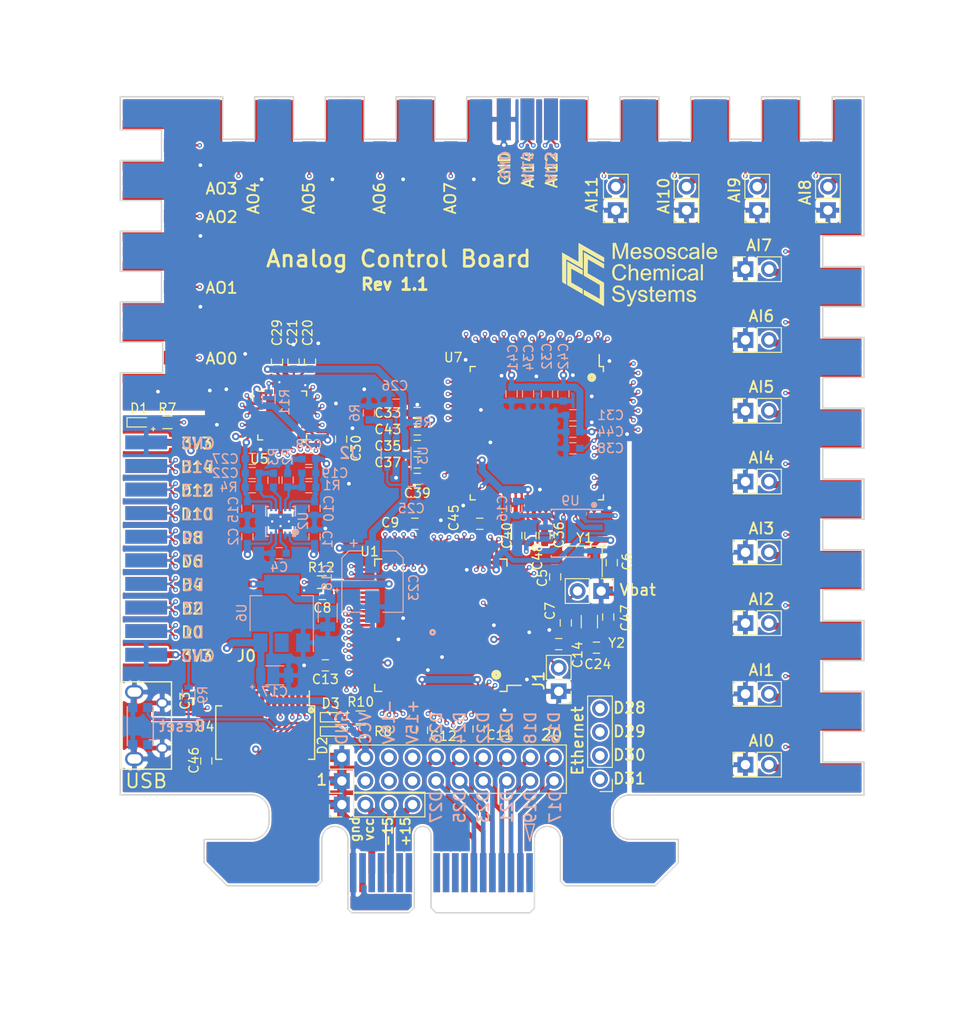
<source format=kicad_pcb>
(kicad_pcb (version 20171130) (host pcbnew "(5.1.6)-1")
  (layers (0 F.Cu signal) (1 In1.Cu signal hide) (2 In2.Cu signal hide) (31 B.Cu signal hide) (34 B.Paste user hide) (35 F.Paste user hide) (36 B.SilkS user hide) (37 F.SilkS user) (38 B.Mask user hide) (39 F.Mask user hide) (44 Edge.Cuts user))
  (net 0 "")
  (net 1 3v3)
  (net 2 GND)
  (net 3 "Net-(U1-Pad1)")
  (net 4 "Net-(U1-Pad2)")
  (net 5 "Net-(U1-Pad3)")
  (net 6 "Net-(U1-Pad4)")
  (net 7 "Net-(U1-Pad5)")
  (net 8 "Net-(U1-Pad14)")
  (net 9 "Net-(U1-Pad56)")
  (net 10 "Net-(U1-Pad82)")
  (net 11 "Net-(U1-Pad85)")
  (net 12 "Net-(U1-Pad100)")
  (net 13 5V)
  (net 14 "Net-(R3-Pad2)")
  (net 15 USB_RX)
  (net 16 USB_TX)
  (net 17 "Net-(C5-Pad1)")
  (net 18 RESET)
  (net 19 ISP_SEL)
  (net 20 +15V)
  (net 21 -15V)
  (net 22 "Net-(C4-Pad2)")
  (net 23 "Net-(C19-Pad2)")
  (net 24 +12V)
  (net 25 -12V)
  (net 26 "Net-(C22-Pad1)")
  (net 27 "Net-(U1-Pad8)")
  (net 28 "Net-(U1-Pad9)")
  (net 29 "Net-(U1-Pad57)")
  (net 30 "Net-(U1-Pad66)")
  (net 31 "Net-(U1-Pad67)")
  (net 32 "Net-(U1-Pad81)")
  (net 33 "Net-(U1-Pad92)")
  (net 34 "Net-(U1-Pad93)")
  (net 35 "Net-(C20-Pad2)")
  (net 36 "Net-(C21-Pad1)")
  (net 37 "Net-(U5-Pad6)")
  (net 38 "Net-(U5-Pad19)")
  (net 39 LTC_CLR)
  (net 40 LTC_CS)
  (net 41 "Net-(P20-Pad2)")
  (net 42 "Net-(P21-Pad2)")
  (net 43 "Net-(P22-Pad2)")
  (net 44 "Net-(P23-Pad2)")
  (net 45 "Net-(P24-Pad2)")
  (net 46 "Net-(P25-Pad2)")
  (net 47 "Net-(P26-Pad2)")
  (net 48 "Net-(P27-Pad2)")
  (net 49 "Net-(U1-Pad20)")
  (net 50 "Net-(U1-Pad21)")
  (net 51 LTC_OVRTMP)
  (net 52 "Net-(C35-Pad2)")
  (net 53 "Net-(C36-Pad2)")
  (net 54 "Net-(C36-Pad1)")
  (net 55 "Net-(C37-Pad1)")
  (net 56 "Net-(C38-Pad2)")
  (net 57 AD_RESET)
  (net 58 AD_CS)
  (net 59 AD_BUSY)
  (net 60 AD_CONVST)
  (net 61 "Net-(U1-Pad12)")
  (net 62 "Net-(U1-Pad15)")
  (net 63 "Net-(U4-Pad6)")
  (net 64 "Net-(U4-Pad9)")
  (net 65 "Net-(U4-Pad10)")
  (net 66 "Net-(U4-Pad11)")
  (net 67 "Net-(U4-Pad12)")
  (net 68 "Net-(U4-Pad13)")
  (net 69 "Net-(U4-Pad14)")
  (net 70 "Net-(U4-Pad19)")
  (net 71 "Net-(U4-Pad27)")
  (net 72 "Net-(U4-Pad28)")
  (net 73 +7Vanalog)
  (net 74 "Net-(D2-Pad1)")
  (net 75 +7Vdigital)
  (net 76 +24V)
  (net 77 -24V)
  (net 78 V1)
  (net 79 "Net-(J4-PadA11)")
  (net 80 "Net-(J4-PadA1)")
  (net 81 AB12)
  (net 82 "Net-(J4-PadB1)")
  (net 83 "Net-(J4-PadB11)")
  (net 84 AI0_GND)
  (net 85 AI1_GND)
  (net 86 AI2_GND)
  (net 87 AI3_GND)
  (net 88 AI4_GND)
  (net 89 AI5_GND)
  (net 90 AI6_GND)
  (net 91 AI7_GND)
  (net 92 AI8_GND)
  (net 93 AI9_GND)
  (net 94 AI10_GND)
  (net 95 AI11_GND)
  (net 96 AI0)
  (net 97 AI1)
  (net 98 AI2)
  (net 99 AI3)
  (net 100 AI4)
  (net 101 AI5)
  (net 102 AI6)
  (net 103 AI7)
  (net 104 AI8)
  (net 105 AI9)
  (net 106 AI10)
  (net 107 AI11)
  (net 108 AI15)
  (net 109 AI13)
  (net 110 AI12)
  (net 111 AI14)
  (net 112 AD_SCLK)
  (net 113 "Net-(U1-Pad35)")
  (net 114 "Net-(U1-Pad36)")
  (net 115 AD_MISO)
  (net 116 AD_MOSI)
  (net 117 "Net-(U1-Pad40)")
  (net 118 "Net-(U7-Pad56)")
  (net 119 "Net-(U1-Pad80)")
  (net 120 EnetTxD0)
  (net 121 EnetTxD1)
  (net 122 EnetRxD0)
  (net 123 EnetRxD1)
  (net 124 "Net-(D1-Pad2)")
  (net 125 "Net-(D2-Pad2)")
  (net 126 "Net-(D3-Pad2)")
  (net 127 "Net-(D3-Pad1)")
  (net 128 "Net-(R7-Pad2)")
  (net 129 "Net-(U1-Pad6)")
  (net 130 "Net-(J3-Pad3)")
  (net 131 "Net-(J3-Pad4)")
  (net 132 "Net-(J3-Pad2)")
  (net 133 LTC_TGP)
  (net 134 LTC_LDAC)
  (net 135 "Net-(C46-Pad2)")
  (net 136 Vbus)
  (net 137 PCI_GPIO1)
  (net 138 PCI_GPIO3)
  (net 139 PCI_SPI_SCK)
  (net 140 PCI_SPI_MOSI)
  (net 141 PCI_UART_TX)
  (net 142 PCI_UART_RX)
  (net 143 PCI_SPI_MISO)
  (net 144 PCI_SPI_SSEL)
  (net 145 PCI_GPIO2)
  (net 146 PCI_GPIO0)
  (net 147 "Net-(J4-PadA8)")
  (net 148 "Net-(J4-PadA9)")
  (net 149 "Net-(J4-PadA10)")
  (net 150 "Net-(J4-PadB10)")
  (net 151 "Net-(J4-PadB9)")
  (net 152 "Net-(J4-PadB8)")
  (net 153 PCI_I2C_SCL)
  (net 154 PCI_I2C_SDA)
  (net 155 EEPROM_CS)
  (net 156 GPIO_USB_D-)
  (net 157 GPIO_PWM2)
  (net 158 GPIO_PWM0)
  (net 159 GPIO_RX)
  (net 160 GPIO_SCK)
  (net 161 GPIO_MOSI)
  (net 162 GPIO_INT0)
  (net 163 GPIO_SCL)
  (net 164 GPIO_SDA)
  (net 165 GPIO_INT1)
  (net 166 GPIO_MISO)
  (net 167 GPIO_CS)
  (net 168 GPIO_TX)
  (net 169 GPIO_PWM1)
  (net 170 GPIO_PWM3)
  (net 171 GPIO_USB_D+)
  (net 172 "Net-(U1-Pad58)")
  (net 173 "Net-(U1-Pad59)")
  (net 174 "Net-(C5-Pad2)")
  (net 175 "Net-(C24-Pad1)")
  (net 176 "Net-(C47-Pad1)")
  (net 177 "Net-(U1-Pad23)")
  (net 178 "Net-(J23-Pad2)")
  (net 179 "Net-(R5-Pad1)")
  (net 180 "Net-(J1-Pad2)")
  (net 181 "Net-(U4-Pad7)")
  (net 182 "Net-(U4-Pad18)")
  (net 183 Ai8)
  (net 184 "Net-(U5-Pad9)")
  (module AnalogControlBoard:MCSlogo (layer F.Cu) (at 161.798 71.12)
    (fp_text reference G*** hide)
    (fp_text value LOGO hide)
  )
  (module Resistors_SMD:R_0603 (layer F.Cu) (at 127.381 104.3305 180)
    (fp_text reference R12 (at 0.0635 1.5875 180) (layer F.SilkS))
    (fp_text value 10K)
    (pad 1 smd rect (at -0.75 0 180) (size 0.5 0.9) (layers F.Cu F.Paste F.Mask) (net 1 3v3))
    (pad 2 smd rect (at 0.75 0 180) (size 0.5 0.9) (layers F.Cu F.Paste F.Mask) (net 19 ISP_SEL))
  )
  (module WSON-10_3x3mm_Pitch0.5mm_ThermalVias (layer B.Cu) (at 122.936 97.79 90)
    (fp_text reference U2 (at 0.05715 2.43205 90) (layer B.SilkS) (effects (justify mirror)))
    (fp_text value TPS7A39)
    (pad 4 smd rect (at 0 0 90) (size 1.65 2.4) (layers F.Cu B.Paste B.Mask) (net 2 GND))
    (pad 4 thru_hole circle (at 0.5 0 90) (size 0.6 0.6) (drill 0.25) (layers *.Cu B.Mask) (net 2 GND))
    (pad 4 thru_hole circle (at -0.5 0 90) (size 0.6 0.6) (drill 0.25) (layers *.Cu B.Mask) (net 2 GND))
    (pad 4 thru_hole circle (at 0 -0.9 90) (size 0.6 0.6) (drill 0.25) (layers *.Cu B.Mask) (net 2 GND))
    (pad 4 smd rect (at 0.25 0 90) (size 0.25 3.8) (layers B.Cu B.Paste B.Mask) (net 2 GND))
    (pad 1 smd rect (at -1.5 1 90) (size 0.8 0.25) (layers B.Cu B.Paste B.Mask) (net 20 +15V))
    (pad 2 smd rect (at -1.5 0.5 90) (size 0.8 0.25) (layers B.Cu B.Paste B.Mask) (net 20 +15V))
    (pad 3 smd rect (at -1.5 0 90) (size 0.8 0.25) (layers B.Cu B.Paste B.Mask) (net 22 "Net-(C4-Pad2)"))
    (pad 4 smd rect (at -1.5 -0.5 90) (size 0.8 0.25) (layers B.Cu B.Paste B.Mask) (net 2 GND))
    (pad 5 smd rect (at -1.5 -1 90) (size 0.8 0.25) (layers B.Cu B.Paste B.Mask) (net 21 -15V))
    (pad 6 smd rect (at 1.5 -1 90) (size 0.8 0.25) (layers B.Cu B.Paste B.Mask) (net 25 -12V))
    (pad 7 smd rect (at 1.5 -0.5 90) (size 0.8 0.25) (layers B.Cu B.Paste B.Mask) (net 26 "Net-(C22-Pad1)"))
    (pad 8 smd rect (at 1.5 0 90) (size 0.8 0.25) (layers B.Cu B.Paste B.Mask) (net 14 "Net-(R3-Pad2)"))
    (pad 9 smd rect (at 1.5 0.5 90) (size 0.8 0.25) (layers B.Cu B.Paste B.Mask) (net 23 "Net-(C19-Pad2)"))
    (pad 10 smd rect (at 1.5 1 90) (size 0.8 0.25) (layers B.Cu B.Paste B.Mask) (net 24 +12V))
    (pad 4 smd rect (at 0 0 90) (size 1.65 2.4) (layers B.Cu B.Paste B.Mask) (net 2 GND))
    (pad 4 smd rect (at -0.25 0 90) (size 0.25 3.8) (layers B.Cu B.Paste B.Mask) (net 2 GND))
    (pad 4 thru_hole circle (at 0 0.9 90) (size 0.6 0.6) (drill 0.25) (layers *.Cu B.Mask) (net 2 GND))
  )
  (module AnalogControlBoard:2x3pinSideMount (layer F.Cu) (at 149.5298 51.9684)
    (fp_text reference J17 hide)
    (fp_text value Conn_02x03_Odd_Even)
    (pad 2 smd rect (at -2.54 2.54) (size 1.5 4.5) (layers B.Cu B.Paste B.Mask) (net 2 GND))
    (pad 4 smd rect (at 0 2.54) (size 1.5 4.5) (layers B.Cu B.Paste B.Mask) (net 108 AI15))
    (pad 6 smd rect (at 2.54 2.54) (size 1.5 4.5) (layers B.Cu B.Paste B.Mask) (net 109 AI13))
    (pad 5 smd rect (at 2.54 2.54) (size 1.5 4.5) (layers F.Cu F.Paste F.Mask) (net 110 AI12))
    (pad 3 smd rect (at 0 2.54) (size 1.5 4.5) (layers F.Cu F.Paste F.Mask) (net 111 AI14))
    (pad 1 smd rect (at -2.54 2.54) (size 1.5 4.5) (layers F.Cu F.Paste F.Mask) (net 2 GND))
  )
  (module AnalogControlBoard:2x10pinSideMount (layer F.Cu) (at 105.918 100.711 90)
    (fp_text reference J2 hide)
    (fp_text value Conn_02x10_Odd_Even)
    (pad 2 smd rect (at -11.43 2.54 90) (size 1.5 4.5) (layers B.Cu B.Paste B.Mask) (net 2 GND))
    (pad 4 smd rect (at -8.89 2.54 90) (size 1.5 4.5) (layers B.Cu B.Paste B.Mask) (net 156 GPIO_USB_D-))
    (pad 6 smd rect (at -6.35 2.54 90) (size 1.5 4.5) (layers B.Cu B.Paste B.Mask) (net 157 GPIO_PWM2))
    (pad 8 smd rect (at -3.81 2.54 90) (size 1.5 4.5) (layers B.Cu B.Paste B.Mask) (net 158 GPIO_PWM0))
    (pad 10 smd rect (at -1.27 2.54 90) (size 1.5 4.5) (layers B.Cu B.Paste B.Mask) (net 159 GPIO_RX))
    (pad 12 smd rect (at 1.27 2.54 90) (size 1.5 4.5) (layers B.Cu B.Paste B.Mask) (net 160 GPIO_SCK))
    (pad 14 smd rect (at 3.81 2.54 90) (size 1.5 4.5) (layers B.Cu B.Paste B.Mask) (net 161 GPIO_MOSI))
    (pad 16 smd rect (at 6.35 2.54 90) (size 1.5 4.5) (layers B.Cu B.Paste B.Mask) (net 162 GPIO_INT0))
    (pad 18 smd rect (at 8.89 2.54 90) (size 1.5 4.5) (layers B.Cu B.Paste B.Mask) (net 163 GPIO_SCL))
    (pad 20 smd rect (at 11.43 2.54 90) (size 1.5 4.5) (layers B.Cu B.Paste B.Mask) (net 2 GND))
    (pad 19 smd rect (at 11.43 2.54 90) (size 1.5 4.5) (layers F.Cu F.Paste F.Mask) (net 1 3v3))
    (pad 17 smd rect (at 8.89 2.54 90) (size 1.5 4.5) (layers F.Cu F.Paste F.Mask) (net 164 GPIO_SDA))
    (pad 15 smd rect (at 6.35 2.54 90) (size 1.5 4.5) (layers F.Cu F.Paste F.Mask) (net 165 GPIO_INT1))
    (pad 13 smd rect (at 3.81 2.54 90) (size 1.5 4.5) (layers F.Cu F.Paste F.Mask) (net 166 GPIO_MISO))
    (pad 11 smd rect (at 1.27 2.54 90) (size 1.5 4.5) (layers F.Cu F.Paste F.Mask) (net 167 GPIO_CS))
    (pad 9 smd rect (at -1.27 2.54 90) (size 1.5 4.5) (layers F.Cu F.Paste F.Mask) (net 168 GPIO_TX))
    (pad 7 smd rect (at -3.81 2.54 90) (size 1.5 4.5) (layers F.Cu F.Paste F.Mask) (net 169 GPIO_PWM1))
    (pad 5 smd rect (at -6.35 2.54 90) (size 1.5 4.5) (layers F.Cu F.Paste F.Mask) (net 170 GPIO_PWM3))
    (pad 3 smd rect (at -8.89 2.54 90) (size 1.5 4.5) (layers F.Cu F.Paste F.Mask) (net 171 GPIO_USB_D+))
    (pad 1 smd rect (at -11.43 2.54 90) (size 1.5 4.5) (layers F.Cu F.Paste F.Mask) (net 1 3v3))
  )
  (module AnalogControlBoard:PCI-36 (layer B.Cu) (at 139.827 127.0635 180)
    (fp_text reference J4 hide)
    (fp_text value Conn_PCI36)
    (pad A2 smd rect (at -8.94 -8.54 180) (size 0.7 4.2) (layers F.Cu F.Paste F.Mask) (net 153 PCI_I2C_SCL))
    (pad A3 smd rect (at -7.94 -8.54 180) (size 0.7 4.2) (layers F.Cu F.Paste F.Mask) (net 144 PCI_SPI_SSEL))
    (pad A4 smd rect (at -6.94 -8.54 180) (size 0.7 4.2) (layers F.Cu F.Paste F.Mask) (net 143 PCI_SPI_MISO))
    (pad A5 smd rect (at -5.94 -8.54 180) (size 0.7 4.2) (layers F.Cu F.Paste F.Mask) (net 137 PCI_GPIO1))
    (pad A6 smd rect (at -4.94 -8.54 180) (size 0.7 4.2) (layers F.Cu F.Paste F.Mask) (net 138 PCI_GPIO3))
    (pad A7 smd rect (at -3.94 -8.54 180) (size 0.7 4.2) (layers F.Cu F.Paste F.Mask) (net 141 PCI_UART_TX))
    (pad A8 smd rect (at -2.94 -8.54 180) (size 0.7 4.2) (layers F.Cu F.Paste F.Mask) (net 147 "Net-(J4-PadA8)"))
    (pad A9 smd rect (at -1.94 -8.54 180) (size 0.7 4.2) (layers F.Cu F.Paste F.Mask) (net 148 "Net-(J4-PadA9)"))
    (pad A10 smd rect (at -0.94 -8.54 180) (size 0.7 4.2) (layers F.Cu F.Paste F.Mask) (net 149 "Net-(J4-PadA10)"))
    (pad A11 smd rect (at 0.06 -8.54 180) (size 0.7 4.2) (layers F.Cu F.Paste F.Mask) (net 79 "Net-(J4-PadA11)"))
    (pad A1 smd rect (at -9.94 -8.04 180) (size 0.7 3.2) (layers F.Cu F.Paste F.Mask) (net 80 "Net-(J4-PadA1)"))
    (pad A12 smd rect (at 3.06 -8.54 180) (size 0.7 4.2) (layers F.Cu F.Paste F.Mask) (net 81 AB12))
    (pad A13 smd rect (at 4.06 -8.54 180) (size 0.7 4.2) (layers F.Cu F.Paste F.Mask) (net 78 V1))
    (pad A14 smd rect (at 5.06 -8.54 180) (size 0.7 4.2) (layers F.Cu F.Paste F.Mask) (net 20 +15V))
    (pad A15 smd rect (at 6.06 -8.54 180) (size 0.7 4.2) (layers F.Cu F.Paste F.Mask) (net 76 +24V))
    (pad A16 smd rect (at 7.06 -8.54 180) (size 0.7 4.2) (layers F.Cu F.Paste F.Mask) (net 75 +7Vdigital))
    (pad A17 smd rect (at 8.06 -8.54 180) (size 0.7 4.2) (layers F.Cu F.Paste F.Mask) (net 73 +7Vanalog))
    (pad A18 smd rect (at 9.06 -8.54 180) (size 0.7 4.2) (layers F.Cu F.Paste F.Mask) (net 2 GND))
    (pad B18 smd rect (at 9.06 -8.54 180) (size 0.7 4.2) (layers B.Cu B.Paste B.Mask) (net 2 GND))
    (pad B17 smd rect (at 8.06 -8.04 180) (size 0.7 3.2) (layers B.Cu B.Paste B.Mask) (net 73 +7Vanalog))
    (pad B16 smd rect (at 7.06 -8.54 180) (size 0.7 4.2) (layers B.Cu B.Paste B.Mask) (net 75 +7Vdigital))
    (pad B15 smd rect (at 6.06 -8.54 180) (size 0.7 4.2) (layers B.Cu B.Paste B.Mask) (net 77 -24V))
    (pad B14 smd rect (at 5.06 -8.54 180) (size 0.7 4.2) (layers B.Cu B.Paste B.Mask) (net 21 -15V))
    (pad B13 smd rect (at 4.06 -8.54 180) (size 0.7 4.2) (layers B.Cu B.Paste B.Mask) (net 78 V1))
    (pad B12 smd rect (at 3.06 -8.54 180) (size 0.7 4.2) (layers B.Cu B.Paste B.Mask) (net 81 AB12))
    (pad B1 smd rect (at -9.94 -8.54 180) (size 0.7 4.2) (layers B.Cu B.Paste B.Mask) (net 82 "Net-(J4-PadB1)"))
    (pad B11 smd rect (at 0.06 -8.54 180) (size 0.7 4.2) (layers B.Cu B.Paste B.Mask) (net 83 "Net-(J4-PadB11)"))
    (pad B10 smd rect (at -0.94 -8.54 180) (size 0.7 4.2) (layers B.Cu B.Paste B.Mask) (net 150 "Net-(J4-PadB10)"))
    (pad B9 smd rect (at -1.94 -8.54 180) (size 0.7 4.2) (layers B.Cu B.Paste B.Mask) (net 151 "Net-(J4-PadB9)"))
    (pad B8 smd rect (at -2.94 -8.54 180) (size 0.7 4.2) (layers B.Cu B.Paste B.Mask) (net 152 "Net-(J4-PadB8)"))
    (pad B7 smd rect (at -3.94 -8.54 180) (size 0.7 4.2) (layers B.Cu B.Paste B.Mask) (net 142 PCI_UART_RX))
    (pad B6 smd rect (at -4.94 -8.54 180) (size 0.7 4.2) (layers B.Cu B.Paste B.Mask) (net 145 PCI_GPIO2))
    (pad B5 smd rect (at -5.94 -8.54 180) (size 0.7 4.2) (layers B.Cu B.Paste B.Mask) (net 146 PCI_GPIO0))
    (pad B4 smd rect (at -6.94 -8.54 180) (size 0.7 4.2) (layers B.Cu B.Paste B.Mask) (net 140 PCI_SPI_MOSI))
    (pad B3 smd rect (at -7.94 -8.54 180) (size 0.7 4.2) (layers B.Cu B.Paste B.Mask) (net 139 PCI_SPI_SCK))
    (pad B2 smd rect (at -8.94 -8.54 180) (size 0.7 4.2) (layers B.Cu B.Paste B.Mask) (net 154 PCI_I2C_SDA))
  )
  (module Housings_QFP:LQFP-80_14x14mm_Pitch0.65mm (layer F.Cu) (at 150.5458 88.2904 270)
    (fp_text reference U7 (at -8.1534 9.0043) (layer F.SilkS))
    (fp_text value AD7616)
    (pad 1 smd rect (at -7.7 -6.175 270) (size 1.5 0.45) (layers F.Cu F.Paste F.Mask) (net 88 AI4_GND))
    (pad 2 smd rect (at -7.7 -5.525 270) (size 1.5 0.45) (layers F.Cu F.Paste F.Mask) (net 100 AI4))
    (pad 3 smd rect (at -7.7 -4.875 270) (size 1.5 0.45) (layers F.Cu F.Paste F.Mask) (net 89 AI5_GND))
    (pad 4 smd rect (at -7.7 -4.225 270) (size 1.5 0.45) (layers F.Cu F.Paste F.Mask) (net 101 AI5))
    (pad 5 smd rect (at -7.7 -3.575 270) (size 1.5 0.45) (layers F.Cu F.Paste F.Mask) (net 2 GND))
    (pad 6 smd rect (at -7.7 -2.925 270) (size 1.5 0.45) (layers F.Cu F.Paste F.Mask) (net 13 5V))
    (pad 7 smd rect (at -7.7 -2.275 270) (size 1.5 0.45) (layers F.Cu F.Paste F.Mask) (net 102 AI6))
    (pad 8 smd rect (at -7.7 -1.625 270) (size 1.5 0.45) (layers F.Cu F.Paste F.Mask) (net 90 AI6_GND))
    (pad 9 smd rect (at -7.7 -0.975 270) (size 1.5 0.45) (layers F.Cu F.Paste F.Mask) (net 103 AI7))
    (pad 10 smd rect (at -7.7 -0.325 270) (size 1.5 0.45) (layers F.Cu F.Paste F.Mask) (net 91 AI7_GND))
    (pad 11 smd rect (at -7.7 0.325 270) (size 1.5 0.45) (layers F.Cu F.Paste F.Mask) (net 92 AI8_GND))
    (pad 12 smd rect (at -7.7 0.975 270) (size 1.5 0.45) (layers F.Cu F.Paste F.Mask) (net 183 Ai8))
    (pad 13 smd rect (at -7.7 1.625 270) (size 1.5 0.45) (layers F.Cu F.Paste F.Mask) (net 93 AI9_GND))
    (pad 14 smd rect (at -7.7 2.275 270) (size 1.5 0.45) (layers F.Cu F.Paste F.Mask) (net 105 AI9))
    (pad 15 smd rect (at -7.7 2.925 270) (size 1.5 0.45) (layers F.Cu F.Paste F.Mask) (net 13 5V))
    (pad 16 smd rect (at -7.7 3.575 270) (size 1.5 0.45) (layers F.Cu F.Paste F.Mask) (net 2 GND))
    (pad 17 smd rect (at -7.7 4.225 270) (size 1.5 0.45) (layers F.Cu F.Paste F.Mask) (net 106 AI10))
    (pad 18 smd rect (at -7.7 4.875 270) (size 1.5 0.45) (layers F.Cu F.Paste F.Mask) (net 94 AI10_GND))
    (pad 19 smd rect (at -7.7 5.525 270) (size 1.5 0.45) (layers F.Cu F.Paste F.Mask) (net 107 AI11))
    (pad 20 smd rect (at -7.7 6.175 270) (size 1.5 0.45) (layers F.Cu F.Paste F.Mask) (net 95 AI11_GND))
    (pad 21 smd rect (at -6.175 7.7) (size 1.5 0.45) (layers F.Cu F.Paste F.Mask) (net 2 GND))
    (pad 22 smd rect (at -5.525 7.7) (size 1.5 0.45) (layers F.Cu F.Paste F.Mask) (net 110 AI12))
    (pad 23 smd rect (at -4.875 7.7) (size 1.5 0.45) (layers F.Cu F.Paste F.Mask) (net 2 GND))
    (pad 24 smd rect (at -4.225 7.7) (size 1.5 0.45) (layers F.Cu F.Paste F.Mask) (net 109 AI13))
    (pad 25 smd rect (at -3.575 7.7) (size 1.5 0.45) (layers F.Cu F.Paste F.Mask) (net 2 GND))
    (pad 26 smd rect (at -2.925 7.7) (size 1.5 0.45) (layers F.Cu F.Paste F.Mask) (net 111 AI14))
    (pad 27 smd rect (at -2.275 7.7) (size 1.5 0.45) (layers F.Cu F.Paste F.Mask) (net 2 GND))
    (pad 28 smd rect (at -1.625 7.7) (size 1.5 0.45) (layers F.Cu F.Paste F.Mask) (net 108 AI15))
    (pad 29 smd rect (at -0.975 7.7) (size 1.5 0.45) (layers F.Cu F.Paste F.Mask) (net 2 GND))
    (pad 30 smd rect (at -0.325 7.7) (size 1.5 0.45) (layers F.Cu F.Paste F.Mask) (net 13 5V))
    (pad 31 smd rect (at 0.325 7.7) (size 1.5 0.45) (layers F.Cu F.Paste F.Mask) (net 52 "Net-(C35-Pad2)"))
    (pad 32 smd rect (at 0.975 7.7) (size 1.5 0.45) (layers F.Cu F.Paste F.Mask) (net 2 GND))
    (pad 33 smd rect (at 1.625 7.7) (size 1.5 0.45) (layers F.Cu F.Paste F.Mask) (net 55 "Net-(C37-Pad1)"))
    (pad 34 smd rect (at 2.275 7.7) (size 1.5 0.45) (layers F.Cu F.Paste F.Mask) (net 2 GND))
    (pad 35 smd rect (at 2.925 7.7) (size 1.5 0.45) (layers F.Cu F.Paste F.Mask) (net 1 3v3))
    (pad 36 smd rect (at 3.575 7.7) (size 1.5 0.45) (layers F.Cu F.Paste F.Mask) (net 57 AD_RESET))
    (pad 37 smd rect (at 4.225 7.7) (size 1.5 0.45) (layers F.Cu F.Paste F.Mask) (net 2 GND))
    (pad 38 smd rect (at 4.875 7.7) (size 1.5 0.45) (layers F.Cu F.Paste F.Mask) (net 2 GND))
    (pad 39 smd rect (at 5.525 7.7) (size 1.5 0.45) (layers F.Cu F.Paste F.Mask) (net 2 GND))
    (pad 40 smd rect (at 6.175 7.7) (size 1.5 0.45) (layers F.Cu F.Paste F.Mask) (net 1 3v3))
    (pad 41 smd rect (at 7.7 6.175 270) (size 1.5 0.45) (layers F.Cu F.Paste F.Mask) (net 2 GND))
    (pad 42 smd rect (at 7.7 5.525 270) (size 1.5 0.45) (layers F.Cu F.Paste F.Mask) (net 2 GND))
    (pad 43 smd rect (at 7.7 4.875 270) (size 1.5 0.45) (layers F.Cu F.Paste F.Mask) (net 2 GND))
    (pad 44 smd rect (at 7.7 4.225 270) (size 1.5 0.45) (layers F.Cu F.Paste F.Mask) (net 2 GND))
    (pad 45 smd rect (at 7.7 3.575 270) (size 1.5 0.45) (layers F.Cu F.Paste F.Mask) (net 2 GND))
    (pad 46 smd rect (at 7.7 2.925 270) (size 1.5 0.45) (layers F.Cu F.Paste F.Mask) (net 2 GND))
    (pad 47 smd rect (at 7.7 2.275 270) (size 1.5 0.45) (layers F.Cu F.Paste F.Mask) (net 2 GND))
    (pad 48 smd rect (at 7.7 1.625 270) (size 1.5 0.45) (layers F.Cu F.Paste F.Mask) (net 2 GND))
    (pad 49 smd rect (at 7.7 0.975 270) (size 1.5 0.45) (layers F.Cu F.Paste F.Mask) (net 1 3v3))
    (pad 50 smd rect (at 7.7 0.325 270) (size 1.5 0.45) (layers F.Cu F.Paste F.Mask) (net 2 GND))
    (pad 51 smd rect (at 7.7 -0.325 270) (size 1.5 0.45) (layers F.Cu F.Paste F.Mask) (net 54 "Net-(C36-Pad1)"))
    (pad 52 smd rect (at 7.7 -0.975 270) (size 1.5 0.45) (layers F.Cu F.Paste F.Mask) (net 53 "Net-(C36-Pad2)"))
    (pad 53 smd rect (at 7.7 -1.625 270) (size 1.5 0.45) (layers F.Cu F.Paste F.Mask) (net 2 GND))
    (pad 54 smd rect (at 7.7 -2.275 270) (size 1.5 0.45) (layers F.Cu F.Paste F.Mask) (net 2 GND))
    (pad 55 smd rect (at 7.7 -2.925 270) (size 1.5 0.45) (layers F.Cu F.Paste F.Mask) (net 116 AD_MOSI))
    (pad 56 smd rect (at 7.7 -3.575 270) (size 1.5 0.45) (layers F.Cu F.Paste F.Mask) (net 118 "Net-(U7-Pad56)"))
    (pad 57 smd rect (at 7.7 -4.225 270) (size 1.5 0.45) (layers F.Cu F.Paste F.Mask) (net 115 AD_MISO))
    (pad 58 smd rect (at 7.7 -4.875 270) (size 1.5 0.45) (layers F.Cu F.Paste F.Mask) (net 2 GND))
    (pad 59 smd rect (at 7.7 -5.525 270) (size 1.5 0.45) (layers F.Cu F.Paste F.Mask) (net 2 GND))
    (pad 60 smd rect (at 7.7 -6.175 270) (size 1.5 0.45) (layers F.Cu F.Paste F.Mask) (net 2 GND))
    (pad 61 smd rect (at 6.175 -7.7) (size 1.5 0.45) (layers F.Cu F.Paste F.Mask) (net 2 GND))
    (pad 62 smd rect (at 5.525 -7.7) (size 1.5 0.45) (layers F.Cu F.Paste F.Mask) (net 112 AD_SCLK))
    (pad 63 smd rect (at 4.875 -7.7) (size 1.5 0.45) (layers F.Cu F.Paste F.Mask) (net 58 AD_CS))
    (pad 64 smd rect (at 4.225 -7.7) (size 1.5 0.45) (layers F.Cu F.Paste F.Mask) (net 2 GND))
    (pad 65 smd rect (at 3.575 -7.7) (size 1.5 0.45) (layers F.Cu F.Paste F.Mask) (net 2 GND))
    (pad 66 smd rect (at 2.925 -7.7) (size 1.5 0.45) (layers F.Cu F.Paste F.Mask) (net 2 GND))
    (pad 67 smd rect (at 2.275 -7.7) (size 1.5 0.45) (layers F.Cu F.Paste F.Mask) (net 59 AD_BUSY))
    (pad 68 smd rect (at 1.625 -7.7) (size 1.5 0.45) (layers F.Cu F.Paste F.Mask) (net 60 AD_CONVST))
    (pad 69 smd rect (at 0.975 -7.7) (size 1.5 0.45) (layers F.Cu F.Paste F.Mask) (net 2 GND))
    (pad 70 smd rect (at 0.325 -7.7) (size 1.5 0.45) (layers F.Cu F.Paste F.Mask) (net 56 "Net-(C38-Pad2)"))
    (pad 71 smd rect (at -0.325 -7.7) (size 1.5 0.45) (layers F.Cu F.Paste F.Mask) (net 13 5V))
    (pad 72 smd rect (at -0.975 -7.7) (size 1.5 0.45) (layers F.Cu F.Paste F.Mask) (net 2 GND))
    (pad 73 smd rect (at -1.625 -7.7) (size 1.5 0.45) (layers F.Cu F.Paste F.Mask) (net 96 AI0))
    (pad 74 smd rect (at -2.275 -7.7) (size 1.5 0.45) (layers F.Cu F.Paste F.Mask) (net 84 AI0_GND))
    (pad 75 smd rect (at -2.925 -7.7) (size 1.5 0.45) (layers F.Cu F.Paste F.Mask) (net 97 AI1))
    (pad 76 smd rect (at -3.575 -7.7) (size 1.5 0.45) (layers F.Cu F.Paste F.Mask) (net 85 AI1_GND))
    (pad 77 smd rect (at -4.225 -7.7) (size 1.5 0.45) (layers F.Cu F.Paste F.Mask) (net 98 AI2))
    (pad 78 smd rect (at -4.875 -7.7) (size 1.5 0.45) (layers F.Cu F.Paste F.Mask) (net 86 AI2_GND))
    (pad 79 smd rect (at -5.525 -7.7) (size 1.5 0.45) (layers F.Cu F.Paste F.Mask) (net 99 AI3))
    (pad 80 smd rect (at -6.175 -7.7) (size 1.5 0.45) (layers F.Cu F.Paste F.Mask) (net 87 AI3_GND))
  )
  (module AnalogControlBoard:QFN-32-1EP_5x5mm_Pitch0.5mm (layer F.Cu) (at 123.1138 86.3854)
    (fp_text reference U5 (at -2.4638 4.6736) (layer F.SilkS))
    (fp_text value LTC2666)
    (pad 1 smd rect (at -2.4 -1.75) (size 0.7 0.25) (layers F.Cu F.Paste F.Mask) (net 1 3v3))
    (pad 2 smd rect (at -2.4 -1.25) (size 0.7 0.25) (layers F.Cu F.Paste F.Mask) (net 41 "Net-(P20-Pad2)"))
    (pad 3 smd rect (at -2.4 -0.75) (size 0.7 0.25) (layers F.Cu F.Paste F.Mask) (net 42 "Net-(P21-Pad2)"))
    (pad 4 smd rect (at -2.4 -0.25) (size 0.7 0.25) (layers F.Cu F.Paste F.Mask) (net 43 "Net-(P22-Pad2)"))
    (pad 5 smd rect (at -2.4 0.25) (size 0.7 0.25) (layers F.Cu F.Paste F.Mask) (net 44 "Net-(P23-Pad2)"))
    (pad 6 smd rect (at -2.4 0.75) (size 0.7 0.25) (layers F.Cu F.Paste F.Mask) (net 37 "Net-(U5-Pad6)"))
    (pad 7 smd rect (at -2.4 1.25) (size 0.7 0.25) (layers F.Cu F.Paste F.Mask) (net 24 +12V))
    (pad 8 smd rect (at -2.4 1.75) (size 0.7 0.25) (layers F.Cu F.Paste F.Mask) (net 25 -12V))
    (pad 9 smd rect (at -1.75 2.4 90) (size 0.7 0.25) (layers F.Cu F.Paste F.Mask) (net 184 "Net-(U5-Pad9)"))
    (pad 10 smd rect (at -1.25 2.4 90) (size 0.7 0.25) (layers F.Cu F.Paste F.Mask) (net 2 GND))
    (pad 11 smd rect (at -0.75 2.4 90) (size 0.7 0.25) (layers F.Cu F.Paste F.Mask) (net 2 GND))
    (pad 12 smd rect (at -0.25 2.4 90) (size 0.7 0.25) (layers F.Cu F.Paste F.Mask) (net 134 LTC_LDAC))
    (pad 13 smd rect (at 0.25 2.4 90) (size 0.7 0.25) (layers F.Cu F.Paste F.Mask) (net 40 LTC_CS))
    (pad 14 smd rect (at 0.75 2.4 90) (size 0.7 0.25) (layers F.Cu F.Paste F.Mask) (net 112 AD_SCLK))
    (pad 15 smd rect (at 1.25 2.4 90) (size 0.7 0.25) (layers F.Cu F.Paste F.Mask) (net 115 AD_MISO))
    (pad 16 smd rect (at 1.75 2.4 90) (size 0.7 0.25) (layers F.Cu F.Paste F.Mask) (net 116 AD_MOSI))
    (pad 17 smd rect (at 2.4 1.75) (size 0.7 0.25) (layers F.Cu F.Paste F.Mask) (net 133 LTC_TGP))
    (pad 18 smd rect (at 2.4 1.25) (size 0.7 0.25) (layers F.Cu F.Paste F.Mask) (net 1 3v3))
    (pad 19 smd rect (at 2.4 0.75) (size 0.7 0.25) (layers F.Cu F.Paste F.Mask) (net 38 "Net-(U5-Pad19)"))
    (pad 20 smd rect (at 2.4 0.25) (size 0.7 0.25) (layers F.Cu F.Paste F.Mask) (net 45 "Net-(P24-Pad2)"))
    (pad 21 smd rect (at 2.4 -0.25) (size 0.7 0.25) (layers F.Cu F.Paste F.Mask) (net 46 "Net-(P25-Pad2)"))
    (pad 22 smd rect (at 2.4 -0.75) (size 0.7 0.25) (layers F.Cu F.Paste F.Mask) (net 47 "Net-(P26-Pad2)"))
    (pad 23 smd rect (at 2.4 -1.25) (size 0.7 0.25) (layers F.Cu F.Paste F.Mask) (net 48 "Net-(P27-Pad2)"))
    (pad 24 smd rect (at 2.4 -1.75) (size 0.7 0.25) (layers F.Cu F.Paste F.Mask) (net 39 LTC_CLR))
    (pad 25 smd rect (at 1.75 -2.4 90) (size 0.7 0.25) (layers F.Cu F.Paste F.Mask) (net 35 "Net-(C20-Pad2)"))
    (pad 26 smd rect (at 1.25 -2.4 90) (size 0.7 0.25) (layers F.Cu F.Paste F.Mask) (net 36 "Net-(C21-Pad1)"))
    (pad 27 smd rect (at 0.75 -2.4 90) (size 0.7 0.25) (layers F.Cu F.Paste F.Mask) (net 2 GND))
    (pad 28 smd rect (at 0.25 -2.4 90) (size 0.7 0.25) (layers F.Cu F.Paste F.Mask) (net 13 5V))
    (pad 29 smd rect (at -0.25 -2.4 90) (size 0.7 0.25) (layers F.Cu F.Paste F.Mask) (net 2 GND))
    (pad 30 smd rect (at -0.75 -2.4 90) (size 0.7 0.25) (layers F.Cu F.Paste F.Mask) (net 51 LTC_OVRTMP))
    (pad 31 smd rect (at -1.25 -2.4 90) (size 0.7 0.25) (layers F.Cu F.Paste F.Mask) (net 1 3v3))
    (pad 32 smd rect (at -1.75 -2.4 90) (size 0.7 0.25) (layers F.Cu F.Paste F.Mask) (net 1 3v3))
    (pad 8 smd rect (at 0.8625 0.8625) (size 1.725 1.725) (layers F.Cu F.Paste F.Mask) (net 25 -12V))
    (pad 8 smd rect (at 0.8625 -0.8625) (size 1.725 1.725) (layers F.Cu F.Paste F.Mask) (net 25 -12V))
    (pad 8 smd rect (at -0.8625 0.8625) (size 1.725 1.725) (layers F.Cu F.Paste F.Mask) (net 25 -12V))
    (pad 8 smd rect (at -0.8625 -0.8625) (size 1.725 1.725) (layers F.Cu F.Paste F.Mask) (net 25 -12V))
  )
  (module Capacitors_SMD:C_0603 (layer B.Cu) (at 119.888 91.059 180)
    (fp_text reference C27 (at 2.90195 -0.00635 180) (layer B.SilkS) (effects (justify mirror)))
    (fp_text value 1uF)
    (pad 2 smd rect (at 0.75 0 180) (size 0.8 0.75) (layers B.Cu B.Paste B.Mask) (net 25 -12V))
    (pad 1 smd rect (at -0.75 0 180) (size 0.8 0.75) (layers B.Cu B.Paste B.Mask) (net 2 GND))
  )
  (module Capacitors_SMD:C_0603 (layer B.Cu) (at 125.984 91.059)
    (fp_text reference C28 (at 0 -1.524) (layer B.SilkS) (effects (justify mirror)))
    (fp_text value 1uF)
    (pad 2 smd rect (at 0.75 0) (size 0.8 0.75) (layers B.Cu B.Paste B.Mask) (net 24 +12V))
    (pad 1 smd rect (at -0.75 0) (size 0.8 0.75) (layers B.Cu B.Paste B.Mask) (net 2 GND))
  )
  (module Capacitors_SMD:C_0603 (layer B.Cu) (at 154.432 89.916)
    (fp_text reference C38 (at 4.064 0) (layer B.SilkS) (effects (justify mirror)))
    (fp_text value 10uF)
    (pad 2 smd rect (at 0.75 0) (size 0.8 0.75) (layers B.Cu B.Paste B.Mask) (net 56 "Net-(C38-Pad2)"))
    (pad 1 smd rect (at -0.75 0) (size 0.8 0.75) (layers B.Cu B.Paste B.Mask) (net 2 GND))
  )
  (module Capacitors_SMD:C_0603 (layer F.Cu) (at 137.668 89.662)
    (fp_text reference C35 (at -3.175 0) (layer F.SilkS))
    (fp_text value "10uF Low ESR, X5R")
    (pad 2 smd rect (at 0.75 0) (size 0.8 0.75) (layers F.Cu F.Paste F.Mask) (net 52 "Net-(C35-Pad2)"))
    (pad 1 smd rect (at -0.75 0) (size 0.8 0.75) (layers F.Cu F.Paste F.Mask) (net 2 GND))
  )
  (module Capacitors_SMD:C_0603 (layer F.Cu) (at 114.046 117.221 90)
    (fp_text reference C3 (at 0.127 -1.397 90) (layer F.SilkS))
    (fp_text value 1uF)
    (pad 2 smd rect (at 0.75 0 90) (size 0.8 0.75) (layers F.Cu F.Paste F.Mask) (net 2 GND))
    (pad 1 smd rect (at -0.75 0 90) (size 0.8 0.75) (layers F.Cu F.Paste F.Mask) (net 136 Vbus))
  )
  (module Capacitors_SMD:C_0603 (layer F.Cu) (at 152.527 103.759 90)
    (fp_text reference C5 (at -0.127 -1.397 90) (layer F.SilkS))
    (fp_text value 100pF)
    (pad 2 smd rect (at 0.75 0 90) (size 0.8 0.75) (layers F.Cu F.Paste F.Mask) (net 174 "Net-(C5-Pad2)"))
    (pad 1 smd rect (at -0.75 0 90) (size 0.8 0.75) (layers F.Cu F.Paste F.Mask) (net 17 "Net-(C5-Pad1)"))
  )
  (module Capacitors_SMD:C_0603 (layer F.Cu) (at 158.623 102.235 270)
    (fp_text reference C6 (at -0.127 -1.651 270) (layer F.SilkS))
    (fp_text value 100nF)
    (pad 2 smd rect (at 0.75 0 270) (size 0.8 0.75) (layers F.Cu F.Paste F.Mask) (net 1 3v3))
    (pad 1 smd rect (at -0.75 0 270) (size 0.8 0.75) (layers F.Cu F.Paste F.Mask) (net 2 GND))
  )
  (module Capacitors_SMD:C_0603 (layer F.Cu) (at 153.67 108.712 270)
    (fp_text reference C7 (at -1.282 1.7 270) (layer F.SilkS))
    (fp_text value 100nF)
    (pad 2 smd rect (at 0.75 0 270) (size 0.8 0.75) (layers F.Cu F.Paste F.Mask) (net 2 GND))
    (pad 1 smd rect (at -0.75 0 270) (size 0.8 0.75) (layers F.Cu F.Paste F.Mask) (net 18 RESET))
  )
  (module Capacitors_SMD:C_0603 (layer F.Cu) (at 152.908 110.998)
    (fp_text reference C14 (at 2.032 1.143 90) (layer F.SilkS))
    (fp_text value 0.1uF)
    (pad 2 smd rect (at 0.75 0) (size 0.8 0.75) (layers F.Cu F.Paste F.Mask) (net 2 GND))
    (pad 1 smd rect (at -0.75 0) (size 0.8 0.75) (layers F.Cu F.Paste F.Mask) (net 1 3v3))
  )
  (module Capacitors_SMD:C_0603 (layer B.Cu) (at 148.336 96.393 270)
    (fp_text reference C16 (at 0 1.5 270) (layer B.SilkS) (effects (justify mirror)))
    (fp_text value 0.1uF)
    (pad 2 smd rect (at 0.75 0 270) (size 0.8 0.75) (layers B.Cu B.Paste B.Mask) (net 1 3v3))
    (pad 1 smd rect (at -0.75 0 270) (size 0.8 0.75) (layers B.Cu B.Paste B.Mask) (net 2 GND))
  )
  (module Capacitors_SMD:C_0603 (layer B.Cu) (at 125.984 92.583 180)
    (fp_text reference C19 (at -2.81305 -0.00635 180) (layer B.SilkS) (effects (justify mirror)))
    (fp_text value 10nF)
    (pad 2 smd rect (at 0.75 0 180) (size 0.8 0.75) (layers B.Cu B.Paste B.Mask) (net 23 "Net-(C19-Pad2)"))
    (pad 1 smd rect (at -0.75 0 180) (size 0.8 0.75) (layers B.Cu B.Paste B.Mask) (net 24 +12V))
  )
  (module Capacitors_SMD:C_0603 (layer B.Cu) (at 119.888 92.583 180)
    (fp_text reference C22 (at 2.90195 -0.00635 180) (layer B.SilkS) (effects (justify mirror)))
    (fp_text value 10nF)
    (pad 2 smd rect (at 0.75 0 180) (size 0.8 0.75) (layers B.Cu B.Paste B.Mask) (net 25 -12V))
    (pad 1 smd rect (at -0.75 0 180) (size 0.8 0.75) (layers B.Cu B.Paste B.Mask) (net 26 "Net-(C22-Pad1)"))
  )
  (module Resistors_SMD:R_0603 (layer B.Cu) (at 113.03 116.3955 90)
    (fp_text reference R9 (at -0.0635 1.524 90) (layer B.SilkS) (effects (justify mirror)))
    (fp_text value 10K)
    (pad 1 smd rect (at -0.75 0 90) (size 0.5 0.9) (layers B.Cu B.Paste B.Mask) (net 18 RESET))
    (pad 2 smd rect (at 0.75 0 90) (size 0.5 0.9) (layers B.Cu B.Paste B.Mask) (net 1 3v3))
  )
  (module Capacitors_SMD:C_0603 (layer B.Cu) (at 122.78995 101.21265)
    (fp_text reference C4 (at 0 1.5) (layer B.SilkS) (effects (justify mirror)))
    (fp_text value 10nF)
    (pad 2 smd rect (at 0.75 0) (size 0.8 0.75) (layers B.Cu B.Paste B.Mask) (net 22 "Net-(C4-Pad2)"))
    (pad 1 smd rect (at -0.75 0) (size 0.8 0.75) (layers B.Cu B.Paste B.Mask) (net 2 GND))
  )
  (module Capacitors_SMD:C_0603 (layer F.Cu) (at 126.111 80.645 270)
    (fp_text reference C20 (at -3.175 0.254 270) (layer F.SilkS))
    (fp_text value 100nF)
    (pad 2 smd rect (at 0.75 0 270) (size 0.8 0.75) (layers F.Cu F.Paste F.Mask) (net 35 "Net-(C20-Pad2)"))
    (pad 1 smd rect (at -0.75 0 270) (size 0.8 0.75) (layers F.Cu F.Paste F.Mask) (net 2 GND))
  )
  (module Capacitors_SMD:C_0603 (layer F.Cu) (at 124.333 80.645 90)
    (fp_text reference C21 (at 3.175 -0.127 90) (layer F.SilkS))
    (fp_text value 100nF)
    (pad 2 smd rect (at 0.75 0 90) (size 0.8 0.75) (layers F.Cu F.Paste F.Mask) (net 2 GND))
    (pad 1 smd rect (at -0.75 0 90) (size 0.8 0.75) (layers F.Cu F.Paste F.Mask) (net 36 "Net-(C21-Pad1)"))
  )
  (module AnalogControlBoard:MMCXconnector (layer F.Cu) (at 185.7248 106.8324 180)
    (fp_text reference P6 hide)
    (fp_text value AI2)
    (pad 2 smd rect (at 6.2 0 180) (size 3.1 1.47) (layers F.Cu F.Paste F.Mask) (net 98 AI2))
    (pad 1 smd rect (at 3.975 2.235 180) (size 7.55 0.97) (layers F.Cu F.Paste F.Mask) (net 86 AI2_GND))
    (pad 1 smd rect (at 3.975 -2.235 180) (size 7.55 0.97) (layers F.Cu F.Paste F.Mask) (net 86 AI2_GND))
  )
  (module AnalogControlBoard:MMCXconnector (layer F.Cu) (at 185.7248 99.2124 180)
    (fp_text reference P7 hide)
    (fp_text value AI3)
    (pad 2 smd rect (at 6.2 0 180) (size 3.1 1.47) (layers F.Cu F.Paste F.Mask) (net 99 AI3))
    (pad 1 smd rect (at 3.975 2.235 180) (size 7.55 0.97) (layers F.Cu F.Paste F.Mask) (net 87 AI3_GND))
    (pad 1 smd rect (at 3.975 -2.235 180) (size 7.55 0.97) (layers F.Cu F.Paste F.Mask) (net 87 AI3_GND))
  )
  (module AnalogControlBoard:MMCXconnector (layer F.Cu) (at 185.7248 91.5924 180)
    (fp_text reference P8 hide)
    (fp_text value AI4)
    (pad 2 smd rect (at 6.2 0 180) (size 3.1 1.47) (layers F.Cu F.Paste F.Mask) (net 100 AI4))
    (pad 1 smd rect (at 3.975 2.235 180) (size 7.55 0.97) (layers F.Cu F.Paste F.Mask) (net 88 AI4_GND))
    (pad 1 smd rect (at 3.975 -2.235 180) (size 7.55 0.97) (layers F.Cu F.Paste F.Mask) (net 88 AI4_GND))
  )
  (module AnalogControlBoard:MMCXconnector (layer F.Cu) (at 185.7248 83.9724 180)
    (fp_text reference P9 hide)
    (fp_text value AI5)
    (pad 2 smd rect (at 6.2 0 180) (size 3.1 1.47) (layers F.Cu F.Paste F.Mask) (net 101 AI5))
    (pad 1 smd rect (at 3.975 2.235 180) (size 7.55 0.97) (layers F.Cu F.Paste F.Mask) (net 89 AI5_GND))
    (pad 1 smd rect (at 3.975 -2.235 180) (size 7.55 0.97) (layers F.Cu F.Paste F.Mask) (net 89 AI5_GND))
  )
  (module AnalogControlBoard:MMCXconnector (layer F.Cu) (at 185.7248 76.3524 180)
    (fp_text reference P10 hide)
    (fp_text value AI6)
    (pad 2 smd rect (at 6.2 0 180) (size 3.1 1.47) (layers F.Cu F.Paste F.Mask) (net 102 AI6))
    (pad 1 smd rect (at 3.975 2.235 180) (size 7.55 0.97) (layers F.Cu F.Paste F.Mask) (net 90 AI6_GND))
    (pad 1 smd rect (at 3.975 -2.235 180) (size 7.55 0.97) (layers F.Cu F.Paste F.Mask) (net 90 AI6_GND))
  )
  (module AnalogControlBoard:MMCXconnector (layer F.Cu) (at 185.7248 68.7324 180)
    (fp_text reference P11 hide)
    (fp_text value AI7)
    (pad 2 smd rect (at 6.2 0 180) (size 3.1 1.47) (layers F.Cu F.Paste F.Mask) (net 103 AI7))
    (pad 1 smd rect (at 3.975 2.235 180) (size 7.55 0.97) (layers F.Cu F.Paste F.Mask) (net 91 AI7_GND))
    (pad 1 smd rect (at 3.975 -2.235 180) (size 7.55 0.97) (layers F.Cu F.Paste F.Mask) (net 91 AI7_GND))
  )
  (module AnalogControlBoard:MMCXconnector (layer F.Cu) (at 180.6448 52.2224 270)
    (fp_text reference P12 hide)
    (fp_text value AI8)
    (pad 2 smd rect (at 6.2 0 270) (size 3.1 1.47) (layers F.Cu F.Paste F.Mask) (net 104 AI8))
    (pad 1 smd rect (at 3.975 2.235 270) (size 7.55 0.97) (layers F.Cu F.Paste F.Mask) (net 92 AI8_GND))
    (pad 1 smd rect (at 3.975 -2.235 270) (size 7.55 0.97) (layers F.Cu F.Paste F.Mask) (net 92 AI8_GND))
  )
  (module AnalogControlBoard:MMCXconnector (layer F.Cu) (at 173.0248 52.2224 270)
    (fp_text reference P13 hide)
    (fp_text value AI9)
    (pad 2 smd rect (at 6.2 0 270) (size 3.1 1.47) (layers F.Cu F.Paste F.Mask) (net 105 AI9))
    (pad 1 smd rect (at 3.975 2.235 270) (size 7.55 0.97) (layers F.Cu F.Paste F.Mask) (net 93 AI9_GND))
    (pad 1 smd rect (at 3.975 -2.235 270) (size 7.55 0.97) (layers F.Cu F.Paste F.Mask) (net 93 AI9_GND))
  )
  (module AnalogControlBoard:MMCXconnector (layer F.Cu) (at 165.4048 52.2224 270)
    (fp_text reference P14 hide)
    (fp_text value AI10)
    (pad 2 smd rect (at 6.2 0 270) (size 3.1 1.47) (layers F.Cu F.Paste F.Mask) (net 106 AI10))
    (pad 1 smd rect (at 3.975 2.235 270) (size 7.55 0.97) (layers F.Cu F.Paste F.Mask) (net 94 AI10_GND))
    (pad 1 smd rect (at 3.975 -2.235 270) (size 7.55 0.97) (layers F.Cu F.Paste F.Mask) (net 94 AI10_GND))
  )
  (module AnalogControlBoard:MMCXconnector (layer F.Cu) (at 157.7848 52.2224 270)
    (fp_text reference P15 hide)
    (fp_text value AI11)
    (pad 2 smd rect (at 6.2 0 270) (size 3.1 1.47) (layers F.Cu F.Paste F.Mask) (net 107 AI11))
    (pad 1 smd rect (at 3.975 2.235 270) (size 7.55 0.97) (layers F.Cu F.Paste F.Mask) (net 95 AI11_GND))
    (pad 1 smd rect (at 3.975 -2.235 270) (size 7.55 0.97) (layers F.Cu F.Paste F.Mask) (net 95 AI11_GND))
  )
  (module AnalogControlBoard:MMCXconnector (layer F.Cu) (at 105.7148 57.3024)
    (fp_text reference P20 hide)
    (fp_text value AO3)
    (pad 2 smd rect (at 6.2 0) (size 3.1 1.47) (layers F.Cu F.Paste F.Mask) (net 41 "Net-(P20-Pad2)"))
    (pad 1 smd rect (at 3.975 2.235) (size 7.55 0.97) (layers F.Cu F.Paste F.Mask) (net 2 GND))
    (pad 1 smd rect (at 3.975 -2.235) (size 7.55 0.97) (layers F.Cu F.Paste F.Mask) (net 2 GND))
  )
  (module AnalogControlBoard:MMCXconnector (layer F.Cu) (at 105.7148 64.9224)
    (fp_text reference P21 hide)
    (fp_text value AO2)
    (pad 2 smd rect (at 6.2 0) (size 3.1 1.47) (layers F.Cu F.Paste F.Mask) (net 42 "Net-(P21-Pad2)"))
    (pad 1 smd rect (at 3.975 2.235) (size 7.55 0.97) (layers F.Cu F.Paste F.Mask) (net 2 GND))
    (pad 1 smd rect (at 3.975 -2.235) (size 7.55 0.97) (layers F.Cu F.Paste F.Mask) (net 2 GND))
  )
  (module AnalogControlBoard:MMCXconnector (layer F.Cu) (at 105.7148 72.5424)
    (fp_text reference P22 hide)
    (fp_text value AO1)
    (pad 2 smd rect (at 6.2 0) (size 3.1 1.47) (layers F.Cu F.Paste F.Mask) (net 43 "Net-(P22-Pad2)"))
    (pad 1 smd rect (at 3.975 2.235) (size 7.55 0.97) (layers F.Cu F.Paste F.Mask) (net 2 GND))
    (pad 1 smd rect (at 3.975 -2.235) (size 7.55 0.97) (layers F.Cu F.Paste F.Mask) (net 2 GND))
  )
  (module AnalogControlBoard:MMCXconnector (layer F.Cu) (at 105.7148 80.1624)
    (fp_text reference P23 hide)
    (fp_text value AO0)
    (pad 2 smd rect (at 6.2 0) (size 3.1 1.47) (layers F.Cu F.Paste F.Mask) (net 44 "Net-(P23-Pad2)"))
    (pad 1 smd rect (at 3.975 2.235) (size 7.55 0.97) (layers F.Cu F.Paste F.Mask) (net 2 GND))
    (pad 1 smd rect (at 3.975 -2.235) (size 7.55 0.97) (layers F.Cu F.Paste F.Mask) (net 2 GND))
  )
  (module AnalogControlBoard:MMCXconnector (layer F.Cu) (at 141.2748 52.2224 270)
    (fp_text reference P24 hide)
    (fp_text value AO7)
    (pad 2 smd rect (at 6.2 0 270) (size 3.1 1.47) (layers F.Cu F.Paste F.Mask) (net 45 "Net-(P24-Pad2)"))
    (pad 1 smd rect (at 3.975 2.235 270) (size 7.55 0.97) (layers F.Cu F.Paste F.Mask) (net 2 GND))
    (pad 1 smd rect (at 3.975 -2.235 270) (size 7.55 0.97) (layers F.Cu F.Paste F.Mask) (net 2 GND))
  )
  (module AnalogControlBoard:MMCXconnector (layer F.Cu) (at 133.6548 52.2224 270)
    (fp_text reference P25 hide)
    (fp_text value AO6)
    (pad 2 smd rect (at 6.2 0 270) (size 3.1 1.47) (layers F.Cu F.Paste F.Mask) (net 46 "Net-(P25-Pad2)"))
    (pad 1 smd rect (at 3.975 2.235 270) (size 7.55 0.97) (layers F.Cu F.Paste F.Mask) (net 2 GND))
    (pad 1 smd rect (at 3.975 -2.235 270) (size 7.55 0.97) (layers F.Cu F.Paste F.Mask) (net 2 GND))
  )
  (module AnalogControlBoard:MMCXconnector (layer F.Cu) (at 126.0348 52.2224 270)
    (fp_text reference P26 hide)
    (fp_text value AO5)
    (pad 2 smd rect (at 6.2 0 270) (size 3.1 1.47) (layers F.Cu F.Paste F.Mask) (net 47 "Net-(P26-Pad2)"))
    (pad 1 smd rect (at 3.975 2.235 270) (size 7.55 0.97) (layers F.Cu F.Paste F.Mask) (net 2 GND))
    (pad 1 smd rect (at 3.975 -2.235 270) (size 7.55 0.97) (layers F.Cu F.Paste F.Mask) (net 2 GND))
  )
  (module AnalogControlBoard:MMCXconnector (layer F.Cu) (at 118.4148 52.2224 270)
    (fp_text reference P27 hide)
    (fp_text value AO4)
    (pad 2 smd rect (at 6.2 0 270) (size 3.1 1.47) (layers F.Cu F.Paste F.Mask) (net 48 "Net-(P27-Pad2)"))
    (pad 1 smd rect (at 3.975 2.235 270) (size 7.55 0.97) (layers F.Cu F.Paste F.Mask) (net 2 GND))
    (pad 1 smd rect (at 3.975 -2.235 270) (size 7.55 0.97) (layers F.Cu F.Paste F.Mask) (net 2 GND))
  )
  (module AnalogControlBoard:MMCXconnector (layer F.Cu) (at 185.7248 122.0724 180)
    (fp_text reference P1 hide)
    (fp_text value AI0)
    (pad 2 smd rect (at 6.2 0 180) (size 3.1 1.47) (layers F.Cu F.Paste F.Mask) (net 96 AI0))
    (pad 1 smd rect (at 3.975 2.235 180) (size 7.55 0.97) (layers F.Cu F.Paste F.Mask) (net 84 AI0_GND))
    (pad 1 smd rect (at 3.975 -2.235 180) (size 7.55 0.97) (layers F.Cu F.Paste F.Mask) (net 84 AI0_GND))
  )
  (module AnalogControlBoard:MMCXconnector (layer F.Cu) (at 185.7248 114.4524 180)
    (fp_text reference P3 hide)
    (fp_text value AI1)
    (pad 2 smd rect (at 6.2 0 180) (size 3.1 1.47) (layers F.Cu F.Paste F.Mask) (net 97 AI1))
    (pad 1 smd rect (at 3.975 2.235 180) (size 7.55 0.97) (layers F.Cu F.Paste F.Mask) (net 85 AI1_GND))
    (pad 1 smd rect (at 3.975 -2.235 180) (size 7.55 0.97) (layers F.Cu F.Paste F.Mask) (net 85 AI1_GND))
  )
  (module Capacitors_SMD:C_0603 (layer F.Cu) (at 122.555 80.645 270)
    (fp_text reference C29 (at -3.175 0 270) (layer F.SilkS))
    (fp_text value 1uF)
    (pad 2 smd rect (at 0.75 0 270) (size 0.8 0.75) (layers F.Cu F.Paste F.Mask) (net 13 5V))
    (pad 1 smd rect (at -0.75 0 270) (size 0.8 0.75) (layers F.Cu F.Paste F.Mask) (net 2 GND))
  )
  (module Capacitors_SMD:C_0603 (layer F.Cu) (at 129.4638 88.9254 270)
    (fp_text reference C30 (at 0.9906 -1.6002 270) (layer F.SilkS))
    (fp_text value 100nF)
    (pad 2 smd rect (at 0.75 0 270) (size 0.8 0.75) (layers F.Cu F.Paste F.Mask) (net 2 GND))
    (pad 1 smd rect (at -0.75 0 270) (size 0.8 0.75) (layers F.Cu F.Paste F.Mask) (net 1 3v3))
  )
  (module Capacitors_SMD:C_0603 (layer B.Cu) (at 154.432 86.36)
    (fp_text reference C31 (at 4.064 0) (layer B.SilkS) (effects (justify mirror)))
    (fp_text value 10uF)
    (pad 2 smd rect (at 0.75 0) (size 0.8 0.75) (layers B.Cu B.Paste B.Mask) (net 13 5V))
    (pad 1 smd rect (at -0.75 0) (size 0.8 0.75) (layers B.Cu B.Paste B.Mask) (net 2 GND))
  )
  (module Capacitors_SMD:C_0603 (layer B.Cu) (at 151.638 84.074 90)
    (fp_text reference C32 (at 4.064 0 90) (layer B.SilkS) (effects (justify mirror)))
    (fp_text value 10uF)
    (pad 2 smd rect (at 0.75 0 90) (size 0.8 0.75) (layers B.Cu B.Paste B.Mask) (net 13 5V))
    (pad 1 smd rect (at -0.75 0 90) (size 0.8 0.75) (layers B.Cu B.Paste B.Mask) (net 2 GND))
  )
  (module Capacitors_SMD:C_0603 (layer F.Cu) (at 137.668 86.106)
    (fp_text reference C33 (at -3.175 0) (layer F.SilkS))
    (fp_text value 10uF)
    (pad 2 smd rect (at 0.75 0) (size 0.8 0.75) (layers F.Cu F.Paste F.Mask) (net 13 5V))
    (pad 1 smd rect (at -0.75 0) (size 0.8 0.75) (layers F.Cu F.Paste F.Mask) (net 2 GND))
  )
  (module Capacitors_SMD:C_0603 (layer B.Cu) (at 149.606 84.074 90)
    (fp_text reference C34 (at 3.937 0.0635 90) (layer B.SilkS) (effects (justify mirror)))
    (fp_text value 10uF)
    (pad 2 smd rect (at 0.75 0 90) (size 0.8 0.75) (layers B.Cu B.Paste B.Mask) (net 13 5V))
    (pad 1 smd rect (at -0.75 0 90) (size 0.8 0.75) (layers B.Cu B.Paste B.Mask) (net 2 GND))
  )
  (module Capacitors_SMD:C_0603 (layer F.Cu) (at 151.384 99.314 270)
    (fp_text reference C36 (at -0.074 -1.56 270) (layer F.SilkS))
    (fp_text value 10uF)
    (pad 2 smd rect (at 0.75 0 270) (size 0.8 0.75) (layers F.Cu F.Paste F.Mask) (net 53 "Net-(C36-Pad2)"))
    (pad 1 smd rect (at -0.75 0 270) (size 0.8 0.75) (layers F.Cu F.Paste F.Mask) (net 54 "Net-(C36-Pad1)"))
  )
  (module Capacitors_SMD:C_0603 (layer F.Cu) (at 137.668 91.44)
    (fp_text reference C37 (at -3.175 0) (layer F.SilkS))
    (fp_text value "100nF, X8R")
    (pad 2 smd rect (at 0.75 0) (size 0.8 0.75) (layers F.Cu F.Paste F.Mask) (net 2 GND))
    (pad 1 smd rect (at -0.75 0) (size 0.8 0.75) (layers F.Cu F.Paste F.Mask) (net 55 "Net-(C37-Pad1)"))
  )
  (module Capacitors_SMD:C_0603 (layer F.Cu) (at 137.668 93.218 180)
    (fp_text reference C39 (at 0 -1.524 180) (layer F.SilkS))
    (fp_text value 1uF)
    (pad 2 smd rect (at 0.75 0 180) (size 0.8 0.75) (layers F.Cu F.Paste F.Mask) (net 2 GND))
    (pad 1 smd rect (at -0.75 0 180) (size 0.8 0.75) (layers F.Cu F.Paste F.Mask) (net 1 3v3))
  )
  (module Capacitors_SMD:C_0603 (layer F.Cu) (at 149.86 99.314 270)
    (fp_text reference C40 (at 0 2.54 270) (layer F.SilkS))
    (fp_text value 10uF)
    (pad 2 smd rect (at 0.75 0 270) (size 0.8 0.75) (layers F.Cu F.Paste F.Mask) (net 2 GND))
    (pad 1 smd rect (at -0.75 0 270) (size 0.8 0.75) (layers F.Cu F.Paste F.Mask) (net 1 3v3))
  )
  (module Capacitors_SMD:C_0603 (layer B.Cu) (at 147.828 84.074 90)
    (fp_text reference C41 (at 3.937 0.127 90) (layer B.SilkS) (effects (justify mirror)))
    (fp_text value 100nF)
    (pad 2 smd rect (at 0.75 0 90) (size 0.8 0.75) (layers B.Cu B.Paste B.Mask) (net 13 5V))
    (pad 1 smd rect (at -0.75 0 90) (size 0.8 0.75) (layers B.Cu B.Paste B.Mask) (net 2 GND))
  )
  (module Capacitors_SMD:C_0603 (layer B.Cu) (at 153.416 84.074 90)
    (fp_text reference C42 (at 4.064 0 90) (layer B.SilkS) (effects (justify mirror)))
    (fp_text value 100nF)
    (pad 2 smd rect (at 0.75 0 90) (size 0.8 0.75) (layers B.Cu B.Paste B.Mask) (net 13 5V))
    (pad 1 smd rect (at -0.75 0 90) (size 0.8 0.75) (layers B.Cu B.Paste B.Mask) (net 2 GND))
  )
  (module Capacitors_SMD:C_0603 (layer F.Cu) (at 137.668 87.884)
    (fp_text reference C43 (at -3.175 0) (layer F.SilkS))
    (fp_text value 100nF)
    (pad 2 smd rect (at 0.75 0) (size 0.8 0.75) (layers F.Cu F.Paste F.Mask) (net 13 5V))
    (pad 1 smd rect (at -0.75 0) (size 0.8 0.75) (layers F.Cu F.Paste F.Mask) (net 2 GND))
  )
  (module Capacitors_SMD:C_0603 (layer B.Cu) (at 154.432 88.138)
    (fp_text reference C44 (at 4.064 0) (layer B.SilkS) (effects (justify mirror)))
    (fp_text value 100nF)
    (pad 2 smd rect (at 0.75 0) (size 0.8 0.75) (layers B.Cu B.Paste B.Mask) (net 13 5V))
    (pad 1 smd rect (at -0.75 0) (size 0.8 0.75) (layers B.Cu B.Paste B.Mask) (net 2 GND))
  )
  (module Capacitors_SMD:C_0603 (layer F.Cu) (at 127.4445 105.6005 180)
    (fp_text reference C8 (at 0 -1.5 180) (layer F.SilkS))
    (fp_text value 0.1uF)
    (pad 2 smd rect (at 0.75 0 180) (size 0.8 0.75) (layers F.Cu F.Paste F.Mask) (net 2 GND))
    (pad 1 smd rect (at -0.75 0 180) (size 0.8 0.75) (layers F.Cu F.Paste F.Mask) (net 1 3v3))
  )
  (module Capacitors_SMD:C_0603 (layer F.Cu) (at 137.414 98.044 180)
    (fp_text reference C9 (at 2.667 0.127 180) (layer F.SilkS))
    (fp_text value 0.1uF)
    (pad 2 smd rect (at 0.75 0 180) (size 0.8 0.75) (layers F.Cu F.Paste F.Mask) (net 2 GND))
    (pad 1 smd rect (at -0.75 0 180) (size 0.8 0.75) (layers F.Cu F.Paste F.Mask) (net 1 3v3))
  )
  (module Capacitors_SMD:C_0603 (layer F.Cu) (at 144.272 120.142 270)
    (fp_text reference C11 (at 0.635 -2.286) (layer F.SilkS))
    (fp_text value 0.1uF)
    (pad 2 smd rect (at 0.75 0 270) (size 0.8 0.75) (layers F.Cu F.Paste F.Mask) (net 2 GND))
    (pad 1 smd rect (at -0.75 0 270) (size 0.8 0.75) (layers F.Cu F.Paste F.Mask) (net 1 3v3))
  )
  (module Capacitors_SMD:C_0603 (layer F.Cu) (at 138.176 120.269 270)
    (fp_text reference C12 (at 0.635 -2.286) (layer F.SilkS))
    (fp_text value 0.1uF)
    (pad 2 smd rect (at 0.75 0 270) (size 0.8 0.75) (layers F.Cu F.Paste F.Mask) (net 2 GND))
    (pad 1 smd rect (at -0.75 0 270) (size 0.8 0.75) (layers F.Cu F.Paste F.Mask) (net 1 3v3))
  )
  (module Capacitors_SMD:C_0603 (layer F.Cu) (at 127.762 113.284 180)
    (fp_text reference C13 (at 0 -1.5 180) (layer F.SilkS))
    (fp_text value 0.1uF)
    (pad 2 smd rect (at 0.75 0 180) (size 0.8 0.75) (layers F.Cu F.Paste F.Mask) (net 2 GND))
    (pad 1 smd rect (at -0.75 0 180) (size 0.8 0.75) (layers F.Cu F.Paste F.Mask) (net 1 3v3))
  )
  (module Capacitors_SMD:C_0603 (layer B.Cu) (at 126.59995 99.43465 90)
    (fp_text reference C1 (at -0.26035 1.41605 90) (layer B.SilkS) (effects (justify mirror)))
    (fp_text value 10uF)
    (pad 2 smd rect (at 0.75 0 90) (size 0.8 0.75) (layers B.Cu B.Paste B.Mask) (net 2 GND))
    (pad 1 smd rect (at -0.75 0 90) (size 0.8 0.75) (layers B.Cu B.Paste B.Mask) (net 20 +15V))
  )
  (module Capacitors_SMD:C_0603 (layer B.Cu) (at 119.36095 99.43465 270)
    (fp_text reference C2 (at 0 1.5 270) (layer B.SilkS) (effects (justify mirror)))
    (fp_text value 10uF)
    (pad 2 smd rect (at 0.75 0 270) (size 0.8 0.75) (layers B.Cu B.Paste B.Mask) (net 21 -15V))
    (pad 1 smd rect (at -0.75 0 270) (size 0.8 0.75) (layers B.Cu B.Paste B.Mask) (net 2 GND))
  )
  (module Capacitors_SMD:C_0603 (layer B.Cu) (at 126.59995 96.38665 270)
    (fp_text reference C10 (at 0.00635 -1.54305 270) (layer B.SilkS) (effects (justify mirror)))
    (fp_text value 10uF)
    (pad 2 smd rect (at 0.75 0 270) (size 0.8 0.75) (layers B.Cu B.Paste B.Mask) (net 2 GND))
    (pad 1 smd rect (at -0.75 0 270) (size 0.8 0.75) (layers B.Cu B.Paste B.Mask) (net 24 +12V))
  )
  (module Capacitors_SMD:C_0603 (layer B.Cu) (at 119.36095 96.38665 90)
    (fp_text reference C15 (at -0.13335 -1.50495 90) (layer B.SilkS) (effects (justify mirror)))
    (fp_text value 10uF)
    (pad 2 smd rect (at 0.75 0 90) (size 0.8 0.75) (layers B.Cu B.Paste B.Mask) (net 25 -12V))
    (pad 1 smd rect (at -0.75 0 90) (size 0.8 0.75) (layers B.Cu B.Paste B.Mask) (net 2 GND))
  )
  (module Housings_SSOP:SSOP-28_5.3x10.2mm_Pitch0.65mm (layer F.Cu) (at 121.285 120.523 270)
    (fp_text reference U4 (at -0.635 6.477) (layer F.SilkS))
    (fp_text value FT232RL)
    (pad 1 smd rect (at -3.6 -4.225 270) (size 1.75 0.45) (layers F.Cu F.Paste F.Mask) (net 15 USB_RX))
    (pad 2 smd rect (at -3.6 -3.575 270) (size 1.75 0.45) (layers F.Cu F.Paste F.Mask) (net 18 RESET))
    (pad 3 smd rect (at -3.6 -2.925 270) (size 1.75 0.45) (layers F.Cu F.Paste F.Mask) (net 19 ISP_SEL))
    (pad 4 smd rect (at -3.6 -2.275 270) (size 1.75 0.45) (layers F.Cu F.Paste F.Mask) (net 135 "Net-(C46-Pad2)"))
    (pad 5 smd rect (at -3.6 -1.625 270) (size 1.75 0.45) (layers F.Cu F.Paste F.Mask) (net 16 USB_TX))
    (pad 6 smd rect (at -3.6 -0.975 270) (size 1.75 0.45) (layers F.Cu F.Paste F.Mask) (net 63 "Net-(U4-Pad6)"))
    (pad 7 smd rect (at -3.6 -0.325 270) (size 1.75 0.45) (layers F.Cu F.Paste F.Mask) (net 181 "Net-(U4-Pad7)"))
    (pad 8 smd rect (at -3.6 0.325 270) (size 1.75 0.45) (layers F.Cu F.Paste F.Mask))
    (pad 9 smd rect (at -3.6 0.975 270) (size 1.75 0.45) (layers F.Cu F.Paste F.Mask) (net 64 "Net-(U4-Pad9)"))
    (pad 10 smd rect (at -3.6 1.625 270) (size 1.75 0.45) (layers F.Cu F.Paste F.Mask) (net 65 "Net-(U4-Pad10)"))
    (pad 11 smd rect (at -3.6 2.275 270) (size 1.75 0.45) (layers F.Cu F.Paste F.Mask) (net 66 "Net-(U4-Pad11)"))
    (pad 12 smd rect (at -3.6 2.925 270) (size 1.75 0.45) (layers F.Cu F.Paste F.Mask) (net 67 "Net-(U4-Pad12)"))
    (pad 13 smd rect (at -3.6 3.575 270) (size 1.75 0.45) (layers F.Cu F.Paste F.Mask) (net 68 "Net-(U4-Pad13)"))
    (pad 14 smd rect (at -3.6 4.225 270) (size 1.75 0.45) (layers F.Cu F.Paste F.Mask) (net 69 "Net-(U4-Pad14)"))
    (pad 15 smd rect (at 3.6 4.225 270) (size 1.75 0.45) (layers F.Cu F.Paste F.Mask) (net 130 "Net-(J3-Pad3)"))
    (pad 16 smd rect (at 3.6 3.575 270) (size 1.75 0.45) (layers F.Cu F.Paste F.Mask) (net 132 "Net-(J3-Pad2)"))
    (pad 17 smd rect (at 3.6 2.925 270) (size 1.75 0.45) (layers F.Cu F.Paste F.Mask) (net 135 "Net-(C46-Pad2)"))
    (pad 18 smd rect (at 3.6 2.275 270) (size 1.75 0.45) (layers F.Cu F.Paste F.Mask) (net 182 "Net-(U4-Pad18)"))
    (pad 19 smd rect (at 3.6 1.625 270) (size 1.75 0.45) (layers F.Cu F.Paste F.Mask) (net 70 "Net-(U4-Pad19)"))
    (pad 20 smd rect (at 3.6 0.975 270) (size 1.75 0.45) (layers F.Cu F.Paste F.Mask) (net 136 Vbus))
    (pad 21 smd rect (at 3.6 0.325 270) (size 1.75 0.45) (layers F.Cu F.Paste F.Mask) (net 2 GND))
    (pad 22 smd rect (at 3.6 -0.325 270) (size 1.75 0.45) (layers F.Cu F.Paste F.Mask) (net 127 "Net-(D3-Pad1)"))
    (pad 23 smd rect (at 3.6 -0.975 270) (size 1.75 0.45) (layers F.Cu F.Paste F.Mask) (net 74 "Net-(D2-Pad1)"))
    (pad 24 smd rect (at 3.6 -1.625 270) (size 1.75 0.45) (layers F.Cu F.Paste F.Mask))
    (pad 25 smd rect (at 3.6 -2.275 270) (size 1.75 0.45) (layers F.Cu F.Paste F.Mask) (net 2 GND))
    (pad 26 smd rect (at 3.6 -2.925 270) (size 1.75 0.45) (layers F.Cu F.Paste F.Mask) (net 2 GND))
    (pad 27 smd rect (at 3.6 -3.575 270) (size 1.75 0.45) (layers F.Cu F.Paste F.Mask) (net 71 "Net-(U4-Pad27)"))
    (pad 28 smd rect (at 3.6 -4.225 270) (size 1.75 0.45) (layers F.Cu F.Paste F.Mask) (net 72 "Net-(U4-Pad28)"))
  )
  (module TO_SOT_Packages_SMD:SOT-223-3_TabPin2 (layer B.Cu) (at 123.063 107.696 90)
    (fp_text reference U6 (at 0.0635 -4.318 90) (layer B.SilkS) (effects (justify mirror)))
    (fp_text value LM1117)
    (pad 2 smd rect (at 3.15 0 90) (size 2 3.8) (layers B.Cu B.Paste B.Mask) (net 1 3v3))
    (pad 2 smd rect (at -3.15 0 90) (size 2 1.5) (layers B.Cu B.Paste B.Mask) (net 1 3v3))
    (pad 3 smd rect (at -3.15 -2.3 90) (size 2 1.5) (layers B.Cu B.Paste B.Mask) (net 75 +7Vdigital))
    (pad 1 smd rect (at -3.15 2.3 90) (size 2 1.5) (layers B.Cu B.Paste B.Mask) (net 2 GND))
  )
  (module Housings_QFP:LQFP-100_14x14mm_Pitch0.5mm (layer F.Cu) (at 140.208 108.966 180)
    (fp_text reference U1 (at 7.6835 7.9375 180) (layer F.SilkS))
    (fp_text value LPC1768)
    (pad 1 smd rect (at -7.9 -6 180) (size 1.5 0.28) (layers F.Cu F.Paste F.Mask) (net 3 "Net-(U1-Pad1)"))
    (pad 2 smd rect (at -7.9 -5.5 180) (size 1.5 0.28) (layers F.Cu F.Paste F.Mask) (net 4 "Net-(U1-Pad2)"))
    (pad 3 smd rect (at -7.9 -5 180) (size 1.5 0.28) (layers F.Cu F.Paste F.Mask) (net 5 "Net-(U1-Pad3)"))
    (pad 4 smd rect (at -7.9 -4.5 180) (size 1.5 0.28) (layers F.Cu F.Paste F.Mask) (net 6 "Net-(U1-Pad4)"))
    (pad 5 smd rect (at -7.9 -4 180) (size 1.5 0.28) (layers F.Cu F.Paste F.Mask) (net 7 "Net-(U1-Pad5)"))
    (pad 6 smd rect (at -7.9 -3.5 180) (size 1.5 0.28) (layers F.Cu F.Paste F.Mask) (net 129 "Net-(U1-Pad6)"))
    (pad 7 smd rect (at -7.9 -3 180) (size 1.5 0.28) (layers F.Cu F.Paste F.Mask) (net 180 "Net-(J1-Pad2)"))
    (pad 8 smd rect (at -7.9 -2.5 180) (size 1.5 0.28) (layers F.Cu F.Paste F.Mask) (net 27 "Net-(U1-Pad8)"))
    (pad 9 smd rect (at -7.9 -2 180) (size 1.5 0.28) (layers F.Cu F.Paste F.Mask) (net 28 "Net-(U1-Pad9)"))
    (pad 10 smd rect (at -7.9 -1.5 180) (size 1.5 0.28) (layers F.Cu F.Paste F.Mask) (net 1 3v3))
    (pad 11 smd rect (at -7.9 -1 180) (size 1.5 0.28) (layers F.Cu F.Paste F.Mask) (net 2 GND))
    (pad 12 smd rect (at -7.9 -0.5 180) (size 1.5 0.28) (layers F.Cu F.Paste F.Mask) (net 61 "Net-(U1-Pad12)"))
    (pad 13 smd rect (at -7.9 0 180) (size 1.5 0.28) (layers F.Cu F.Paste F.Mask))
    (pad 14 smd rect (at -7.9 0.5 180) (size 1.5 0.28) (layers F.Cu F.Paste F.Mask) (net 8 "Net-(U1-Pad14)"))
    (pad 15 smd rect (at -7.9 1 180) (size 1.5 0.28) (layers F.Cu F.Paste F.Mask) (net 62 "Net-(U1-Pad15)"))
    (pad 16 smd rect (at -7.9 1.5 180) (size 1.5 0.28) (layers F.Cu F.Paste F.Mask) (net 175 "Net-(C24-Pad1)"))
    (pad 17 smd rect (at -7.9 2 180) (size 1.5 0.28) (layers F.Cu F.Paste F.Mask) (net 18 RESET))
    (pad 18 smd rect (at -7.9 2.5 180) (size 1.5 0.28) (layers F.Cu F.Paste F.Mask) (net 176 "Net-(C47-Pad1)"))
    (pad 19 smd rect (at -7.9 3 180) (size 1.5 0.28) (layers F.Cu F.Paste F.Mask) (net 178 "Net-(J23-Pad2)"))
    (pad 20 smd rect (at -7.9 3.5 180) (size 1.5 0.28) (layers F.Cu F.Paste F.Mask) (net 49 "Net-(U1-Pad20)"))
    (pad 21 smd rect (at -7.9 4 180) (size 1.5 0.28) (layers F.Cu F.Paste F.Mask) (net 50 "Net-(U1-Pad21)"))
    (pad 22 smd rect (at -7.9 4.5 180) (size 1.5 0.28) (layers F.Cu F.Paste F.Mask) (net 17 "Net-(C5-Pad1)"))
    (pad 23 smd rect (at -7.9 5 180) (size 1.5 0.28) (layers F.Cu F.Paste F.Mask) (net 177 "Net-(U1-Pad23)"))
    (pad 24 smd rect (at -7.9 5.5 180) (size 1.5 0.28) (layers F.Cu F.Paste F.Mask) (net 153 PCI_I2C_SCL))
    (pad 25 smd rect (at -7.9 6 180) (size 1.5 0.28) (layers F.Cu F.Paste F.Mask) (net 154 PCI_I2C_SDA))
    (pad 26 smd rect (at -6 7.9 270) (size 1.5 0.28) (layers F.Cu F.Paste F.Mask) (net 155 EEPROM_CS))
    (pad 27 smd rect (at -5.5 7.9 270) (size 1.5 0.28) (layers F.Cu F.Paste F.Mask) (net 58 AD_CS))
    (pad 28 smd rect (at -5 7.9 270) (size 1.5 0.28) (layers F.Cu F.Paste F.Mask) (net 1 3v3))
    (pad 29 smd rect (at -4.5 7.9 270) (size 1.5 0.28) (layers F.Cu F.Paste F.Mask) (net 171 GPIO_USB_D+))
    (pad 30 smd rect (at -4 7.9 270) (size 1.5 0.28) (layers F.Cu F.Paste F.Mask) (net 156 GPIO_USB_D-))
    (pad 31 smd rect (at -3.5 7.9 270) (size 1.5 0.28) (layers F.Cu F.Paste F.Mask) (net 2 GND))
    (pad 32 smd rect (at -3 7.9 270) (size 1.5 0.28) (layers F.Cu F.Paste F.Mask) (net 59 AD_BUSY))
    (pad 33 smd rect (at -2.5 7.9 270) (size 1.5 0.28) (layers F.Cu F.Paste F.Mask) (net 60 AD_CONVST))
    (pad 34 smd rect (at -2 7.9 270) (size 1.5 0.28) (layers F.Cu F.Paste F.Mask) (net 112 AD_SCLK))
    (pad 35 smd rect (at -1.5 7.9 270) (size 1.5 0.28) (layers F.Cu F.Paste F.Mask) (net 113 "Net-(U1-Pad35)"))
    (pad 36 smd rect (at -1 7.9 270) (size 1.5 0.28) (layers F.Cu F.Paste F.Mask) (net 114 "Net-(U1-Pad36)"))
    (pad 37 smd rect (at -0.5 7.9 270) (size 1.5 0.28) (layers F.Cu F.Paste F.Mask) (net 115 AD_MISO))
    (pad 38 smd rect (at 0 7.9 270) (size 1.5 0.28) (layers F.Cu F.Paste F.Mask) (net 116 AD_MOSI))
    (pad 39 smd rect (at 0.5 7.9 270) (size 1.5 0.28) (layers F.Cu F.Paste F.Mask) (net 57 AD_RESET))
    (pad 40 smd rect (at 1 7.9 270) (size 1.5 0.28) (layers F.Cu F.Paste F.Mask) (net 117 "Net-(U1-Pad40)"))
    (pad 41 smd rect (at 1.5 7.9 270) (size 1.5 0.28) (layers F.Cu F.Paste F.Mask) (net 2 GND))
    (pad 42 smd rect (at 2 7.9 270) (size 1.5 0.28) (layers F.Cu F.Paste F.Mask) (net 1 3v3))
    (pad 43 smd rect (at 2.5 7.9 270) (size 1.5 0.28) (layers F.Cu F.Paste F.Mask) (net 133 LTC_TGP))
    (pad 44 smd rect (at 3 7.9 270) (size 1.5 0.28) (layers F.Cu F.Paste F.Mask) (net 40 LTC_CS))
    (pad 45 smd rect (at 3.5 7.9 270) (size 1.5 0.28) (layers F.Cu F.Paste F.Mask) (net 134 LTC_LDAC))
    (pad 46 smd rect (at 4 7.9 270) (size 1.5 0.28) (layers F.Cu F.Paste F.Mask) (net 164 GPIO_SDA))
    (pad 47 smd rect (at 4.5 7.9 270) (size 1.5 0.28) (layers F.Cu F.Paste F.Mask) (net 163 GPIO_SCL))
    (pad 48 smd rect (at 5 7.9 270) (size 1.5 0.28) (layers F.Cu F.Paste F.Mask) (net 39 LTC_CLR))
    (pad 49 smd rect (at 5.5 7.9 270) (size 1.5 0.28) (layers F.Cu F.Paste F.Mask) (net 51 LTC_OVRTMP))
    (pad 50 smd rect (at 6 7.9 270) (size 1.5 0.28) (layers F.Cu F.Paste F.Mask) (net 128 "Net-(R7-Pad2)"))
    (pad 51 smd rect (at 7.9 6 180) (size 1.5 0.28) (layers F.Cu F.Paste F.Mask) (net 162 GPIO_INT0))
    (pad 52 smd rect (at 7.9 5.5 180) (size 1.5 0.28) (layers F.Cu F.Paste F.Mask) (net 165 GPIO_INT1))
    (pad 53 smd rect (at 7.9 5 180) (size 1.5 0.28) (layers F.Cu F.Paste F.Mask) (net 19 ISP_SEL))
    (pad 54 smd rect (at 7.9 4.5 180) (size 1.5 0.28) (layers F.Cu F.Paste F.Mask) (net 1 3v3))
    (pad 55 smd rect (at 7.9 4 180) (size 1.5 0.28) (layers F.Cu F.Paste F.Mask) (net 2 GND))
    (pad 56 smd rect (at 7.9 3.5 180) (size 1.5 0.28) (layers F.Cu F.Paste F.Mask) (net 9 "Net-(U1-Pad56)"))
    (pad 57 smd rect (at 7.9 3 180) (size 1.5 0.28) (layers F.Cu F.Paste F.Mask) (net 29 "Net-(U1-Pad57)"))
    (pad 58 smd rect (at 7.9 2.5 180) (size 1.5 0.28) (layers F.Cu F.Paste F.Mask) (net 172 "Net-(U1-Pad58)"))
    (pad 59 smd rect (at 7.9 2 180) (size 1.5 0.28) (layers F.Cu F.Paste F.Mask) (net 173 "Net-(U1-Pad59)"))
    (pad 60 smd rect (at 7.9 1.5 180) (size 1.5 0.28) (layers F.Cu F.Paste F.Mask) (net 161 GPIO_MOSI))
    (pad 61 smd rect (at 7.9 1 180) (size 1.5 0.28) (layers F.Cu F.Paste F.Mask) (net 166 GPIO_MISO))
    (pad 62 smd rect (at 7.9 0.5 180) (size 1.5 0.28) (layers F.Cu F.Paste F.Mask) (net 160 GPIO_SCK))
    (pad 63 smd rect (at 7.9 0 180) (size 1.5 0.28) (layers F.Cu F.Paste F.Mask) (net 167 GPIO_CS))
    (pad 64 smd rect (at 7.9 -0.5 180) (size 1.5 0.28) (layers F.Cu F.Paste F.Mask) (net 159 GPIO_RX))
    (pad 65 smd rect (at 7.9 -1 180) (size 1.5 0.28) (layers F.Cu F.Paste F.Mask) (net 168 GPIO_TX))
    (pad 66 smd rect (at 7.9 -1.5 180) (size 1.5 0.28) (layers F.Cu F.Paste F.Mask) (net 30 "Net-(U1-Pad66)"))
    (pad 67 smd rect (at 7.9 -2 180) (size 1.5 0.28) (layers F.Cu F.Paste F.Mask) (net 31 "Net-(U1-Pad67)"))
    (pad 68 smd rect (at 7.9 -2.5 180) (size 1.5 0.28) (layers F.Cu F.Paste F.Mask) (net 158 GPIO_PWM0))
    (pad 69 smd rect (at 7.9 -3 180) (size 1.5 0.28) (layers F.Cu F.Paste F.Mask) (net 169 GPIO_PWM1))
    (pad 70 smd rect (at 7.9 -3.5 180) (size 1.5 0.28) (layers F.Cu F.Paste F.Mask) (net 157 GPIO_PWM2))
    (pad 71 smd rect (at 7.9 -4 180) (size 1.5 0.28) (layers F.Cu F.Paste F.Mask) (net 1 3v3))
    (pad 72 smd rect (at 7.9 -4.5 180) (size 1.5 0.28) (layers F.Cu F.Paste F.Mask) (net 2 GND))
    (pad 73 smd rect (at 7.9 -5 180) (size 1.5 0.28) (layers F.Cu F.Paste F.Mask) (net 170 GPIO_PWM3))
    (pad 74 smd rect (at 7.9 -5.5 180) (size 1.5 0.28) (layers F.Cu F.Paste F.Mask) (net 142 PCI_UART_RX))
    (pad 75 smd rect (at 7.9 -6 180) (size 1.5 0.28) (layers F.Cu F.Paste F.Mask) (net 141 PCI_UART_TX))
    (pad 76 smd rect (at 6 -7.9 270) (size 1.5 0.28) (layers F.Cu F.Paste F.Mask) (net 140 PCI_SPI_MOSI))
    (pad 77 smd rect (at 5.5 -7.9 270) (size 1.5 0.28) (layers F.Cu F.Paste F.Mask) (net 143 PCI_SPI_MISO))
    (pad 78 smd rect (at 5 -7.9 270) (size 1.5 0.28) (layers F.Cu F.Paste F.Mask) (net 139 PCI_SPI_SCK))
    (pad 79 smd rect (at 4.5 -7.9 270) (size 1.5 0.28) (layers F.Cu F.Paste F.Mask) (net 144 PCI_SPI_SSEL))
    (pad 80 smd rect (at 4 -7.9 270) (size 1.5 0.28) (layers F.Cu F.Paste F.Mask) (net 119 "Net-(U1-Pad80)"))
    (pad 81 smd rect (at 3.5 -7.9 270) (size 1.5 0.28) (layers F.Cu F.Paste F.Mask) (net 32 "Net-(U1-Pad81)"))
    (pad 82 smd rect (at 3 -7.9 270) (size 1.5 0.28) (layers F.Cu F.Paste F.Mask) (net 10 "Net-(U1-Pad82)"))
    (pad 83 smd rect (at 2.5 -7.9 270) (size 1.5 0.28) (layers F.Cu F.Paste F.Mask) (net 2 GND))
    (pad 84 smd rect (at 2 -7.9 270) (size 1.5 0.28) (layers F.Cu F.Paste F.Mask) (net 1 3v3))
    (pad 85 smd rect (at 1.5 -7.9 270) (size 1.5 0.28) (layers F.Cu F.Paste F.Mask) (net 11 "Net-(U1-Pad85)"))
    (pad 86 smd rect (at 1 -7.9 270) (size 1.5 0.28) (layers F.Cu F.Paste F.Mask) (net 138 PCI_GPIO3))
    (pad 87 smd rect (at 0.5 -7.9 270) (size 1.5 0.28) (layers F.Cu F.Paste F.Mask) (net 145 PCI_GPIO2))
    (pad 88 smd rect (at 0 -7.9 270) (size 1.5 0.28) (layers F.Cu F.Paste F.Mask) (net 137 PCI_GPIO1))
    (pad 89 smd rect (at -0.5 -7.9 270) (size 1.5 0.28) (layers F.Cu F.Paste F.Mask) (net 146 PCI_GPIO0))
    (pad 90 smd rect (at -1 -7.9 270) (size 1.5 0.28) (layers F.Cu F.Paste F.Mask) (net 123 EnetRxD1))
    (pad 91 smd rect (at -1.5 -7.9 270) (size 1.5 0.28) (layers F.Cu F.Paste F.Mask) (net 122 EnetRxD0))
    (pad 92 smd rect (at -2 -7.9 270) (size 1.5 0.28) (layers F.Cu F.Paste F.Mask) (net 33 "Net-(U1-Pad92)"))
    (pad 93 smd rect (at -2.5 -7.9 270) (size 1.5 0.28) (layers F.Cu F.Paste F.Mask) (net 34 "Net-(U1-Pad93)"))
    (pad 94 smd rect (at -3 -7.9 270) (size 1.5 0.28) (layers F.Cu F.Paste F.Mask) (net 121 EnetTxD1))
    (pad 95 smd rect (at -3.5 -7.9 270) (size 1.5 0.28) (layers F.Cu F.Paste F.Mask) (net 120 EnetTxD0))
    (pad 96 smd rect (at -4 -7.9 270) (size 1.5 0.28) (layers F.Cu F.Paste F.Mask) (net 1 3v3))
    (pad 97 smd rect (at -4.5 -7.9 270) (size 1.5 0.28) (layers F.Cu F.Paste F.Mask) (net 2 GND))
    (pad 98 smd rect (at -5 -7.9 270) (size 1.5 0.28) (layers F.Cu F.Paste F.Mask) (net 16 USB_TX))
    (pad 99 smd rect (at -5.5 -7.9 270) (size 1.5 0.28) (layers F.Cu F.Paste F.Mask) (net 15 USB_RX))
    (pad 100 smd rect (at -6 -7.9 270) (size 1.5 0.28) (layers F.Cu F.Paste F.Mask) (net 12 "Net-(U1-Pad100)"))
  )
  (module Pin_Headers:Pin_Header_Straight_2x01_Pitch2.54mm (layer F.Cu) (at 173.0248 123.9774)
    (fp_text reference J5 hide)
    (fp_text value JAI0)
    (pad 1 thru_hole rect (at 0 0) (size 1.7 1.7) (drill 1) (layers *.Cu *.Mask) (net 2 GND))
    (pad 2 thru_hole oval (at 2.54 0) (size 1.7 1.7) (drill 1) (layers *.Cu *.Mask) (net 84 AI0_GND))
  )
  (module Pin_Headers:Pin_Header_Straight_2x01_Pitch2.54mm (layer F.Cu) (at 173.0248 116.3574)
    (fp_text reference J6 hide)
    (fp_text value JAI1)
    (pad 1 thru_hole rect (at 0 0) (size 1.7 1.7) (drill 1) (layers *.Cu *.Mask) (net 2 GND))
    (pad 2 thru_hole oval (at 2.54 0) (size 1.7 1.7) (drill 1) (layers *.Cu *.Mask) (net 85 AI1_GND))
  )
  (module Pin_Headers:Pin_Header_Straight_2x01_Pitch2.54mm (layer F.Cu) (at 173.0248 108.7374)
    (fp_text reference J7 hide)
    (fp_text value JAI2)
    (pad 1 thru_hole rect (at 0 0) (size 1.7 1.7) (drill 1) (layers *.Cu *.Mask) (net 2 GND))
    (pad 2 thru_hole oval (at 2.54 0) (size 1.7 1.7) (drill 1) (layers *.Cu *.Mask) (net 86 AI2_GND))
  )
  (module Pin_Headers:Pin_Header_Straight_2x01_Pitch2.54mm (layer F.Cu) (at 173.0248 101.1174)
    (fp_text reference J8 hide)
    (fp_text value JAI3)
    (pad 1 thru_hole rect (at 0 0) (size 1.7 1.7) (drill 1) (layers *.Cu *.Mask) (net 2 GND))
    (pad 2 thru_hole oval (at 2.54 0) (size 1.7 1.7) (drill 1) (layers *.Cu *.Mask) (net 87 AI3_GND))
  )
  (module Pin_Headers:Pin_Header_Straight_2x01_Pitch2.54mm (layer F.Cu) (at 173.0248 93.4974)
    (fp_text reference J9 hide)
    (fp_text value JAI4)
    (pad 1 thru_hole rect (at 0 0) (size 1.7 1.7) (drill 1) (layers *.Cu *.Mask) (net 2 GND))
    (pad 2 thru_hole oval (at 2.54 0) (size 1.7 1.7) (drill 1) (layers *.Cu *.Mask) (net 88 AI4_GND))
  )
  (module Pin_Headers:Pin_Header_Straight_2x01_Pitch2.54mm (layer F.Cu) (at 173.0248 85.8774)
    (fp_text reference J10 hide)
    (fp_text value JAI5)
    (pad 1 thru_hole rect (at 0 0) (size 1.7 1.7) (drill 1) (layers *.Cu *.Mask) (net 2 GND))
    (pad 2 thru_hole oval (at 2.54 0) (size 1.7 1.7) (drill 1) (layers *.Cu *.Mask) (net 89 AI5_GND))
  )
  (module Pin_Headers:Pin_Header_Straight_2x01_Pitch2.54mm (layer F.Cu) (at 173.0248 78.2574)
    (fp_text reference J11 hide)
    (fp_text value JAI6)
    (pad 1 thru_hole rect (at 0 0) (size 1.7 1.7) (drill 1) (layers *.Cu *.Mask) (net 2 GND))
    (pad 2 thru_hole oval (at 2.54 0) (size 1.7 1.7) (drill 1) (layers *.Cu *.Mask) (net 90 AI6_GND))
  )
  (module Pin_Headers:Pin_Header_Straight_2x01_Pitch2.54mm (layer F.Cu) (at 173.0248 70.6374)
    (fp_text reference J12 hide)
    (fp_text value JAI7)
    (pad 1 thru_hole rect (at 0 0) (size 1.7 1.7) (drill 1) (layers *.Cu *.Mask) (net 2 GND))
    (pad 2 thru_hole oval (at 2.54 0) (size 1.7 1.7) (drill 1) (layers *.Cu *.Mask) (net 91 AI7_GND))
  )
  (module Pin_Headers:Pin_Header_Straight_2x01_Pitch2.54mm (layer F.Cu) (at 181.9148 64.2874 90)
    (fp_text reference J13 hide)
    (fp_text value JAI8)
    (pad 1 thru_hole rect (at 0 0 90) (size 1.7 1.7) (drill 1) (layers *.Cu *.Mask) (net 2 GND))
    (pad 2 thru_hole oval (at 2.54 0 90) (size 1.7 1.7) (drill 1) (layers *.Cu *.Mask) (net 92 AI8_GND))
  )
  (module Pin_Headers:Pin_Header_Straight_2x01_Pitch2.54mm (layer F.Cu) (at 174.2948 64.2874 90)
    (fp_text reference J14 hide)
    (fp_text value JAI9)
    (pad 1 thru_hole rect (at 0 0 90) (size 1.7 1.7) (drill 1) (layers *.Cu *.Mask) (net 2 GND))
    (pad 2 thru_hole oval (at 2.54 0 90) (size 1.7 1.7) (drill 1) (layers *.Cu *.Mask) (net 93 AI9_GND))
  )
  (module Pin_Headers:Pin_Header_Straight_2x01_Pitch2.54mm (layer F.Cu) (at 166.6748 64.2874 90)
    (fp_text reference J15 hide)
    (fp_text value JAI10)
    (pad 1 thru_hole rect (at 0 0 90) (size 1.7 1.7) (drill 1) (layers *.Cu *.Mask) (net 2 GND))
    (pad 2 thru_hole oval (at 2.54 0 90) (size 1.7 1.7) (drill 1) (layers *.Cu *.Mask) (net 94 AI10_GND))
  )
  (module Pin_Headers:Pin_Header_Straight_2x01_Pitch2.54mm (layer F.Cu) (at 159.0548 64.2874 90)
    (fp_text reference J16 hide)
    (fp_text value JAI11)
    (pad 1 thru_hole rect (at 0 0 90) (size 1.7 1.7) (drill 1) (layers *.Cu *.Mask) (net 2 GND))
    (pad 2 thru_hole oval (at 2.54 0 90) (size 1.7 1.7) (drill 1) (layers *.Cu *.Mask) (net 95 AI11_GND))
  )
  (module Capacitors_SMD:C_0603 (layer F.Cu) (at 144.399 98.044 180)
    (fp_text reference C45 (at 2.794 0.635 270) (layer F.SilkS))
    (fp_text value 0.1uF)
    (pad 2 smd rect (at 0.75 0 180) (size 0.8 0.75) (layers F.Cu F.Paste F.Mask) (net 2 GND))
    (pad 1 smd rect (at -0.75 0 180) (size 0.8 0.75) (layers F.Cu F.Paste F.Mask) (net 1 3v3))
  )
  (module Capacitors_SMD:C_0603 (layer F.Cu) (at 114.935 123.571 270)
    (fp_text reference C46 (at -0.0635 1.3335 270) (layer F.SilkS))
    (fp_text value 100nF)
    (pad 2 smd rect (at 0.75 0 270) (size 0.8 0.75) (layers F.Cu F.Paste F.Mask) (net 135 "Net-(C46-Pad2)"))
    (pad 1 smd rect (at -0.75 0 270) (size 0.8 0.75) (layers F.Cu F.Paste F.Mask) (net 2 GND))
  )
  (module Resistors_SMD:R_0603 (layer F.Cu) (at 110.744 87.122)
    (fp_text reference R7 (at 0 -1.524) (layer F.SilkS))
    (fp_text value 220R)
    (pad 1 smd rect (at -0.75 0) (size 0.5 0.9) (layers F.Cu F.Paste F.Mask) (net 124 "Net-(D1-Pad2)"))
    (pad 2 smd rect (at 0.75 0) (size 0.5 0.9) (layers F.Cu F.Paste F.Mask) (net 128 "Net-(R7-Pad2)"))
  )
  (module Resistors_SMD:R_0603 (layer F.Cu) (at 131.572 120.396)
    (fp_text reference R8 (at 2.413 0) (layer F.SilkS))
    (fp_text value 220R)
    (pad 1 smd rect (at -0.75 0) (size 0.5 0.9) (layers F.Cu F.Paste F.Mask) (net 125 "Net-(D2-Pad2)"))
    (pad 2 smd rect (at 0.75 0) (size 0.5 0.9) (layers F.Cu F.Paste F.Mask) (net 136 Vbus))
  )
  (module Resistors_SMD:R_0603 (layer F.Cu) (at 131.572 118.872)
    (fp_text reference R10 (at 0 -1.651) (layer F.SilkS))
    (fp_text value 220R)
    (pad 1 smd rect (at -0.75 0) (size 0.5 0.9) (layers F.Cu F.Paste F.Mask) (net 126 "Net-(D3-Pad2)"))
    (pad 2 smd rect (at 0.75 0) (size 0.5 0.9) (layers F.Cu F.Paste F.Mask) (net 136 Vbus))
  )
  (module LEDs:LED_0603 (layer F.Cu) (at 107.696 87.122)
    (fp_text reference D1 (at 0 -1.524) (layer F.SilkS))
    (fp_text value LED)
    (pad 2 smd rect (at 0.8 0 180) (size 0.8 0.8) (layers F.Cu F.Paste F.Mask) (net 124 "Net-(D1-Pad2)"))
    (pad 1 smd rect (at -0.8 0 180) (size 0.8 0.8) (layers F.Cu F.Paste F.Mask) (net 2 GND))
  )
  (module LEDs:LED_0603 (layer F.Cu) (at 128.524 120.396)
    (fp_text reference D2 (at -1.0795 1.524 90) (layer F.SilkS))
    (fp_text value LED)
    (pad 2 smd rect (at 0.8 0 180) (size 0.8 0.8) (layers F.Cu F.Paste F.Mask) (net 125 "Net-(D2-Pad2)"))
    (pad 1 smd rect (at -0.8 0 180) (size 0.8 0.8) (layers F.Cu F.Paste F.Mask) (net 74 "Net-(D2-Pad1)"))
  )
  (module LEDs:LED_0603 (layer F.Cu) (at 128.524 118.872)
    (fp_text reference D3 (at -0.1905 -1.524) (layer F.SilkS))
    (fp_text value LED)
    (pad 2 smd rect (at 0.8 0 180) (size 0.8 0.8) (layers F.Cu F.Paste F.Mask) (net 126 "Net-(D3-Pad2)"))
    (pad 1 smd rect (at -0.8 0 180) (size 0.8 0.8) (layers F.Cu F.Paste F.Mask) (net 127 "Net-(D3-Pad1)"))
  )
  (module Capacitors_SMD:C_1206 (layer B.Cu) (at 122.301 114.3635)
    (fp_text reference C17 (at 0 1.75) (layer B.SilkS) (effects (justify mirror)))
    (fp_text value "10uF Tantalum")
    (pad 1 smd rect (at -1.5 0) (size 1 1.6) (layers B.Cu B.Paste B.Mask) (net 75 +7Vdigital))
    (pad 2 smd rect (at 1.5 0) (size 1 1.6) (layers B.Cu B.Paste B.Mask) (net 2 GND))
  )
  (module Capacitors_SMD:C_1206 (layer B.Cu) (at 128.016 107.6325 270)
    (fp_text reference C18 (at -3.81 0.0635 270) (layer B.SilkS) (effects (justify mirror)))
    (fp_text value "22uF Tantalum")
    (pad 1 smd rect (at -1.5 0 270) (size 1 1.6) (layers B.Cu B.Paste B.Mask) (net 1 3v3))
    (pad 2 smd rect (at 1.5 0 270) (size 1 1.6) (layers B.Cu B.Paste B.Mask) (net 2 GND))
  )
  (module AnalogControlBoard:Switch (layer B.Cu) (at 107.823 119.8245 90)
    (fp_text reference SW1 hide)
    (fp_text value SW_DPST)
    (pad 2 smd rect (at -2 -0.8 90) (size 1 1) (layers B.Cu B.Paste B.Mask) (net 2 GND))
    (pad 1 smd rect (at -2 0.8 90) (size 1 1) (layers B.Cu B.Paste B.Mask) (net 18 RESET))
    (pad 1 smd rect (at 2 0.8 90) (size 1 1) (layers B.Cu B.Paste B.Mask) (net 18 RESET))
    (pad 2 smd rect (at 2 -0.8 90) (size 1 1) (layers B.Cu B.Paste B.Mask) (net 2 GND))
  )
  (module Pin_Headers:Pin_Header_Straight_1x04_Pitch2.54mm (layer F.Cu) (at 157.353 125.5395 180)
    (fp_text reference J18 hide)
    (fp_text value Conn_01x04)
    (pad 1 thru_hole circle (at 0 0 180) (size 1.7 1.7) (drill 1) (layers *.Cu *.Mask) (net 123 EnetRxD1))
    (pad 2 thru_hole oval (at 0 2.54 180) (size 1.7 1.7) (drill 1) (layers *.Cu *.Mask) (net 122 EnetRxD0))
    (pad 3 thru_hole oval (at 0 5.08 180) (size 1.7 1.7) (drill 1) (layers *.Cu *.Mask) (net 121 EnetTxD1))
    (pad 4 thru_hole oval (at 0 7.62 180) (size 1.7 1.7) (drill 1) (layers *.Cu *.Mask) (net 120 EnetTxD0))
  )
  (module Resistors_SMD:R_0603 (layer B.Cu) (at 121.666 84.582 270)
    (fp_text reference R11 (at 0.381 -1.7145 270) (layer B.SilkS) (effects (justify mirror)))
    (fp_text value 10K)
    (pad 1 smd rect (at -0.75 0 270) (size 0.5 0.9) (layers B.Cu B.Paste B.Mask) (net 51 LTC_OVRTMP))
    (pad 2 smd rect (at 0.75 0 270) (size 0.5 0.9) (layers B.Cu B.Paste B.Mask) (net 1 3v3))
  )
  (module Capacitors_SMD:CP_Elec_6.3x7.7 (layer B.Cu) (at 132.842 104.267 270)
    (fp_text reference C23 (at 0.635 -4.445 270) (layer B.SilkS) (effects (justify mirror)))
    (fp_text value 100uF)
    (fp_text user + (at -4.1275 2.0955 270) (layer B.SilkS) (effects (justify mirror)))
    (pad 1 smd rect (at -2.7 0 90) (size 3.5 1.6) (layers B.Cu B.Paste B.Mask) (net 75 +7Vdigital))
    (pad 2 smd rect (at 2.7 0 90) (size 3.5 1.6) (layers B.Cu B.Paste B.Mask) (net 2 GND))
  )
  (module Pin_Headers:Pin_Header_Straight_1x04_Pitch2.54mm (layer F.Cu) (at 129.54 128.27 90)
    (fp_text reference J20 hide)
    (fp_text value Conn_01x04)
    (pad 1 thru_hole rect (at 0 0 90) (size 1.7 1.7) (drill 1) (layers *.Cu *.Mask) (net 2 GND))
    (pad 2 thru_hole oval (at 0 2.54 90) (size 1.7 1.7) (drill 1) (layers *.Cu *.Mask) (net 75 +7Vdigital))
    (pad 3 thru_hole oval (at 0 5.08 90) (size 1.7 1.7) (drill 1) (layers *.Cu *.Mask) (net 21 -15V))
    (pad 4 thru_hole oval (at 0 7.62 90) (size 1.7 1.7) (drill 1) (layers *.Cu *.Mask) (net 20 +15V))
  )
  (module Pin_Headers:Pin_Header_Straight_2x10_Pitch2.54mm (layer F.Cu) (at 129.54 125.73 90)
    (fp_text reference J22 hide)
    (fp_text value Conn_02x10_Odd_Even)
    (pad 1 thru_hole rect (at 0 0 90) (size 1.7 1.7) (drill 1) (layers *.Cu *.Mask) (net 2 GND))
    (pad 2 thru_hole rect (at 2.54 0 90) (size 1.7 1.7) (drill 1) (layers *.Cu *.Mask) (net 2 GND))
    (pad 3 thru_hole oval (at 0 2.54 90) (size 1.7 1.7) (drill 1) (layers *.Cu *.Mask) (net 75 +7Vdigital))
    (pad 4 thru_hole oval (at 2.54 2.54 90) (size 1.7 1.7) (drill 1) (layers *.Cu *.Mask) (net 75 +7Vdigital))
    (pad 5 thru_hole oval (at 0 5.08 90) (size 1.7 1.7) (drill 1) (layers *.Cu *.Mask) (net 21 -15V))
    (pad 6 thru_hole oval (at 2.54 5.08 90) (size 1.7 1.7) (drill 1) (layers *.Cu *.Mask) (net 21 -15V))
    (pad 7 thru_hole oval (at 0 7.62 90) (size 1.7 1.7) (drill 1) (layers *.Cu *.Mask) (net 20 +15V))
    (pad 8 thru_hole oval (at 2.54 7.62 90) (size 1.7 1.7) (drill 1) (layers *.Cu *.Mask) (net 20 +15V))
    (pad 9 thru_hole oval (at 0 10.16 90) (size 1.7 1.7) (drill 1) (layers *.Cu *.Mask) (net 142 PCI_UART_RX))
    (pad 10 thru_hole oval (at 2.54 10.16 90) (size 1.7 1.7) (drill 1) (layers *.Cu *.Mask) (net 141 PCI_UART_TX))
    (pad 11 thru_hole oval (at 0 12.7 90) (size 1.7 1.7) (drill 1) (layers *.Cu *.Mask) (net 145 PCI_GPIO2))
    (pad 12 thru_hole oval (at 2.54 12.7 90) (size 1.7 1.7) (drill 1) (layers *.Cu *.Mask) (net 138 PCI_GPIO3))
    (pad 13 thru_hole oval (at 0 15.24 90) (size 1.7 1.7) (drill 1) (layers *.Cu *.Mask) (net 146 PCI_GPIO0))
    (pad 14 thru_hole oval (at 2.54 15.24 90) (size 1.7 1.7) (drill 1) (layers *.Cu *.Mask) (net 137 PCI_GPIO1))
    (pad 15 thru_hole oval (at 0 17.78 90) (size 1.7 1.7) (drill 1) (layers *.Cu *.Mask) (net 140 PCI_SPI_MOSI))
    (pad 16 thru_hole oval (at 2.54 17.78 90) (size 1.7 1.7) (drill 1) (layers *.Cu *.Mask) (net 143 PCI_SPI_MISO))
    (pad 17 thru_hole oval (at 0 20.32 90) (size 1.7 1.7) (drill 1) (layers *.Cu *.Mask) (net 139 PCI_SPI_SCK))
    (pad 18 thru_hole oval (at 2.54 20.32 90) (size 1.7 1.7) (drill 1) (layers *.Cu *.Mask) (net 144 PCI_SPI_SSEL))
    (pad 19 thru_hole oval (at 0 22.86 90) (size 1.7 1.7) (drill 1) (layers *.Cu *.Mask) (net 154 PCI_I2C_SDA))
    (pad 20 thru_hole oval (at 2.54 22.86 90) (size 1.7 1.7) (drill 1) (layers *.Cu *.Mask) (net 153 PCI_I2C_SCL))
  )
  (module Capacitors_SMD:C_0603 (layer B.Cu) (at 125.984 94.107)
    (fp_text reference R1 (at 2.4765 -0.1905) (layer B.SilkS) (effects (justify mirror)))
    (fp_text value 90.9K)
    (pad 2 smd rect (at 0.75 0) (size 0.8 0.75) (layers B.Cu B.Paste B.Mask) (net 24 +12V))
    (pad 1 smd rect (at -0.75 0) (size 0.8 0.75) (layers B.Cu B.Paste B.Mask) (net 23 "Net-(C19-Pad2)"))
  )
  (module Capacitors_SMD:C_0603 (layer B.Cu) (at 123.698 93.345 270)
    (fp_text reference R2 (at -2.54 0 270) (layer B.SilkS) (effects (justify mirror)))
    (fp_text value 10K)
    (pad 2 smd rect (at 0.75 0 270) (size 0.8 0.75) (layers B.Cu B.Paste B.Mask) (net 23 "Net-(C19-Pad2)"))
    (pad 1 smd rect (at -0.75 0 270) (size 0.8 0.75) (layers B.Cu B.Paste B.Mask) (net 2 GND))
  )
  (module Capacitors_SMD:C_0603 (layer B.Cu) (at 122.174 93.345 270)
    (fp_text reference R3 (at -2.54 0 270) (layer B.SilkS) (effects (justify mirror)))
    (fp_text value 10K)
    (pad 2 smd rect (at 0.75 0 270) (size 0.8 0.75) (layers B.Cu B.Paste B.Mask) (net 14 "Net-(R3-Pad2)"))
    (pad 1 smd rect (at -0.75 0 270) (size 0.8 0.75) (layers B.Cu B.Paste B.Mask) (net 26 "Net-(C22-Pad1)"))
  )
  (module Capacitors_SMD:C_0603 (layer B.Cu) (at 119.888 94.107)
    (fp_text reference R4 (at -2.54 0) (layer B.SilkS) (effects (justify mirror)))
    (fp_text value 100K)
    (pad 2 smd rect (at 0.75 0) (size 0.8 0.75) (layers B.Cu B.Paste B.Mask) (net 26 "Net-(C22-Pad1)"))
    (pad 1 smd rect (at -0.75 0) (size 0.8 0.75) (layers B.Cu B.Paste B.Mask) (net 25 -12V))
  )
  (module Capacitors_SMD:C_0603 (layer F.Cu) (at 156.972 111.379)
    (fp_text reference C24 (at 0.138 1.781) (layer F.SilkS))
    (fp_text value 18pF)
    (pad 2 smd rect (at 0.75 0) (size 0.8 0.75) (layers F.Cu F.Paste F.Mask) (net 2 GND))
    (pad 1 smd rect (at -0.75 0) (size 0.8 0.75) (layers F.Cu F.Paste F.Mask) (net 175 "Net-(C24-Pad1)"))
  )
  (module Capacitors_SMD:C_0603 (layer F.Cu) (at 158.242 108.077 270)
    (fp_text reference C47 (at 0.103 -1.878 270) (layer F.SilkS))
    (fp_text value 18pF)
    (pad 2 smd rect (at 0.75 0 270) (size 0.8 0.75) (layers F.Cu F.Paste F.Mask) (net 2 GND))
    (pad 1 smd rect (at -0.75 0 270) (size 0.8 0.75) (layers F.Cu F.Paste F.Mask) (net 176 "Net-(C47-Pad1)"))
  )
  (module Crystals:Crystal_SMD_3215-2pin_3.2x1.5mm (layer F.Cu) (at 156.21 108.585 270)
    (fp_text reference Y2 (at 2.285 -2.94) (layer F.SilkS))
    (fp_text value "32.768KHz RTC Crystal")
    (pad 1 smd rect (at 1.25 0 270) (size 1 1.8) (layers F.Cu F.Paste F.Mask) (net 175 "Net-(C24-Pad1)"))
    (pad 2 smd rect (at -1.25 0 270) (size 1 1.8) (layers F.Cu F.Paste F.Mask) (net 176 "Net-(C47-Pad1)"))
  )
  (module Pin_Headers:Pin_Header_Straight_1x02_Pitch2.54mm (layer F.Cu) (at 152.908 116.078 180)
    (fp_text reference J1 hide)
    (fp_text value EEPROM_CLEAR)
    (pad 1 thru_hole rect (at 0 0 180) (size 1.7 1.7) (drill 1) (layers *.Cu *.Mask) (net 2 GND))
    (pad 2 thru_hole oval (at 0 2.54 180) (size 1.7 1.7) (drill 1) (layers *.Cu *.Mask) (net 180 "Net-(J1-Pad2)"))
  )
  (module AnalogControlBoard:MicroUSB_B (layer F.Cu) (at 107.188 119.761 270)
    (fp_text reference J3 hide)
    (fp_text value USB_OTG)
    (pad 3 smd rect (at 0 -2.675 270) (size 0.4 1.35) (layers F.Cu F.Paste F.Mask) (net 130 "Net-(J3-Pad3)"))
    (pad 5 smd rect (at 1.3 -2.675 270) (size 0.4 1.35) (layers F.Cu F.Paste F.Mask) (net 2 GND))
    (pad 4 smd rect (at 0.65 -2.675 270) (size 0.4 1.35) (layers F.Cu F.Paste F.Mask) (net 131 "Net-(J3-Pad4)"))
    (pad 2 smd rect (at -0.65 -2.675 270) (size 0.4 1.35) (layers F.Cu F.Paste F.Mask) (net 132 "Net-(J3-Pad2)"))
    (pad 6 thru_hole oval (at -2.425 -3 270) (size 1.1 1.3) (drill oval 0.75 0.9) (layers *.Cu *.Mask) (net 2 GND))
    (pad 6 thru_hole oval (at -3.6 0 270) (size 1.5 2) (drill oval 1 1.5) (layers *.Cu *.Mask) (net 2 GND))
    (pad 6 thru_hole oval (at 3.6 0 270) (size 1.5 2) (drill oval 1 1.5) (layers *.Cu *.Mask) (net 2 GND))
    (pad 6 thru_hole oval (at 2.425 -3 270) (size 1.1 1.3) (drill oval 0.75 0.9) (layers *.Cu *.Mask) (net 2 GND))
    (pad 1 smd rect (at -1.3 -2.675 270) (size 0.4 1.35) (layers F.Cu F.Paste F.Mask) (net 136 Vbus))
  )
  (module Pin_Headers:Pin_Header_Straight_1x02_Pitch2.54mm (layer F.Cu) (at 157.48 105.283 270)
    (fp_text reference J23 hide)
    (fp_text value Vbat)
    (pad 1 thru_hole rect (at 0 0 270) (size 1.7 1.7) (drill 1) (layers *.Cu *.Mask) (net 2 GND))
    (pad 2 thru_hole oval (at 0 2.54 270) (size 1.7 1.7) (drill 1) (layers *.Cu *.Mask) (net 178 "Net-(J23-Pad2)"))
  )
  (module Crystals:Crystal_SMD_3225-4pin_3.2x2.5mm (layer F.Cu) (at 155.59 102.09 180)
    (fp_text reference Y1 (at -0.112 2.522 180) (layer F.SilkS))
    (fp_text value ASE_12_LCT)
    (pad 1 smd rect (at -1.1 0.85 180) (size 1.4 1.2) (layers F.Cu F.Paste F.Mask) (net 1 3v3))
    (pad 2 smd rect (at 1.1 0.85 180) (size 1.4 1.2) (layers F.Cu F.Paste F.Mask) (net 2 GND))
    (pad 3 smd rect (at 1.1 -0.85 180) (size 1.4 1.2) (layers F.Cu F.Paste F.Mask) (net 174 "Net-(C5-Pad2)"))
    (pad 4 smd rect (at -1.1 -0.85 180) (size 1.4 1.2) (layers F.Cu F.Paste F.Mask) (net 1 3v3))
  )
  (module Capacitors_SMD:C_0603 (layer B.Cu) (at 137.033 94.615 180)
    (fp_text reference C25 (at 0 -1.778 180) (layer B.SilkS) (effects (justify mirror)))
    (fp_text value 100nF)
    (pad 2 smd rect (at 0.75 0 180) (size 0.8 0.75) (layers B.Cu B.Paste B.Mask) (net 75 +7Vdigital))
    (pad 1 smd rect (at -0.75 0 180) (size 0.8 0.75) (layers B.Cu B.Paste B.Mask) (net 2 GND))
  )
  (module Capacitors_SMD:C_0603 (layer B.Cu) (at 135.382 85.217)
    (fp_text reference C26 (at -0.127 -2.032) (layer B.SilkS) (effects (justify mirror)))
    (fp_text value 100nF)
    (pad 2 smd rect (at 0.75 0) (size 0.8 0.75) (layers B.Cu B.Paste B.Mask) (net 13 5V))
    (pad 1 smd rect (at -0.75 0) (size 0.8 0.75) (layers B.Cu B.Paste B.Mask) (net 2 GND))
  )
  (module Capacitors_SMD:C_0603 (layer B.Cu) (at 135.382 87.122)
    (fp_text reference R5 (at 2.921 0) (layer B.SilkS) (effects (justify mirror)))
    (fp_text value 76.8K)
    (pad 2 smd rect (at 0.75 0) (size 0.8 0.75) (layers B.Cu B.Paste B.Mask) (net 13 5V))
    (pad 1 smd rect (at -0.75 0) (size 0.8 0.75) (layers B.Cu B.Paste B.Mask) (net 179 "Net-(R5-Pad1)"))
  )
  (module Capacitors_SMD:C_0603 (layer B.Cu) (at 132.461 86.106 90)
    (fp_text reference R6 (at 0 -1.524 90) (layer B.SilkS) (effects (justify mirror)))
    (fp_text value 24.9K)
    (pad 2 smd rect (at 0.75 0 90) (size 0.8 0.75) (layers B.Cu B.Paste B.Mask) (net 2 GND))
    (pad 1 smd rect (at -0.75 0 90) (size 0.8 0.75) (layers B.Cu B.Paste B.Mask) (net 179 "Net-(R5-Pad1)"))
  )
  (module TO_SOT_Packages_SMD:SOT-23-5 (layer B.Cu) (at 135.382 90.678 90)
    (fp_text reference U3 (at 0 2.9 90) (layer B.SilkS) (effects (justify mirror)))
    (fp_text value TPS73201-EP)
    (pad 1 smd rect (at -1.1 0.95 90) (size 1.06 0.65) (layers B.Cu B.Paste B.Mask) (net 75 +7Vdigital))
    (pad 2 smd rect (at -1.1 0 90) (size 1.06 0.65) (layers B.Cu B.Paste B.Mask) (net 2 GND))
    (pad 3 smd rect (at -1.1 -0.95 90) (size 1.06 0.65) (layers B.Cu B.Paste B.Mask) (net 75 +7Vdigital))
    (pad 4 smd rect (at 1.1 -0.95 90) (size 1.06 0.65) (layers B.Cu B.Paste B.Mask) (net 179 "Net-(R5-Pad1)"))
    (pad 5 smd rect (at 1.1 0.95 90) (size 1.06 0.65) (layers B.Cu B.Paste B.Mask) (net 13 5V))
  )
  (module AnalogControlBoard:SOIC-8_3.9x4.9mm_Pitch1.27mm (layer B.Cu) (at 154.178 99.06 180)
    (fp_text reference U9 (at 0 3.5 180) (layer B.SilkS) (effects (justify mirror)))
    (fp_text value AT25_EEPROM)
    (pad 8 smd rect (at 2.7 1.905 180) (size 1.55 0.6) (layers B.Cu B.Paste B.Mask) (net 1 3v3))
    (pad 7 smd rect (at 2.7 0.635 180) (size 1.55 0.6) (layers B.Cu B.Paste B.Mask) (net 1 3v3))
    (pad 6 smd rect (at 2.7 -0.635 180) (size 1.55 0.6) (layers B.Cu B.Paste B.Mask) (net 112 AD_SCLK))
    (pad 5 smd rect (at 2.7 -1.905 180) (size 1.55 0.6) (layers B.Cu B.Paste B.Mask) (net 116 AD_MOSI))
    (pad 4 smd rect (at -2.7 -1.905 180) (size 1.55 0.6) (layers B.Cu B.Paste B.Mask) (net 2 GND))
    (pad 3 smd rect (at -2.7 -0.635 180) (size 1.55 0.6) (layers B.Cu B.Paste B.Mask) (net 1 3v3))
    (pad 2 smd rect (at -2.7 0.635 180) (size 1.55 0.6) (layers B.Cu B.Paste B.Mask) (net 115 AD_MISO))
    (pad 1 smd rect (at -2.7 1.905 180) (size 1.55 0.6) (layers B.Cu B.Paste B.Mask) (net 155 EEPROM_CS))
  )
  (module AnalogControlBoard:Capacitor_0603 (layer F.Cu) (at 148.336 99.314 270)
    (fp_text reference C48 (at 2.286 -2.286 270) (layer F.SilkS))
    (fp_text value 100nF)
    (pad 1 smd rect (at -0.75 0 270) (size 0.8 0.75) (layers F.Cu F.Paste F.Mask) (net 1 3v3))
    (pad 2 smd rect (at 0.75 0 270) (size 0.8 0.75) (layers F.Cu F.Paste F.Mask) (net 2 GND))
  )
  (gr_circle (center 156.718 96.012) (end 156.7815 95.9485) (layer B.SilkS) (width 0.15))
  (gr_circle (center 156.718 96.012) (end 156.972 96.012) (layer B.SilkS) (width 0.15))
  (gr_text + (at 129.032 105.156) (layer B.SilkS) (effects (font (size 0.5 0.5) (thickness 0.125))))
  (gr_text + (at 119.888 115.57) (layer B.SilkS) (effects (font (size 0.5 0.5) (thickness 0.125))))
  (gr_text + (at 130.1496 119.9388) (layer F.SilkS) (effects (font (size 0.5 0.5) (thickness 0.125))))
  (gr_text + (at 130.1369 118.364) (layer F.SilkS) (effects (font (size 0.5 0.5) (thickness 0.125))))
  (gr_text + (at 109.22 87.8078) (layer F.SilkS) (effects (font (size 0.5 0.5) (thickness 0.125))))
  (gr_circle (center 157.8483 100.457) (end 157.9372 100.4062) (layer F.SilkS) (width 0.15))
  (gr_text GND (at 129.54 120.015 90) (layer B.SilkS) (effects (font (size 1.2 1.2) (thickness 0.2)) (justify mirror)))
  (gr_text VCC (at 132.08 120.015 90) (layer B.SilkS) (effects (font (size 1.2 1.2) (thickness 0.2)) (justify mirror)))
  (gr_text -15V (at 134.62 119.38 90) (layer B.SilkS) (effects (font (size 1.2 1.2) (thickness 0.2)) (justify mirror)))
  (gr_text +15V (at 137.16 119.38 90) (layer B.SilkS) (effects (font (size 1.2 1.2) (thickness 0.2)) (justify mirror)))
  (gr_text D17 (at 152.527 128.524 90) (layer B.SilkS) (effects (font (size 1.2 1.2) (thickness 0.2)) (justify mirror)))
  (gr_text D19 (at 149.86 128.524 90) (layer B.SilkS) (effects (font (size 1.2 1.2) (thickness 0.2)) (justify mirror)))
  (gr_text D21 (at 147.32 128.524 90) (layer B.SilkS) (effects (font (size 1.2 1.2) (thickness 0.2)) (justify mirror)))
  (gr_text D23 (at 144.78 128.524 90) (layer B.SilkS) (effects (font (size 1.2 1.2) (thickness 0.2)) (justify mirror)))
  (gr_text D25 (at 142.24 128.524 90) (layer B.SilkS) (effects (font (size 1.2 1.2) (thickness 0.2)) (justify mirror)))
  (gr_text D27 (at 139.7 128.524 90) (layer B.SilkS) (effects (font (size 1.2 1.2) (thickness 0.2)) (justify mirror)))
  (gr_text D26 (at 139.7 120.015 90) (layer B.SilkS) (effects (font (size 1.2 1.2) (thickness 0.2)) (justify mirror)))
  (gr_text D24 (at 142.24 120.015 90) (layer B.SilkS) (effects (font (size 1.2 1.2) (thickness 0.2)) (justify mirror)))
  (gr_text D22 (at 144.78 120.015 90) (layer B.SilkS) (effects (font (size 1.2 1.2) (thickness 0.2)) (justify mirror)))
  (gr_text D20 (at 147.32 120.015 90) (layer B.SilkS) (effects (font (size 1.2 1.2) (thickness 0.2)) (justify mirror)))
  (gr_text D18 (at 149.86 120.015 90) (layer B.SilkS) (effects (font (size 1.2 1.2) (thickness 0.2)) (justify mirror)))
  (gr_text D16 (at 152.4 120.015 90) (layer B.SilkS) (effects (font (size 1.2 1.2) (thickness 0.2)) (justify mirror)))
  (gr_text Reset (at 112.3315 119.8245) (layer B.SilkS) (effects (font (size 1.2 1.2) (thickness 0.2)) (justify mirror)))
  (gr_text J2 (at 130.302 90.424) (layer B.SilkS) (effects (font (size 1.2 1.2) (thickness 0.2)) (justify mirror)))
  (gr_text J1 (at 150.749 114.935 90) (layer F.SilkS) (effects (font (size 1.2 1.2) (thickness 0.2))))
  (gr_text J0 (at 119.253 112.268) (layer F.SilkS) (effects (font (size 1.2 1.2) (thickness 0.2))))
  (gr_text Vbat (at 161.417 105.156) (layer F.SilkS) (effects (font (size 1.2 1.2) (thickness 0.2))))
  (gr_text USB (at 108.458 125.73) (layer F.SilkS) (effects (font (size 1.5 1.5) (thickness 0.2))))
  (gr_text gnd (at 130.937 130.937 90) (layer F.SilkS) (effects (font (size 1 1) (thickness 0.2))))
  (gr_text vcc (at 132.461 130.937 90) (layer F.SilkS) (effects (font (size 1 1) (thickness 0.2))))
  (gr_text -15 (at 134.493 131.191 90) (layer F.SilkS) (effects (font (size 1 1) (thickness 0.2))))
  (gr_text +15 (at 136.398 131.191 90) (layer F.SilkS) (effects (font (size 1 1) (thickness 0.2))))
  (gr_text 20 (at 152.146 120.777) (layer F.SilkS) (effects (font (size 1.2 1.2) (thickness 0.2))))
  (gr_text 1 (at 127.381 125.603) (layer F.SilkS) (effects (font (size 1.2 1.2) (thickness 0.2))))
  (gr_text Ethernet (at 154.94 121.412 90) (layer F.SilkS) (effects (font (size 1.2 1.2) (thickness 0.2))))
  (gr_text D31 (at 160.528 125.476) (layer F.SilkS) (effects (font (size 1.2 1.2) (thickness 0.2))))
  (gr_text D30 (at 160.528 122.936) (layer F.SilkS) (effects (font (size 1.2 1.2) (thickness 0.2))))
  (gr_text D29 (at 160.528 120.396) (layer F.SilkS) (effects (font (size 1.2 1.2) (thickness 0.2))))
  (gr_text "Rev 1.1" (at 135.255 72.263) (layer F.SilkS) (effects (font (size 1.25 1.25) (thickness 0.3))))
  (gr_text "Analog Control Board" (at 135.66 69.52) (layer F.SilkS) (effects (font (size 1.75 1.75) (thickness 0.3))))
  (gr_text D28 (at 160.528 117.856) (layer F.SilkS) (effects (font (size 1.2 1.2) (thickness 0.2))))
  (gr_line (start 185.801 127.254) (end 160.274 127.254) (angle 90) (layer Edge.Cuts) (width 0.15))
  (gr_line (start 182.372 52.07) (end 185.801 52.07) (angle 90) (layer Edge.Cuts) (width 0.15))
  (gr_line (start 185.801 123.698) (end 185.801 127.254) (angle 90) (layer Edge.Cuts) (width 0.15))
  (gr_line (start 181.356 123.698) (end 185.801 123.698) (angle 90) (layer Edge.Cuts) (width 0.15))
  (gr_line (start 181.356 120.396) (end 181.356 123.698) (angle 90) (layer Edge.Cuts) (width 0.15))
  (gr_line (start 185.801 120.396) (end 181.356 120.396) (angle 90) (layer Edge.Cuts) (width 0.15))
  (gr_line (start 185.801 116.078) (end 185.801 120.396) (angle 90) (layer Edge.Cuts) (width 0.15))
  (gr_line (start 181.356 116.078) (end 185.801 116.078) (angle 90) (layer Edge.Cuts) (width 0.15))
  (gr_line (start 181.356 112.776) (end 181.356 116.078) (angle 90) (layer Edge.Cuts) (width 0.15))
  (gr_line (start 185.801 112.776) (end 181.356 112.776) (angle 90) (layer Edge.Cuts) (width 0.15))
  (gr_line (start 185.801 108.458) (end 185.801 112.776) (angle 90) (layer Edge.Cuts) (width 0.15))
  (gr_line (start 181.356 108.458) (end 185.801 108.458) (angle 90) (layer Edge.Cuts) (width 0.15))
  (gr_line (start 181.356 105.156) (end 181.356 108.458) (angle 90) (layer Edge.Cuts) (width 0.15))
  (gr_line (start 185.801 105.156) (end 181.356 105.156) (angle 90) (layer Edge.Cuts) (width 0.15))
  (gr_line (start 185.801 100.838) (end 185.801 105.156) (angle 90) (layer Edge.Cuts) (width 0.15))
  (gr_line (start 181.356 100.838) (end 185.801 100.838) (angle 90) (layer Edge.Cuts) (width 0.15))
  (gr_line (start 181.356 97.536) (end 181.356 100.838) (angle 90) (layer Edge.Cuts) (width 0.15))
  (gr_line (start 185.801 97.536) (end 181.356 97.536) (angle 90) (layer Edge.Cuts) (width 0.15))
  (gr_line (start 185.801 93.218) (end 185.801 97.536) (angle 90) (layer Edge.Cuts) (width 0.15))
  (gr_line (start 181.356 93.218) (end 185.801 93.218) (angle 90) (layer Edge.Cuts) (width 0.15))
  (gr_line (start 181.356 89.916) (end 181.356 93.218) (angle 90) (layer Edge.Cuts) (width 0.15))
  (gr_line (start 185.801 89.916) (end 181.356 89.916) (angle 90) (layer Edge.Cuts) (width 0.15))
  (gr_line (start 185.801 85.598) (end 185.801 89.916) (angle 90) (layer Edge.Cuts) (width 0.15))
  (gr_line (start 181.356 85.598) (end 185.801 85.598) (angle 90) (layer Edge.Cuts) (width 0.15))
  (gr_line (start 181.356 82.296) (end 181.356 85.598) (angle 90) (layer Edge.Cuts) (width 0.15))
  (gr_line (start 185.801 82.296) (end 181.356 82.296) (angle 90) (layer Edge.Cuts) (width 0.15))
  (gr_line (start 185.801 77.978) (end 185.801 82.296) (angle 90) (layer Edge.Cuts) (width 0.15))
  (gr_line (start 181.356 77.978) (end 185.801 77.978) (angle 90) (layer Edge.Cuts) (width 0.15))
  (gr_line (start 181.356 74.676) (end 181.356 77.978) (angle 90) (layer Edge.Cuts) (width 0.15))
  (gr_line (start 185.801 74.676) (end 181.356 74.676) (angle 90) (layer Edge.Cuts) (width 0.15))
  (gr_line (start 185.801 70.358) (end 185.801 74.676) (angle 90) (layer Edge.Cuts) (width 0.15))
  (gr_line (start 181.356 70.358) (end 185.801 70.358) (angle 90) (layer Edge.Cuts) (width 0.15))
  (gr_line (start 181.356 67.056) (end 181.356 70.358) (angle 90) (layer Edge.Cuts) (width 0.15))
  (gr_line (start 185.801 67.056) (end 181.356 67.056) (angle 90) (layer Edge.Cuts) (width 0.15))
  (gr_line (start 185.801 52.07) (end 185.801 67.056) (angle 90) (layer Edge.Cuts) (width 0.15))
  (gr_line (start 182.372 56.642) (end 182.372 52.07) (angle 90) (layer Edge.Cuts) (width 0.15))
  (gr_line (start 178.943 56.642) (end 182.372 56.642) (angle 90) (layer Edge.Cuts) (width 0.15))
  (gr_line (start 178.943 52.07) (end 178.943 56.642) (angle 90) (layer Edge.Cuts) (width 0.15))
  (gr_line (start 174.752 52.07) (end 178.943 52.07) (angle 90) (layer Edge.Cuts) (width 0.15))
  (gr_line (start 174.752 56.642) (end 174.752 52.07) (angle 90) (layer Edge.Cuts) (width 0.15))
  (gr_line (start 171.323 56.642) (end 174.752 56.642) (angle 90) (layer Edge.Cuts) (width 0.15))
  (gr_line (start 171.323 52.07) (end 171.323 56.642) (angle 90) (layer Edge.Cuts) (width 0.15))
  (gr_line (start 167.132 52.07) (end 171.323 52.07) (angle 90) (layer Edge.Cuts) (width 0.15))
  (gr_line (start 167.132 56.642) (end 167.132 52.07) (angle 90) (layer Edge.Cuts) (width 0.15))
  (gr_line (start 163.703 56.642) (end 167.132 56.642) (angle 90) (layer Edge.Cuts) (width 0.15))
  (gr_line (start 163.703 52.07) (end 163.703 56.642) (angle 90) (layer Edge.Cuts) (width 0.15))
  (gr_line (start 159.512 52.07) (end 163.703 52.07) (angle 90) (layer Edge.Cuts) (width 0.15))
  (gr_line (start 159.512 56.642) (end 159.512 52.07) (angle 90) (layer Edge.Cuts) (width 0.15))
  (gr_line (start 156.083 56.642) (end 159.512 56.642) (angle 90) (layer Edge.Cuts) (width 0.15))
  (gr_line (start 156.083 52.07) (end 156.083 56.642) (angle 90) (layer Edge.Cuts) (width 0.15))
  (gr_line (start 143.002 52.07) (end 156.083 52.07) (angle 90) (layer Edge.Cuts) (width 0.15))
  (gr_line (start 143.002 56.642) (end 143.002 52.07) (angle 90) (layer Edge.Cuts) (width 0.15))
  (gr_line (start 139.573 56.642) (end 143.002 56.642) (angle 90) (layer Edge.Cuts) (width 0.15))
  (gr_line (start 139.573 52.07) (end 139.573 56.642) (angle 90) (layer Edge.Cuts) (width 0.15))
  (gr_line (start 135.382 52.07) (end 139.573 52.07) (angle 90) (layer Edge.Cuts) (width 0.15))
  (gr_line (start 135.382 56.642) (end 135.382 52.07) (angle 90) (layer Edge.Cuts) (width 0.15))
  (gr_line (start 131.953 56.642) (end 135.382 56.642) (angle 90) (layer Edge.Cuts) (width 0.15))
  (gr_line (start 131.953 52.07) (end 131.953 56.642) (angle 90) (layer Edge.Cuts) (width 0.15))
  (gr_line (start 127.762 52.07) (end 131.953 52.07) (angle 90) (layer Edge.Cuts) (width 0.15))
  (gr_line (start 127.762 56.642) (end 127.762 52.07) (angle 90) (layer Edge.Cuts) (width 0.15))
  (gr_line (start 124.333 56.642) (end 127.762 56.642) (angle 90) (layer Edge.Cuts) (width 0.15))
  (gr_line (start 124.333 52.07) (end 124.333 56.642) (angle 90) (layer Edge.Cuts) (width 0.15))
  (gr_line (start 120.142 52.07) (end 124.333 52.07) (angle 90) (layer Edge.Cuts) (width 0.15))
  (gr_line (start 120.142 56.642) (end 120.142 52.07) (angle 90) (layer Edge.Cuts) (width 0.15))
  (gr_line (start 116.713 56.642) (end 120.142 56.642) (angle 90) (layer Edge.Cuts) (width 0.15))
  (gr_line (start 116.713 52.07) (end 116.713 56.642) (angle 90) (layer Edge.Cuts) (width 0.15))
  (gr_line (start 105.664 52.07) (end 116.713 52.07) (angle 90) (layer Edge.Cuts) (width 0.15))
  (gr_line (start 105.664 55.626) (end 105.664 52.07) (angle 90) (layer Edge.Cuts) (width 0.15))
  (gr_line (start 110.109 55.626) (end 105.664 55.626) (angle 90) (layer Edge.Cuts) (width 0.15))
  (gr_line (start 110.109 58.928) (end 110.109 55.626) (angle 90) (layer Edge.Cuts) (width 0.15))
  (gr_line (start 105.664 58.928) (end 110.109 58.928) (angle 90) (layer Edge.Cuts) (width 0.15))
  (gr_line (start 105.664 63.246) (end 105.664 58.928) (angle 90) (layer Edge.Cuts) (width 0.15))
  (gr_line (start 110.109 63.246) (end 105.664 63.246) (angle 90) (layer Edge.Cuts) (width 0.15))
  (gr_line (start 110.109 66.548) (end 110.109 63.246) (angle 90) (layer Edge.Cuts) (width 0.15))
  (gr_line (start 105.664 66.548) (end 110.109 66.548) (angle 90) (layer Edge.Cuts) (width 0.15))
  (gr_line (start 105.664 66.675) (end 105.664 66.548) (angle 90) (layer Edge.Cuts) (width 0.15))
  (gr_line (start 105.664 70.866) (end 105.664 66.675) (angle 90) (layer Edge.Cuts) (width 0.15))
  (gr_line (start 110.109 70.866) (end 105.664 70.866) (angle 90) (layer Edge.Cuts) (width 0.15))
  (gr_line (start 110.109 74.168) (end 110.109 70.866) (angle 90) (layer Edge.Cuts) (width 0.15))
  (gr_line (start 105.664 74.168) (end 110.109 74.168) (angle 90) (layer Edge.Cuts) (width 0.15))
  (gr_line (start 110.236 81.788) (end 110.236 78.486) (angle 90) (layer Edge.Cuts) (width 0.15))
  (gr_line (start 105.664 81.788) (end 110.236 81.788) (angle 90) (layer Edge.Cuts) (width 0.15))
  (gr_line (start 105.664 81.915) (end 105.664 81.788) (angle 90) (layer Edge.Cuts) (width 0.15))
  (gr_line (start 105.664 78.486) (end 105.664 74.168) (angle 90) (layer Edge.Cuts) (width 0.15))
  (gr_line (start 105.664 127.254) (end 105.664 81.915) (angle 90) (layer Edge.Cuts) (width 0.15))
  (gr_line (start 110.236 78.486) (end 105.664 78.486) (angle 90) (layer Edge.Cuts) (width 0.15))
  (gr_circle (center 139.319 109.728) (end 139.446 109.982) (layer B.SilkS) (width 0.15))
  (gr_circle (center 139.319 109.728) (end 139.446 109.855) (layer B.SilkS) (width 0.15))
  (gr_circle (center 124.587 98.933) (end 124.841 99.06) (layer B.SilkS) (width 0.15))
  (gr_circle (center 124.587 98.933) (end 124.714 98.933) (layer B.SilkS) (width 0.15))
  (gr_circle (center 126.238 118.11) (end 126.365 118.364) (layer F.SilkS) (width 0.15))
  (gr_circle (center 126.238 118.11) (end 126.365 118.11) (layer F.SilkS) (width 0.15))
  (gr_circle (center 146.177 114.3) (end 146.558 114.554) (layer F.SilkS) (width 0.15))
  (gr_circle (center 146.177 114.3) (end 146.177 114.427) (layer F.SilkS) (width 0.15))
  (gr_circle (center 146.177 114.3) (end 146.304 114.427) (layer F.SilkS) (width 0.15))
  (gr_circle (center 146.177 114.3) (end 146.304 114.554) (layer F.SilkS) (width 0.15))
  (gr_circle (center 146.177 114.3) (end 146.431 114.554) (layer F.SilkS) (width 0.15))
  (gr_circle (center 156.464 82.296) (end 156.464 82.423) (layer F.SilkS) (width 0.15))
  (gr_circle (center 156.464 82.296) (end 156.464 82.55) (layer F.SilkS) (width 0.15))
  (gr_circle (center 156.464 82.296) (end 156.337 82.677) (layer F.SilkS) (width 0.15))
  (gr_circle (center 119.9515 84.3026) (end 119.9515 84.4296) (layer F.SilkS) (width 0.15))
  (gr_text GND (at 114.046 112.268) (layer B.SilkS) (effects (font (size 1.2 1.2) (thickness 0.2)) (justify mirror)))
  (gr_text D1 (at 113.538 109.728) (layer B.SilkS) (effects (font (size 1.2 1.2) (thickness 0.2)) (justify mirror)))
  (gr_text D3 (at 113.538 107.188) (layer B.SilkS) (effects (font (size 1.2 1.2) (thickness 0.2)) (justify mirror)))
  (gr_text D5 (at 113.538 104.648) (layer B.SilkS) (effects (font (size 1.2 1.2) (thickness 0.2)) (justify mirror)))
  (gr_text D7 (at 113.538 102.108) (layer B.SilkS) (effects (font (size 1.2 1.2) (thickness 0.2)) (justify mirror)))
  (gr_text D9 (at 113.538 99.568) (layer B.SilkS) (effects (font (size 1.2 1.2) (thickness 0.2)) (justify mirror)))
  (gr_text D11 (at 114.046 97.028) (layer B.SilkS) (effects (font (size 1.2 1.2) (thickness 0.2)) (justify mirror)))
  (gr_text D13 (at 114.046 94.488) (layer B.SilkS) (effects (font (size 1.2 1.2) (thickness 0.2)) (justify mirror)))
  (gr_text D15 (at 114.046 91.948) (layer B.SilkS) (effects (font (size 1.2 1.2) (thickness 0.2)) (justify mirror)))
  (gr_text GND (at 114.046 89.408) (layer B.SilkS) (effects (font (size 1.2 1.2) (thickness 0.2)) (justify mirror)))
  (gr_text D14 (at 113.919 91.948) (layer F.SilkS) (effects (font (size 1.2 1.2) (thickness 0.2))))
  (gr_text D12 (at 113.919 94.488) (layer F.SilkS) (effects (font (size 1.2 1.2) (thickness 0.2))))
  (gr_text D10 (at 113.919 97.028) (layer F.SilkS) (effects (font (size 1.2 1.2) (thickness 0.2))))
  (gr_text D8 (at 113.411 99.568) (layer F.SilkS) (effects (font (size 1.2 1.2) (thickness 0.2))))
  (gr_text D6 (at 113.411 102.108) (layer F.SilkS) (effects (font (size 1.2 1.2) (thickness 0.2))))
  (gr_text D4 (at 113.411 104.648) (layer F.SilkS) (effects (font (size 1.2 1.2) (thickness 0.2))))
  (gr_text D2 (at 113.411 107.188) (layer F.SilkS) (effects (font (size 1.2 1.2) (thickness 0.2))))
  (gr_text D0 (at 113.411 109.728) (layer F.SilkS) (effects (font (size 1.2 1.2) (thickness 0.2))))
  (gr_text 3V3 (at 113.919 89.408) (layer F.SilkS) (effects (font (size 1.2 1.2) (thickness 0.2))))
  (gr_text 3V3 (at 113.919 112.268) (layer F.SilkS) (effects (font (size 1.2 1.2) (thickness 0.2))))
  (gr_text GND (at 147.066 59.436 270) (layer B.SilkS) (effects (font (size 1 1) (thickness 0.2)) (justify mirror)))
  (gr_text AI13 (at 152.01 59.6 270) (layer B.SilkS) (effects (font (size 1 1) (thickness 0.2)) (justify mirror)))
  (gr_text AI15 (at 149.52 59.58 270) (layer B.SilkS) (effects (font (size 1 1) (thickness 0.2)) (justify mirror)))
  (gr_text GND (at 147.066 59.817 90) (layer F.SilkS) (effects (font (size 1.2 1.2) (thickness 0.2))))
  (gr_text AI14 (at 149.606 59.944 90) (layer F.SilkS) (effects (font (size 1.2 1.2) (thickness 0.2))))
  (gr_text AI12 (at 152.146 59.944 90) (layer F.SilkS) (effects (font (size 1.2 1.2) (thickness 0.2))))
  (gr_text AI0 (at 174.752 121.412) (layer F.SilkS) (effects (font (size 1.2 1.2) (thickness 0.2))))
  (gr_text AI1 (at 174.752 113.792) (layer F.SilkS) (effects (font (size 1.2 1.2) (thickness 0.2))))
  (gr_text AI2 (at 174.752 106.172) (layer F.SilkS) (effects (font (size 1.2 1.2) (thickness 0.2))))
  (gr_text AI3 (at 174.752 98.552) (layer F.SilkS) (effects (font (size 1.2 1.2) (thickness 0.2))))
  (gr_text AI4 (at 174.752 90.932) (layer F.SilkS) (effects (font (size 1.2 1.2) (thickness 0.2))))
  (gr_text AI5 (at 174.752 83.312) (layer F.SilkS) (effects (font (size 1.2 1.2) (thickness 0.2))))
  (gr_text AI6 (at 174.752 75.692) (layer F.SilkS) (effects (font (size 1.2 1.2) (thickness 0.2))))
  (gr_text AI7 (at 174.498 68.072) (layer F.SilkS) (effects (font (size 1.2 1.2) (thickness 0.2))))
  (gr_text AI8 (at 179.451 62.357 90) (layer F.SilkS) (effects (font (size 1.2 1.2) (thickness 0.2))))
  (gr_text AI9 (at 171.831 62.103 90) (layer F.SilkS) (effects (font (size 1.2 1.2) (thickness 0.2))))
  (gr_text AI10 (at 164.211 62.738 90) (layer F.SilkS) (effects (font (size 1.2 1.2) (thickness 0.2))))
  (gr_text AI11 (at 156.464 62.611 90) (layer F.SilkS) (effects (font (size 1.2 1.2) (thickness 0.2))))
  (gr_text AO7 (at 141.224 62.992 90) (layer F.SilkS) (effects (font (size 1.2 1.2) (thickness 0.2))))
  (gr_text AO6 (at 133.604 62.992 90) (layer F.SilkS) (effects (font (size 1.2 1.2) (thickness 0.2))))
  (gr_text AO5 (at 125.984 62.992 90) (layer F.SilkS) (effects (font (size 1.2 1.2) (thickness 0.2))))
  (gr_text AO4 (at 120.015 62.992 90) (layer F.SilkS) (effects (font (size 1.2 1.2) (thickness 0.2))))
  (gr_text AO3 (at 116.586 61.976) (layer F.SilkS) (effects (font (size 1.2 1.2) (thickness 0.2))))
  (gr_text AO2 (at 116.586 65.024) (layer F.SilkS) (effects (font (size 1.2 1.2) (thickness 0.2))))
  (gr_text AO1 (at 116.586 72.644) (layer F.SilkS) (effects (font (size 1.2 1.2) (thickness 0.2))))
  (gr_text AO0 (at 116.586 80.264) (layer F.SilkS) (effects (font (size 1.2 1.2) (thickness 0.2))))
  (gr_line (start 158.7948 128.9224) (end 158.7948 130.2224) (angle 90) (layer Edge.Cuts) (width 0.15))
  (gr_arc (start 160.5948 129.0224) (end 158.7948 128.9224) (angle 90) (layer Edge.Cuts) (width 0.15))
  (gr_arc (start 160.5948 130.2224) (end 160.5948 132.0224) (angle 90) (layer Edge.Cuts) (width 0.15))
  (gr_line (start 160.5948 132.0224) (end 165.7948 132.0224) (angle 90) (layer Edge.Cuts) (width 0.15))
  (gr_line (start 163.2948 137.0224) (end 153.5948 137.0224) (angle 90) (layer Edge.Cuts) (width 0.15))
  (gr_line (start 165.7948 134.5224) (end 163.2948 137.0224) (angle 90) (layer Edge.Cuts) (width 0.15))
  (gr_line (start 165.7948 132.0224) (end 165.7948 134.5224) (angle 90) (layer Edge.Cuts) (width 0.15))
  (gr_line (start 139.1448 131.5724) (end 139.1448 139.3724) (angle 90) (layer Edge.Cuts) (width 0.15))
  (gr_line (start 139.6948 139.9224) (end 139.1448 139.3724) (angle 90) (layer Edge.Cuts) (width 0.15))
  (gr_line (start 137.3448 139.3724) (end 136.7948 139.9224) (angle 90) (layer Edge.Cuts) (width 0.15))
  (gr_line (start 137.3448 131.5224) (end 137.3448 139.3724) (angle 90) (layer Edge.Cuts) (width 0.15))
  (gr_arc (start 138.2448 131.5224) (end 137.3448 131.5224) (angle 90) (layer Edge.Cuts) (width 0.15))
  (gr_arc (start 138.2448 131.5224) (end 138.2448 130.6224) (angle 90) (layer Edge.Cuts) (width 0.15))
  (gr_line (start 153.0948 136.5224) (end 153.5948 137.0224) (angle 90) (layer Edge.Cuts) (width 0.15))
  (gr_line (start 153.0948 132.0224) (end 153.0948 136.5224) (angle 90) (layer Edge.Cuts) (width 0.15))
  (gr_arc (start 151.6948 132.0224) (end 151.6948 130.6224) (angle 90) (layer Edge.Cuts) (width 0.15))
  (gr_arc (start 151.6948 132.0224) (end 150.2948 131.9224) (angle 90) (layer Edge.Cuts) (width 0.15))
  (gr_line (start 150.2948 139.4224) (end 150.2948 131.9224) (angle 90) (layer Edge.Cuts) (width 0.15))
  (gr_line (start 149.7948 139.9224) (end 150.2948 139.4224) (angle 90) (layer Edge.Cuts) (width 0.15))
  (gr_line (start 139.6948 139.9224) (end 149.7948 139.9224) (angle 90) (layer Edge.Cuts) (width 0.15))
  (gr_line (start 130.5948 139.9224) (end 136.7948 139.9224) (angle 90) (layer Edge.Cuts) (width 0.15))
  (gr_line (start 130.1948 139.5224) (end 130.5948 139.9224) (angle 90) (layer Edge.Cuts) (width 0.15))
  (gr_line (start 130.1948 132.1224) (end 130.1948 139.5224) (angle 90) (layer Edge.Cuts) (width 0.15))
  (gr_line (start 128.7948 130.6224) (end 128.8948 130.6224) (angle 90) (layer Edge.Cuts) (width 0.15))
  (gr_arc (start 128.7948 132.0224) (end 127.3948 132.0224) (angle 90) (layer Edge.Cuts) (width 0.15))
  (gr_arc (start 128.7948 132.0224) (end 128.8948 130.6224) (angle 90) (layer Edge.Cuts) (width 0.15))
  (gr_line (start 119.7948 127.2224) (end 105.6948 127.2224) (angle 90) (layer Edge.Cuts) (width 0.15))
  (gr_line (start 119.8948 132.0224) (end 114.6948 132.0224) (angle 90) (layer Edge.Cuts) (width 0.15))
  (gr_line (start 121.6948 129.1224) (end 121.6948 130.0224) (angle 90) (layer Edge.Cuts) (width 0.15))
  (gr_arc (start 119.7948 129.1224) (end 119.7948 127.2224) (angle 90) (layer Edge.Cuts) (width 0.15))
  (gr_arc (start 119.7948 130.1224) (end 121.6948 130.0224) (angle 90) (layer Edge.Cuts) (width 0.15))
  (gr_line (start 117.1948 137.0224) (end 126.8948 137.0224) (angle 90) (layer Edge.Cuts) (width 0.15))
  (gr_line (start 114.6948 134.5224) (end 117.1948 137.0224) (angle 90) (layer Edge.Cuts) (width 0.15))
  (gr_line (start 114.6948 134.5224) (end 114.6948 132.0224) (angle 90) (layer Edge.Cuts) (width 0.15))
  (gr_line (start 127.3948 136.5224) (end 126.8948 137.0224) (angle 90) (layer Edge.Cuts) (width 0.15))
  (gr_line (start 127.3948 132.0224) (end 127.3948 136.5224) (angle 90) (layer Edge.Cuts) (width 0.15))
  (gr_line (start 105.664 127.254) (end 105.664 127) (angle 90) (layer Edge.Cuts) (width 0.15))
  (segment (start 145.947 110.466) (end 148.108 110.466) (width 0.25) (layer F.Cu) (net 1))
  (via (at 145.923 110.49) (size 0.8) (drill 0.4) (layers F.Cu B.Cu) (net 1))
  (segment (start 145.947 110.466) (end 145.923 110.49) (width 0.25) (layer F.Cu) (net 1))
  (segment (start 122.162 85.332) (end 121.666 85.332) (width 0.75) (layer B.Cu) (net 1))
  (segment (start 120.892 85.332) (end 121.666 85.332) (width 0.75) (layer B.Cu) (net 1))
  (segment (start 122.162 85.332) (end 123.063 86.233) (width 0.75) (layer B.Cu) (net 1))
  (segment (start 123.063 86.233) (end 125.476 88.646) (width 0.75) (layer B.Cu) (net 1))
  (segment (start 125.603 88.773) (end 125.476 88.646) (width 0.75) (layer B.Cu) (net 1))
  (segment (start 120.904 84.074) (end 120.396 83.566) (width 0.25) (layer F.Cu) (net 1))
  (via (at 120.396 83.566) (size 0.8) (drill 0.4) (layers F.Cu B.Cu) (net 1))
  (segment (start 120.396 84.836) (end 120.892 85.332) (width 0.75) (layer B.Cu) (net 1))
  (segment (start 120.396 83.566) (end 120.396 84.836) (width 0.75) (layer B.Cu) (net 1))
  (via (at 113.284 90.17) (size 0.8) (drill 0.4) (layers F.Cu B.Cu) (net 1))
  (segment (start 113.284 90.17) (end 113.284 89.281) (width 0.75) (layer F.Cu) (net 1))
  (segment (start 147.955 101.981) (end 152.019 101.981) (width 0.5) (layer B.Cu) (net 1))
  (segment (start 146.939 100.965) (end 147.955 101.981) (width 0.5) (layer B.Cu) (net 1))
  (segment (start 158.623 102.985) (end 156.702 102.985) (width 0.5) (layer F.Cu) (net 1))
  (segment (start 156.702 102.985) (end 156.675 102.958) (width 0.5) (layer F.Cu) (net 1))
  (segment (start 156.675 101.258) (end 156.675 102.958) (width 0.5) (layer F.Cu) (net 1))
  (segment (start 148.108 110.466) (end 150.471 110.466) (width 0.25) (layer F.Cu) (net 1))
  (segment (start 150.471 110.466) (end 151.003 110.998) (width 0.25) (layer F.Cu) (net 1))
  (segment (start 151.003 110.998) (end 152.158 110.998) (width 0.25) (layer F.Cu) (net 1))
  (segment (start 148.336 97.143) (end 147.32 97.143) (width 0.5) (layer B.Cu) (net 1))
  (segment (start 147.447 97.028) (end 147.32 97.028) (width 0.5) (layer B.Cu) (net 1))
  (segment (start 147.435 97.028) (end 147.447 97.028) (width 0.5) (layer B.Cu) (net 1))
  (segment (start 147.32 97.143) (end 147.435 97.028) (width 0.5) (layer B.Cu) (net 1))
  (segment (start 147.32 97.536) (end 147.447 97.536) (width 0.5) (layer B.Cu) (net 1))
  (segment (start 147.447 97.536) (end 147.32 97.536) (width 0.5) (layer B.Cu) (net 1))
  (segment (start 128.016 89.027) (end 127.762 88.773) (width 0.75) (layer B.Cu) (net 1))
  (segment (start 127.762 88.773) (end 125.603 88.773) (width 0.75) (layer B.Cu) (net 1))
  (segment (start 147.32 100.203) (end 147.32 100.584) (width 0.75) (layer B.Cu) (net 1))
  (segment (start 146.177 101.727) (end 146.177 102.997) (width 0.75) (layer B.Cu) (net 1))
  (segment (start 147.32 100.584) (end 146.939 100.965) (width 0.75) (layer B.Cu) (net 1))
  (segment (start 146.939 100.965) (end 146.177 101.727) (width 0.75) (layer B.Cu) (net 1))
  (segment (start 111.633 89.281) (end 113.284 89.281) (width 0.75) (layer F.Cu) (net 1))
  (segment (start 108.458 89.281) (end 111.633 89.281) (width 0.75) (layer F.Cu) (net 1))
  (segment (start 113.284 89.281) (end 114.427 89.281) (width 0.75) (layer F.Cu) (net 1))
  (segment (start 120.04 104.546) (end 123.063 104.546) (width 0.75) (layer B.Cu) (net 1))
  (segment (start 120.04 104.546) (end 120.015 104.521) (width 0.75) (layer B.Cu) (net 1))
  (segment (start 113.03 115.6455) (end 113.03 112.776) (width 0.25) (layer B.Cu) (net 1))
  (segment (start 112.395 112.141) (end 111.633 112.141) (width 0.25) (layer B.Cu) (net 1))
  (segment (start 113.03 112.776) (end 112.395 112.141) (width 0.25) (layer B.Cu) (net 1))
  (segment (start 147.32 100.203) (end 147.32 100.076) (width 0.5) (layer B.Cu) (net 1))
  (segment (start 138.208 102.965) (end 138.208 101.066) (width 0.25) (layer F.Cu) (net 1))
  (segment (start 138.208 102.965) (end 138.176 102.997) (width 0.25) (layer F.Cu) (net 1))
  (via (at 138.176 102.997) (size 0.8) (drill 0.4) (layers F.Cu B.Cu) (net 1))
  (segment (start 128.2665 104.466) (end 128.131 104.3305) (width 0.25) (layer F.Cu) (net 1))
  (segment (start 132.308 104.466) (end 128.2665 104.466) (width 0.25) (layer F.Cu) (net 1))
  (segment (start 128.131 104.3305) (end 128.131 105.537) (width 0.25) (layer F.Cu) (net 1))
  (segment (start 128.131 105.537) (end 128.1945 105.6005) (width 0.25) (layer F.Cu) (net 1))
  (segment (start 142.8458 94.4654) (end 144.1676 94.4654) (width 0.25) (layer F.Cu) (net 1))
  (segment (start 145.415 93.218) (end 145.542 93.218) (width 0.5) (layer B.Cu) (net 1))
  (segment (start 144.653 93.98) (end 145.415 93.218) (width 0.5) (layer B.Cu) (net 1))
  (via (at 144.653 93.98) (size 0.5) (drill 0.25) (layers F.Cu B.Cu) (net 1))
  (segment (start 144.1676 94.4654) (end 144.653 93.98) (width 0.25) (layer F.Cu) (net 1))
  (segment (start 128.016 89.027) (end 128.016 88.1754) (width 0.25) (layer F.Cu) (net 1))
  (via (at 128.016 89.027) (size 0.8) (drill 0.4) (layers F.Cu B.Cu) (net 1))
  (segment (start 128.016 88.1754) (end 128.016 88.2015) (width 0.25) (layer F.Cu) (net 1))
  (segment (start 128.016 88.2015) (end 128.016 88.1754) (width 0.25) (layer F.Cu) (net 1))
  (segment (start 134.62 104.521) (end 128.651 104.521) (width 0.75) (layer B.Cu) (net 1))
  (segment (start 128.016 105.156) (end 128.016 106.1325) (width 0.75) (layer B.Cu) (net 1))
  (segment (start 128.651 104.521) (end 128.016 105.156) (width 0.75) (layer B.Cu) (net 1))
  (segment (start 128.016 106.1325) (end 124.6495 106.1325) (width 0.75) (layer B.Cu) (net 1))
  (segment (start 124.6495 106.1325) (end 123.063 104.546) (width 0.75) (layer B.Cu) (net 1))
  (segment (start 147.32 100.076) (end 147.32 97.536) (width 0.75) (layer B.Cu) (net 1))
  (segment (start 147.32 97.536) (end 147.32 97.028) (width 0.75) (layer B.Cu) (net 1))
  (segment (start 147.32 97.028) (end 147.32 94.361) (width 0.75) (layer B.Cu) (net 1))
  (segment (start 144.653 91.186) (end 144.653 92.329) (width 0.75) (layer B.Cu) (net 1))
  (segment (start 146.685 94.361) (end 147.32 94.361) (width 0.75) (layer B.Cu) (net 1))
  (segment (start 144.653 92.329) (end 145.542 93.218) (width 0.75) (layer B.Cu) (net 1))
  (segment (start 145.542 93.218) (end 146.685 94.361) (width 0.75) (layer B.Cu) (net 1))
  (segment (start 147.32 94.361) (end 149.606 94.361) (width 0.75) (layer B.Cu) (net 1))
  (segment (start 144.145 114.808) (end 143.129 114.808) (width 0.75) (layer B.Cu) (net 1))
  (segment (start 143.129 114.808) (end 138.176 114.808) (width 0.75) (layer B.Cu) (net 1))
  (segment (start 145.208 101.066) (end 145.208 99.996) (width 0.25) (layer F.Cu) (net 1))
  (segment (start 144.907 99.695) (end 144.907 98.286) (width 0.25) (layer F.Cu) (net 1))
  (segment (start 145.208 99.996) (end 144.907 99.695) (width 0.25) (layer F.Cu) (net 1))
  (segment (start 144.907 98.286) (end 145.149 98.044) (width 0.25) (layer F.Cu) (net 1))
  (segment (start 111.633 112.141) (end 108.458 112.141) (width 0.75) (layer F.Cu) (net 1))
  (via (at 111.633 112.141) (size 0.8) (drill 0.4) (layers F.Cu B.Cu) (net 1))
  (segment (start 125.5138 87.6354) (end 126.3704 87.6354) (width 0.25) (layer F.Cu) (net 1))
  (segment (start 126.3704 87.6354) (end 126.9104 88.1754) (width 0.25) (layer F.Cu) (net 1))
  (segment (start 126.9104 88.1754) (end 127.254 88.1754) (width 0.25) (layer F.Cu) (net 1))
  (segment (start 127.254 88.1754) (end 128.016 88.1754) (width 0.25) (layer F.Cu) (net 1))
  (segment (start 128.016 88.1754) (end 129.4638 88.1754) (width 0.25) (layer F.Cu) (net 1))
  (segment (start 121.8638 83.9854) (end 121.3638 83.9854) (width 0.25) (layer F.Cu) (net 1))
  (segment (start 120.7138 84.6354) (end 120.7138 84.2642) (width 0.25) (layer F.Cu) (net 1))
  (segment (start 120.9926 83.9854) (end 121.3638 83.9854) (width 0.25) (layer F.Cu) (net 1))
  (segment (start 120.7138 84.2642) (end 120.904 84.074) (width 0.25) (layer F.Cu) (net 1))
  (segment (start 120.904 84.074) (end 120.9926 83.9854) (width 0.25) (layer F.Cu) (net 1))
  (segment (start 142.8458 91.2154) (end 144.6236 91.2154) (width 0.25) (layer F.Cu) (net 1))
  (segment (start 144.6236 91.2154) (end 144.653 91.186) (width 0.25) (layer F.Cu) (net 1))
  (via (at 144.653 91.186) (size 0.8) (drill 0.4) (layers F.Cu B.Cu) (net 1))
  (segment (start 149.5708 94.3962) (end 149.606 94.361) (width 0.25) (layer F.Cu) (net 1))
  (segment (start 149.5708 94.3962) (end 149.5708 95.9904) (width 0.25) (layer F.Cu) (net 1))
  (via (at 149.606 94.361) (size 0.8) (drill 0.4) (layers F.Cu B.Cu) (net 1))
  (segment (start 145.208 102.536) (end 146.177 102.997) (width 0.25) (layer F.Cu) (net 1))
  (segment (start 145.208 101.066) (end 145.208 102.536) (width 0.25) (layer F.Cu) (net 1))
  (via (at 146.177 102.997) (size 0.8) (drill 0.4) (layers F.Cu B.Cu) (net 1))
  (segment (start 138.208 114.84) (end 138.176 114.808) (width 0.25) (layer F.Cu) (net 1))
  (via (at 138.176 114.808) (size 0.8) (drill 0.4) (layers F.Cu B.Cu) (net 1))
  (segment (start 138.208 116.866) (end 138.208 114.84) (width 0.25) (layer F.Cu) (net 1))
  (segment (start 144.208 114.871) (end 144.145 114.808) (width 0.25) (layer F.Cu) (net 1))
  (segment (start 144.208 114.871) (end 144.208 116.866) (width 0.25) (layer F.Cu) (net 1))
  (via (at 144.145 114.808) (size 0.8) (drill 0.4) (layers F.Cu B.Cu) (net 1))
  (segment (start 134.429 112.966) (end 134.493 113.03) (width 0.25) (layer F.Cu) (net 1))
  (segment (start 132.308 112.966) (end 134.429 112.966) (width 0.25) (layer F.Cu) (net 1))
  (via (at 134.493 113.03) (size 0.8) (drill 0.4) (layers F.Cu B.Cu) (net 1))
  (segment (start 134.565 104.466) (end 134.62 104.521) (width 0.25) (layer F.Cu) (net 1))
  (via (at 134.62 104.521) (size 0.8) (drill 0.4) (layers F.Cu B.Cu) (net 1))
  (segment (start 134.565 104.466) (end 132.308 104.466) (width 0.25) (layer F.Cu) (net 1))
  (segment (start 145.208 98.103) (end 145.149 98.044) (width 0.25) (layer F.Cu) (net 1))
  (segment (start 138.208 101.066) (end 138.208 98.064) (width 0.25) (layer F.Cu) (net 1))
  (segment (start 138.208 98.064) (end 138.188 98.044) (width 0.25) (layer F.Cu) (net 1))
  (segment (start 132.308 112.966) (end 128.576 112.966) (width 0.25) (layer F.Cu) (net 1))
  (segment (start 128.576 112.966) (end 128.512 113.03) (width 0.25) (layer F.Cu) (net 1))
  (segment (start 138.208 116.866) (end 138.208 119.487) (width 0.25) (layer F.Cu) (net 1))
  (segment (start 138.208 119.487) (end 138.176 119.519) (width 0.25) (layer F.Cu) (net 1))
  (segment (start 144.208 116.866) (end 144.208 119.328) (width 0.25) (layer F.Cu) (net 1))
  (segment (start 144.208 119.328) (end 144.272 119.392) (width 0.25) (layer F.Cu) (net 1))
  (segment (start 142.8458 91.2154) (end 141.3216 91.2154) (width 0.25) (layer F.Cu) (net 1))
  (segment (start 139.319 93.218) (end 138.418 93.218) (width 0.25) (layer F.Cu) (net 1))
  (segment (start 141.3216 91.2154) (end 139.319 93.218) (width 0.25) (layer F.Cu) (net 1))
  (via (at 120.015 104.521) (size 0.8) (drill 0.4) (layers F.Cu B.Cu) (net 1))
  (segment (start 114.427 89.281) (end 116.84 91.694) (width 0.75) (layer F.Cu) (net 1))
  (segment (start 116.84 91.694) (end 116.84 102.235) (width 0.75) (layer F.Cu) (net 1))
  (segment (start 116.84 102.235) (end 119.126 104.521) (width 0.75) (layer F.Cu) (net 1))
  (segment (start 119.126 104.521) (end 120.015 104.521) (width 0.75) (layer F.Cu) (net 1))
  (segment (start 123.206 110.989) (end 123.063 110.846) (width 0.75) (layer B.Cu) (net 1))
  (segment (start 151.478 97.155) (end 148.348 97.155) (width 0.5) (layer B.Cu) (net 1))
  (segment (start 148.348 97.155) (end 148.336 97.143) (width 0.5) (layer B.Cu) (net 1))
  (segment (start 151.478 98.425) (end 151.478 97.155) (width 0.5) (layer B.Cu) (net 1))
  (segment (start 152.019 101.981) (end 152.781 101.981) (width 0.5) (layer B.Cu) (net 1))
  (segment (start 152.781 101.981) (end 155.067 99.695) (width 0.5) (layer B.Cu) (net 1))
  (segment (start 155.067 99.695) (end 156.878 99.695) (width 0.5) (layer B.Cu) (net 1))
  (segment (start 156.878 99.695) (end 158.369 99.695) (width 0.5) (layer B.Cu) (net 1))
  (segment (start 158.369 99.695) (end 158.496 99.822) (width 0.5) (layer B.Cu) (net 1))
  (via (at 158.496 99.822) (size 0.8) (drill 0.4) (layers F.Cu B.Cu) (net 1))
  (segment (start 158.496 99.822) (end 157.226 99.822) (width 0.5) (layer F.Cu) (net 1))
  (segment (start 157.226 99.822) (end 156.69 100.358) (width 0.5) (layer F.Cu) (net 1))
  (segment (start 156.69 100.358) (end 156.69 101.24) (width 0.5) (layer F.Cu) (net 1))
  (segment (start 149.5708 95.9904) (end 149.5708 97.5008) (width 0.25) (layer F.Cu) (net 1))
  (segment (start 149.5708 97.5008) (end 149.86 97.79) (width 0.25) (layer F.Cu) (net 1))
  (segment (start 149.86 97.79) (end 149.86 98.564) (width 0.25) (layer F.Cu) (net 1))
  (segment (start 149.86 98.564) (end 148.336 98.564) (width 0.25) (layer F.Cu) (net 1))
  (segment (start 122.682 89.408) (end 122.682 88.646) (width 0.15) (layer B.Cu) (net 2))
  (segment (start 121.031 86.995) (end 119.507 86.995) (width 0.15) (layer B.Cu) (net 2))
  (segment (start 122.682 88.646) (end 121.031 86.995) (width 0.15) (layer B.Cu) (net 2))
  (segment (start 135.382 91.778) (end 135.382 93.091) (width 0.75) (layer B.Cu) (net 2))
  (via (at 135.382 93.091) (size 0.8) (drill 0.4) (layers F.Cu B.Cu) (net 2))
  (segment (start 131.61 119.63) (end 131.6 119.64) (width 0.25) (layer F.Cu) (net 2))
  (segment (start 131.6 119.64) (end 129.57 119.64) (width 0.25) (layer F.Cu) (net 2))
  (segment (start 131.63 121.49) (end 131.61 121.47) (width 0.25) (layer F.Cu) (net 2))
  (segment (start 129.58 121.43) (end 131.57 121.43) (width 0.25) (layer F.Cu) (net 2))
  (segment (start 131.57 121.43) (end 131.63 121.49) (width 0.25) (layer F.Cu) (net 2))
  (segment (start 129.58 123.15) (end 129.58 121.43) (width 0.25) (layer F.Cu) (net 2))
  (segment (start 131.61 121.47) (end 131.61 119.63) (width 0.25) (layer F.Cu) (net 2))
  (segment (start 131.61 119.63) (end 131.61 118.61) (width 0.25) (layer F.Cu) (net 2))
  (segment (start 129.54 123.19) (end 129.58 123.15) (width 0.25) (layer F.Cu) (net 2))
  (segment (start 127.762 98.552) (end 127.254 96.774) (width 0.15) (layer F.Cu) (net 2))
  (segment (start 126.492 97.79) (end 127.762 98.552) (width 0.15) (layer F.Cu) (net 2))
  (via (at 127.762 98.552) (size 0.8) (drill 0.4) (layers F.Cu B.Cu) (net 2))
  (segment (start 122.936 97.79) (end 126.492 97.79) (width 0.15) (layer F.Cu) (net 2))
  (via (at 130.302 93.726) (size 0.8) (drill 0.4) (layers F.Cu B.Cu) (net 2))
  (segment (start 127.254 96.774) (end 130.302 93.726) (width 0.15) (layer F.Cu) (net 2))
  (segment (start 122.936 97.79) (end 124.841 97.79) (width 0.25) (layer B.Cu) (net 2))
  (segment (start 124.841 97.79) (end 125.095 97.79) (width 0.25) (layer B.Cu) (net 2))
  (segment (start 125.095 97.79) (end 124.841 97.79) (width 0.25) (layer B.Cu) (net 2))
  (segment (start 122.936 97.29) (end 122.936 98.29) (width 0.25) (layer B.Cu) (net 2))
  (segment (start 157.48 105.283) (end 159.512 105.283) (width 1) (layer F.Cu) (net 2))
  (segment (start 152.908 116.078) (end 150.622 116.078) (width 0.25) (layer F.Cu) (net 2))
  (via (at 149.479 114.808) (size 0.8) (drill 0.4) (layers F.Cu B.Cu) (net 2))
  (segment (start 149.479 114.935) (end 149.479 114.808) (width 0.25) (layer F.Cu) (net 2))
  (segment (start 150.622 116.078) (end 149.479 114.935) (width 0.25) (layer F.Cu) (net 2))
  (segment (start 152.908 116.078) (end 149.098 116.078) (width 0.15) (layer F.Cu) (net 2))
  (via (at 147.066 118.11) (size 0.8) (drill 0.4) (layers F.Cu B.Cu) (net 2))
  (segment (start 149.098 116.078) (end 147.066 118.11) (width 0.15) (layer F.Cu) (net 2))
  (segment (start 106.9595 115.996) (end 107.188 116.2245) (width 0.5) (layer F.Cu) (net 2))
  (segment (start 111.078 121.061) (end 109.504 121.061) (width 0.25) (layer F.Cu) (net 2))
  (segment (start 122.936 97.79) (end 120.777 97.79) (width 0.5) (layer F.Cu) (net 2))
  (segment (start 122.936 97.79) (end 125.095 97.79) (width 0.5) (layer F.Cu) (net 2))
  (segment (start 122.936 97.79) (end 122.936 98.933) (width 0.5) (layer F.Cu) (net 2))
  (segment (start 122.936 98.933) (end 122.936 99.187) (width 0.5) (layer F.Cu) (net 2))
  (segment (start 122.936 97.79) (end 122.936 96.266) (width 0.5) (layer F.Cu) (net 2))
  (segment (start 122.436 99.29) (end 122.436 100.195) (width 0.25) (layer B.Cu) (net 2))
  (segment (start 122.03995 100.59105) (end 122.03995 101.21265) (width 0.25) (layer B.Cu) (net 2))
  (segment (start 122.436 100.195) (end 122.03995 100.59105) (width 0.25) (layer B.Cu) (net 2))
  (segment (start 122.436 99.29) (end 122.436 98.29) (width 0.25) (layer B.Cu) (net 2))
  (segment (start 122.436 98.29) (end 122.936 97.79) (width 0.25) (layer B.Cu) (net 2))
  (segment (start 124.841 97.79) (end 124.841 97.79) (width 1) (layer B.Cu) (net 2))
  (segment (start 124.841 97.79) (end 124.841 98.679) (width 1) (layer B.Cu) (net 2))
  (segment (start 124.841 97.79) (end 124.841 96.901) (width 1) (layer B.Cu) (net 2))
  (segment (start 123.836 97.79) (end 124.841 97.79) (width 1) (layer B.Cu) (net 2))
  (segment (start 124.841 97.79) (end 125.222 97.79) (width 1) (layer B.Cu) (net 2))
  (segment (start 121.031 97.79) (end 121.031 99.187) (width 1) (layer B.Cu) (net 2))
  (segment (start 121.031 97.79) (end 121.031 96.52) (width 1) (layer B.Cu) (net 2))
  (segment (start 122.936 97.79) (end 121.031 97.79) (width 1) (layer B.Cu) (net 2))
  (segment (start 121.031 97.79) (end 120.65 97.79) (width 1) (layer B.Cu) (net 2))
  (segment (start 149.733 109.728) (end 151.638 109.728) (width 0.25) (layer F.Cu) (net 2))
  (segment (start 149.495 109.966) (end 149.733 109.728) (width 0.25) (layer F.Cu) (net 2))
  (via (at 149.733 109.728) (size 0.8) (drill 0.4) (layers F.Cu B.Cu) (net 2))
  (segment (start 149.479 109.966) (end 149.495 109.966) (width 0.25) (layer F.Cu) (net 2))
  (via (at 151.892 109.474) (size 0.8) (drill 0.4) (layers F.Cu B.Cu) (net 2))
  (segment (start 151.638 109.728) (end 151.892 109.474) (width 0.25) (layer F.Cu) (net 2))
  (segment (start 161.2519 83.2993) (end 161.1757 83.2993) (width 0.15) (layer B.Cu) (net 2))
  (via (at 160.274 88.392) (size 0.8) (drill 0.4) (layers F.Cu B.Cu) (net 2))
  (via (at 156.464 87.122) (size 0.8) (drill 0.4) (layers F.Cu B.Cu) (net 2))
  (segment (start 160.274 88.3412) (end 160.274 88.392) (width 0.15) (layer B.Cu) (net 2))
  (segment (start 161.5948 87.0204) (end 160.274 88.3412) (width 0.15) (layer B.Cu) (net 2))
  (segment (start 161.5948 86.6902) (end 161.5948 87.0204) (width 0.15) (layer B.Cu) (net 2))
  (segment (start 161.2646 86.36) (end 161.5948 86.6902) (width 0.15) (layer B.Cu) (net 2))
  (segment (start 161.0868 86.36) (end 161.2646 86.36) (width 0.15) (layer B.Cu) (net 2))
  (segment (start 160.7566 86.0298) (end 161.0868 86.36) (width 0.15) (layer B.Cu) (net 2))
  (segment (start 160.7566 85.598) (end 160.7566 86.0298) (width 0.15) (layer B.Cu) (net 2))
  (segment (start 160.8836 85.471) (end 160.7566 85.598) (width 0.15) (layer B.Cu) (net 2))
  (segment (start 161.1376 85.471) (end 160.8836 85.471) (width 0.15) (layer B.Cu) (net 2))
  (segment (start 161.4932 85.1154) (end 161.1376 85.471) (width 0.15) (layer B.Cu) (net 2))
  (segment (start 161.4932 84.6582) (end 161.4932 85.1154) (width 0.15) (layer B.Cu) (net 2))
  (segment (start 161.417 84.582) (end 161.4932 84.6582) (width 0.15) (layer B.Cu) (net 2))
  (segment (start 161.417 84.5566) (end 161.417 84.582) (width 0.15) (layer B.Cu) (net 2))
  (segment (start 160.909 84.0486) (end 161.417 84.5566) (width 0.15) (layer B.Cu) (net 2))
  (segment (start 160.909 83.566) (end 160.909 84.0486) (width 0.15) (layer B.Cu) (net 2))
  (segment (start 161.1757 83.2993) (end 160.909 83.566) (width 0.15) (layer B.Cu) (net 2))
  (segment (start 161.7218 82.3468) (end 161.7218 82.8294) (width 0.15) (layer B.Cu) (net 2))
  (segment (start 161.7218 82.8294) (end 161.2519 83.2993) (width 0.15) (layer B.Cu) (net 2))
  (segment (start 161.2519 83.2993) (end 161.1884 83.3628) (width 0.15) (layer B.Cu) (net 2))
  (segment (start 158.369 80.518) (end 159.6136 80.518) (width 0.15) (layer B.Cu) (net 2))
  (segment (start 156.845 82.042) (end 158.369 80.518) (width 0.25) (layer F.Cu) (net 2))
  (via (at 158.369 80.518) (size 0.8) (drill 0.4) (layers F.Cu B.Cu) (net 2))
  (segment (start 154.1208 80.5904) (end 154.1208 81.7308) (width 0.25) (layer F.Cu) (net 2))
  (via (at 154.432 82.042) (size 0.8) (drill 0.4) (layers F.Cu B.Cu) (net 2))
  (segment (start 154.1208 81.7308) (end 154.432 82.042) (width 0.25) (layer F.Cu) (net 2))
  (segment (start 154.432 82.042) (end 156.845 82.042) (width 0.25) (layer F.Cu) (net 2))
  (segment (start 161.2646 82.3468) (end 161.2138 82.296) (width 0.15) (layer B.Cu) (net 2))
  (segment (start 161.8234 82.3468) (end 161.7218 82.3468) (width 0.15) (layer B.Cu) (net 2))
  (segment (start 161.7218 82.3468) (end 161.2646 82.3468) (width 0.15) (layer B.Cu) (net 2))
  (segment (start 162.179 81.9912) (end 161.8234 82.3468) (width 0.15) (layer B.Cu) (net 2))
  (segment (start 162.179 81.4832) (end 162.179 81.9912) (width 0.15) (layer B.Cu) (net 2))
  (segment (start 161.8742 81.1784) (end 162.179 81.4832) (width 0.15) (layer B.Cu) (net 2))
  (segment (start 161.3662 81.1784) (end 161.8742 81.1784) (width 0.15) (layer B.Cu) (net 2))
  (segment (start 161.163 81.3816) (end 161.3662 81.1784) (width 0.15) (layer B.Cu) (net 2))
  (segment (start 160.4772 81.3816) (end 161.163 81.3816) (width 0.15) (layer B.Cu) (net 2))
  (segment (start 159.6136 80.518) (end 160.4772 81.3816) (width 0.15) (layer B.Cu) (net 2))
  (segment (start 155.321 78.232) (end 155.575 77.978) (width 0.15) (layer B.Cu) (net 2))
  (segment (start 148.463 77.851) (end 148.844 78.232) (width 0.15) (layer B.Cu) (net 2))
  (segment (start 148.844 78.232) (end 149.098 78.232) (width 0.15) (layer B.Cu) (net 2))
  (segment (start 149.098 78.232) (end 149.225 78.105) (width 0.15) (layer B.Cu) (net 2))
  (segment (start 149.225 78.105) (end 149.352 78.105) (width 0.15) (layer B.Cu) (net 2))
  (segment (start 149.352 78.105) (end 149.606 77.851) (width 0.15) (layer B.Cu) (net 2))
  (segment (start 149.606 77.851) (end 149.606 77.724) (width 0.15) (layer B.Cu) (net 2))
  (segment (start 149.606 77.724) (end 149.86 77.47) (width 0.15) (layer B.Cu) (net 2))
  (segment (start 149.86 77.47) (end 150.241 77.47) (width 0.15) (layer B.Cu) (net 2))
  (segment (start 150.241 77.47) (end 150.495 77.724) (width 0.15) (layer B.Cu) (net 2))
  (segment (start 150.495 77.724) (end 150.495 77.851) (width 0.15) (layer B.Cu) (net 2))
  (segment (start 150.495 77.851) (end 150.876 78.232) (width 0.15) (layer B.Cu) (net 2))
  (segment (start 150.876 78.232) (end 151.257 78.232) (width 0.15) (layer B.Cu) (net 2))
  (segment (start 151.257 78.232) (end 151.511 77.978) (width 0.15) (layer B.Cu) (net 2))
  (segment (start 151.511 77.978) (end 151.511 77.851) (width 0.15) (layer B.Cu) (net 2))
  (segment (start 151.511 77.851) (end 151.765 77.597) (width 0.15) (layer B.Cu) (net 2))
  (segment (start 151.765 77.597) (end 152.273 77.597) (width 0.15) (layer B.Cu) (net 2))
  (segment (start 152.273 77.597) (end 152.654 77.978) (width 0.15) (layer B.Cu) (net 2))
  (segment (start 152.654 77.978) (end 152.654 78.105) (width 0.15) (layer B.Cu) (net 2))
  (segment (start 152.654 78.105) (end 152.781 78.232) (width 0.15) (layer B.Cu) (net 2))
  (segment (start 152.781 78.232) (end 153.289 78.232) (width 0.15) (layer B.Cu) (net 2))
  (segment (start 153.289 78.232) (end 153.67 77.851) (width 0.15) (layer B.Cu) (net 2))
  (segment (start 153.67 77.851) (end 153.67 77.724) (width 0.15) (layer B.Cu) (net 2))
  (segment (start 153.67 77.724) (end 153.924 77.47) (width 0.15) (layer B.Cu) (net 2))
  (segment (start 153.924 77.47) (end 154.305 77.47) (width 0.15) (layer B.Cu) (net 2))
  (segment (start 154.305 77.47) (end 154.559 77.724) (width 0.15) (layer B.Cu) (net 2))
  (segment (start 154.559 77.724) (end 154.559 77.851) (width 0.15) (layer B.Cu) (net 2))
  (segment (start 154.559 77.851) (end 154.94 78.232) (width 0.15) (layer B.Cu) (net 2))
  (segment (start 154.94 78.232) (end 155.321 78.232) (width 0.15) (layer B.Cu) (net 2))
  (segment (start 142.875 80.391) (end 142.875 78.613) (width 0.15) (layer B.Cu) (net 2))
  (via (at 142.875 80.391) (size 0.8) (drill 0.4) (layers F.Cu B.Cu) (net 2))
  (segment (start 142.875 82.0862) (end 142.875 80.391) (width 0.25) (layer F.Cu) (net 2))
  (segment (start 147.701 77.47) (end 148.082 77.47) (width 0.15) (layer B.Cu) (net 2))
  (segment (start 147.574 77.597) (end 147.701 77.47) (width 0.15) (layer B.Cu) (net 2))
  (segment (start 147.574 77.851) (end 147.574 77.597) (width 0.15) (layer B.Cu) (net 2))
  (segment (start 147.32 78.105) (end 147.574 77.851) (width 0.15) (layer B.Cu) (net 2))
  (segment (start 147.193 78.105) (end 147.32 78.105) (width 0.15) (layer B.Cu) (net 2))
  (segment (start 147.066 78.232) (end 147.193 78.105) (width 0.15) (layer B.Cu) (net 2))
  (segment (start 146.812 78.232) (end 147.066 78.232) (width 0.15) (layer B.Cu) (net 2))
  (segment (start 146.431 77.851) (end 146.812 78.232) (width 0.15) (layer B.Cu) (net 2))
  (segment (start 146.431 77.724) (end 146.431 77.851) (width 0.15) (layer B.Cu) (net 2))
  (segment (start 146.177 77.47) (end 146.431 77.724) (width 0.15) (layer B.Cu) (net 2))
  (segment (start 145.796 77.47) (end 146.177 77.47) (width 0.15) (layer B.Cu) (net 2))
  (segment (start 145.542 77.724) (end 145.796 77.47) (width 0.15) (layer B.Cu) (net 2))
  (segment (start 145.542 77.851) (end 145.542 77.724) (width 0.15) (layer B.Cu) (net 2))
  (segment (start 145.161 78.232) (end 145.542 77.851) (width 0.15) (layer B.Cu) (net 2))
  (segment (start 144.78 78.232) (end 145.161 78.232) (width 0.15) (layer B.Cu) (net 2))
  (segment (start 144.399 77.851) (end 144.78 78.232) (width 0.15) (layer B.Cu) (net 2))
  (segment (start 144.399 77.724) (end 144.399 77.851) (width 0.15) (layer B.Cu) (net 2))
  (segment (start 144.145 77.47) (end 144.399 77.724) (width 0.15) (layer B.Cu) (net 2))
  (segment (start 143.764 77.47) (end 144.145 77.47) (width 0.15) (layer B.Cu) (net 2))
  (segment (start 143.383 77.851) (end 143.764 77.47) (width 0.15) (layer B.Cu) (net 2))
  (segment (start 143.383 78.105) (end 143.383 77.851) (width 0.15) (layer B.Cu) (net 2))
  (segment (start 142.875 78.613) (end 143.383 78.105) (width 0.15) (layer B.Cu) (net 2))
  (segment (start 148.082 77.47) (end 148.463 77.851) (width 0.15) (layer B.Cu) (net 2))
  (segment (start 157.734 77.851) (end 157.734 77.597) (width 0.15) (layer B.Cu) (net 2))
  (segment (start 157.353 78.232) (end 157.734 77.851) (width 0.15) (layer B.Cu) (net 2))
  (segment (start 156.845 78.232) (end 157.353 78.232) (width 0.15) (layer B.Cu) (net 2))
  (segment (start 156.718 78.105) (end 156.845 78.232) (width 0.15) (layer B.Cu) (net 2))
  (segment (start 156.718 77.978) (end 156.718 78.105) (width 0.15) (layer B.Cu) (net 2))
  (segment (start 156.337 77.597) (end 156.718 77.978) (width 0.15) (layer B.Cu) (net 2))
  (segment (start 155.829 77.597) (end 156.337 77.597) (width 0.15) (layer B.Cu) (net 2))
  (segment (start 155.575 77.851) (end 155.829 77.597) (width 0.15) (layer B.Cu) (net 2))
  (segment (start 155.575 77.978) (end 155.575 77.851) (width 0.15) (layer B.Cu) (net 2))
  (segment (start 125.603 83.1215) (end 125.603 83.693) (width 0.15) (layer B.Cu) (net 2))
  (segment (start 127.139 79.895) (end 127.3175 80.0735) (width 0.15) (layer F.Cu) (net 2))
  (segment (start 127.3175 80.0735) (end 127.3175 82.042) (width 0.15) (layer F.Cu) (net 2))
  (segment (start 127.3175 82.042) (end 126.873 82.4865) (width 0.15) (layer F.Cu) (net 2))
  (segment (start 126.873 82.4865) (end 125.7935 82.4865) (width 0.15) (layer F.Cu) (net 2))
  (segment (start 125.7935 82.4865) (end 125.603 82.677) (width 0.15) (layer F.Cu) (net 2))
  (segment (start 125.603 82.677) (end 125.603 83.1215) (width 0.15) (layer F.Cu) (net 2))
  (via (at 125.603 83.1215) (size 0.5) (drill 0.25) (layers F.Cu B.Cu) (net 2))
  (segment (start 126.111 79.895) (end 127.139 79.895) (width 0.15) (layer F.Cu) (net 2))
  (segment (start 126.746 86.995) (end 126.492 87.249) (width 0.15) (layer B.Cu) (net 2))
  (segment (start 127.127 86.995) (end 126.746 86.995) (width 0.15) (layer B.Cu) (net 2))
  (segment (start 127.762 86.36) (end 127.127 86.995) (width 0.15) (layer B.Cu) (net 2))
  (segment (start 127.762 86.233) (end 127.762 86.36) (width 0.15) (layer B.Cu) (net 2))
  (segment (start 127.508 85.979) (end 127.762 86.233) (width 0.15) (layer B.Cu) (net 2))
  (segment (start 127.254 85.979) (end 127.508 85.979) (width 0.15) (layer B.Cu) (net 2))
  (segment (start 126.746 85.471) (end 127.254 85.979) (width 0.15) (layer B.Cu) (net 2))
  (segment (start 126.746 85.09) (end 126.746 85.471) (width 0.15) (layer B.Cu) (net 2))
  (segment (start 126.873 84.963) (end 126.746 85.09) (width 0.15) (layer B.Cu) (net 2))
  (segment (start 127.127 84.963) (end 126.873 84.963) (width 0.15) (layer B.Cu) (net 2))
  (segment (start 127.635 84.455) (end 127.127 84.963) (width 0.15) (layer B.Cu) (net 2))
  (segment (start 127.635 84.074) (end 127.635 84.455) (width 0.15) (layer B.Cu) (net 2))
  (segment (start 127.381 83.82) (end 127.635 84.074) (width 0.15) (layer B.Cu) (net 2))
  (segment (start 126.746 83.82) (end 127.381 83.82) (width 0.15) (layer B.Cu) (net 2))
  (segment (start 126.619 83.947) (end 126.746 83.82) (width 0.15) (layer B.Cu) (net 2))
  (segment (start 125.857 83.947) (end 126.619 83.947) (width 0.15) (layer B.Cu) (net 2))
  (segment (start 125.603 83.693) (end 125.857 83.947) (width 0.15) (layer B.Cu) (net 2))
  (segment (start 118.491 84.074) (end 119.634 82.931) (width 0.15) (layer B.Cu) (net 2))
  (segment (start 119.507 86.995) (end 119.126 86.995) (width 0.15) (layer B.Cu) (net 2))
  (segment (start 119.126 86.995) (end 118.618 86.487) (width 0.15) (layer B.Cu) (net 2))
  (segment (start 118.618 86.487) (end 118.618 86.233) (width 0.15) (layer B.Cu) (net 2))
  (segment (start 118.618 86.233) (end 119.507 85.344) (width 0.15) (layer B.Cu) (net 2))
  (segment (start 119.507 85.344) (end 119.507 85.09) (width 0.15) (layer B.Cu) (net 2))
  (segment (start 119.507 85.09) (end 119.126 84.709) (width 0.15) (layer B.Cu) (net 2))
  (segment (start 119.126 84.709) (end 118.872 84.709) (width 0.15) (layer B.Cu) (net 2))
  (segment (start 118.872 84.709) (end 118.491 84.328) (width 0.15) (layer B.Cu) (net 2))
  (segment (start 118.491 84.328) (end 118.491 84.074) (width 0.15) (layer B.Cu) (net 2))
  (segment (start 120.777 90.043) (end 121.031 89.408) (width 0.25) (layer B.Cu) (net 2))
  (via (at 120.777 90.043) (size 0.8) (drill 0.4) (layers F.Cu B.Cu) (net 2))
  (segment (start 121.8638 89.916) (end 120.777 90.043) (width 0.25) (layer F.Cu) (net 2))
  (segment (start 127.254 89.408) (end 127.508 89.662) (width 0.15) (layer B.Cu) (net 2))
  (segment (start 125.476 89.408) (end 127.254 89.408) (width 0.15) (layer B.Cu) (net 2))
  (segment (start 121.031 89.408) (end 122.682 89.408) (width 0.15) (layer B.Cu) (net 2))
  (segment (start 122.682 89.408) (end 125.476 89.408) (width 0.15) (layer B.Cu) (net 2))
  (segment (start 128.905 85.979) (end 130.683 87.757) (width 0.25) (layer B.Cu) (net 2))
  (via (at 130.683 87.757) (size 0.8) (drill 0.4) (layers F.Cu B.Cu) (net 2))
  (segment (start 128.905 85.09) (end 128.905 85.979) (width 0.25) (layer B.Cu) (net 2))
  (via (at 137.668 85.217) (size 0.8) (drill 0.4) (layers F.Cu B.Cu) (net 2))
  (segment (start 128.905 85.09) (end 130.429 85.09) (width 0.25) (layer B.Cu) (net 2))
  (segment (start 128.397 78.613) (end 128.905 79.121) (width 0.25) (layer F.Cu) (net 2))
  (segment (start 128.905 79.121) (end 128.905 85.09) (width 0.25) (layer F.Cu) (net 2))
  (via (at 128.905 85.09) (size 0.8) (drill 0.4) (layers F.Cu B.Cu) (net 2))
  (segment (start 124.333 78.74) (end 126.873 78.74) (width 0.25) (layer F.Cu) (net 2))
  (via (at 127 78.613) (size 0.8) (drill 0.4) (layers F.Cu B.Cu) (net 2))
  (segment (start 126.873 78.74) (end 127 78.613) (width 0.25) (layer F.Cu) (net 2))
  (segment (start 127 78.613) (end 128.397 78.613) (width 0.25) (layer F.Cu) (net 2))
  (via (at 131.953 83.566) (size 0.8) (drill 0.4) (layers F.Cu B.Cu) (net 2))
  (segment (start 130.429 85.09) (end 131.953 83.566) (width 0.25) (layer B.Cu) (net 2))
  (segment (start 115.316 83.693) (end 115.316 86.614) (width 0.25) (layer F.Cu) (net 2))
  (segment (start 115.443 83.566) (end 115.316 83.693) (width 0.25) (layer B.Cu) (net 2))
  (via (at 115.316 83.693) (size 0.8) (drill 0.4) (layers F.Cu B.Cu) (net 2))
  (segment (start 119.126 79.756) (end 119.126 81.534) (width 0.25) (layer F.Cu) (net 2))
  (segment (start 120.142 78.74) (end 119.126 79.756) (width 0.25) (layer B.Cu) (net 2))
  (via (at 119.126 79.756) (size 0.8) (drill 0.4) (layers F.Cu B.Cu) (net 2))
  (via (at 124.333 78.74) (size 0.8) (drill 0.4) (layers F.Cu B.Cu) (net 2))
  (segment (start 124.333 78.74) (end 120.142 78.74) (width 0.25) (layer B.Cu) (net 2))
  (via (at 117.094 83.566) (size 0.8) (drill 0.4) (layers F.Cu B.Cu) (net 2))
  (segment (start 119.126 81.534) (end 117.094 83.566) (width 0.25) (layer F.Cu) (net 2))
  (segment (start 117.094 83.566) (end 115.443 83.566) (width 0.25) (layer B.Cu) (net 2))
  (via (at 116.078 87.376) (size 0.8) (drill 0.4) (layers F.Cu B.Cu) (net 2))
  (segment (start 115.316 86.614) (end 116.078 87.376) (width 0.25) (layer F.Cu) (net 2))
  (segment (start 124.333 79.895) (end 124.333 78.74) (width 0.25) (layer F.Cu) (net 2))
  (segment (start 143.708 101.066) (end 143.708 102.291) (width 0.25) (layer F.Cu) (net 2))
  (via (at 143.002 102.997) (size 0.8) (drill 0.4) (layers F.Cu B.Cu) (net 2))
  (segment (start 143.708 102.291) (end 143.002 102.997) (width 0.25) (layer F.Cu) (net 2))
  (segment (start 140.208 97.663) (end 139.192 96.647) (width 0.25) (layer F.Cu) (net 2))
  (segment (start 141.0335 97.663) (end 140.208 97.663) (width 0.25) (layer F.Cu) (net 2))
  (via (at 140.208 97.663) (size 0.8) (drill 0.4) (layers F.Cu B.Cu) (net 2))
  (segment (start 144.3708 95.9904) (end 142.7061 95.9904) (width 0.25) (layer F.Cu) (net 2))
  (via (at 142.621 96.0755) (size 0.8) (drill 0.4) (layers F.Cu B.Cu) (net 2))
  (segment (start 142.7061 95.9904) (end 142.621 96.0755) (width 0.25) (layer F.Cu) (net 2))
  (segment (start 142.621 96.0755) (end 141.0335 97.663) (width 0.25) (layer F.Cu) (net 2))
  (segment (start 139.192 96.647) (end 138.557 96.647) (width 0.25) (layer F.Cu) (net 2))
  (via (at 136.144 108.204) (size 0.8) (drill 0.4) (layers F.Cu B.Cu) (net 2))
  (segment (start 138.811 113.792) (end 138.811 113.665) (width 0.25) (layer F.Cu) (net 2))
  (segment (start 137.287 114.173) (end 137.668 113.792) (width 0.25) (layer F.Cu) (net 2))
  (segment (start 137.668 113.792) (end 138.811 113.792) (width 0.25) (layer F.Cu) (net 2))
  (via (at 138.811 113.792) (size 0.8) (drill 0.4) (layers F.Cu B.Cu) (net 2))
  (segment (start 137.708 115.61) (end 137.708 116.866) (width 0.25) (layer F.Cu) (net 2))
  (segment (start 137.708 115.61) (end 137.287 115.189) (width 0.25) (layer F.Cu) (net 2))
  (segment (start 137.287 115.189) (end 137.287 114.173) (width 0.25) (layer F.Cu) (net 2))
  (via (at 135.636 110.49) (size 0.8) (drill 0.4) (layers F.Cu B.Cu) (net 2))
  (segment (start 138.811 113.665) (end 135.636 110.49) (width 0.25) (layer F.Cu) (net 2))
  (via (at 140.335 112.395) (size 0.8) (drill 0.4) (layers F.Cu B.Cu) (net 2))
  (segment (start 126.6945 105.6005) (end 125.857 105.6005) (width 0.25) (layer F.Cu) (net 2))
  (via (at 125.476 105.2195) (size 0.5) (drill 0.25) (layers F.Cu B.Cu) (net 2))
  (segment (start 125.857 105.6005) (end 125.476 105.2195) (width 0.25) (layer F.Cu) (net 2))
  (segment (start 141.6685 92.7735) (end 141.6685 94.9325) (width 0.5) (layer F.Cu) (net 2))
  (segment (start 141.6685 94.9325) (end 141.605 94.996) (width 0.5) (layer F.Cu) (net 2))
  (segment (start 136.779 97.155) (end 137.668 97.155) (width 0.5) (layer F.Cu) (net 2))
  (segment (start 136.664 97.27) (end 136.779 97.155) (width 0.5) (layer F.Cu) (net 2))
  (segment (start 136.664 98.044) (end 136.664 97.27) (width 0.5) (layer F.Cu) (net 2))
  (segment (start 137.668 97.155) (end 137.795 97.028) (width 0.5) (layer F.Cu) (net 2))
  (segment (start 143.649 97.167) (end 142.506 97.167) (width 0.5) (layer F.Cu) (net 2))
  (segment (start 142.506 97.167) (end 142.367 97.028) (width 0.5) (layer F.Cu) (net 2))
  (segment (start 146.05 97.155) (end 148.9208 97.155) (width 0.5) (layer F.Cu) (net 2))
  (segment (start 148.9208 97.155) (end 148.9208 97.2052) (width 0.5) (layer F.Cu) (net 2))
  (segment (start 144.708 116.866) (end 144.708 115.134) (width 0.15) (layer F.Cu) (net 2))
  (segment (start 144.907 114.935) (end 144.907 114.427) (width 0.15) (layer F.Cu) (net 2))
  (segment (start 144.708 115.134) (end 144.907 114.935) (width 0.15) (layer F.Cu) (net 2))
  (segment (start 129.54 123.19) (end 129.54 122.047) (width 0.25) (layer F.Cu) (net 2))
  (segment (start 127.889 123.19) (end 127.889 122.174) (width 0.25) (layer F.Cu) (net 2))
  (segment (start 127.889 122.174) (end 128.016 122.047) (width 0.25) (layer F.Cu) (net 2))
  (segment (start 129.54 123.19) (end 129.54 125.73) (width 1) (layer F.Cu) (net 2))
  (segment (start 129.667 124.333) (end 127.254 124.333) (width 0.5) (layer F.Cu) (net 2))
  (segment (start 127.254 124.333) (end 127.508 124.333) (width 0.5) (layer F.Cu) (net 2))
  (segment (start 127.508 124.333) (end 127.254 124.333) (width 0.5) (layer F.Cu) (net 2))
  (segment (start 129.54 124.333) (end 129.667 124.333) (width 0.5) (layer F.Cu) (net 2))
  (segment (start 129.667 124.333) (end 131.318 124.333) (width 0.5) (layer F.Cu) (net 2))
  (segment (start 129.794 127) (end 127.635 127) (width 0.5) (layer F.Cu) (net 2))
  (segment (start 129.54 127) (end 129.794 127) (width 0.5) (layer F.Cu) (net 2))
  (segment (start 129.794 127) (end 131.191 127) (width 0.5) (layer F.Cu) (net 2))
  (segment (start 129.54 128.27) (end 129.54 129.667) (width 1) (layer F.Cu) (net 2))
  (segment (start 129.54 129.667) (end 130.175 130.302) (width 1) (layer F.Cu) (net 2))
  (segment (start 129.54 128.27) (end 126.873 128.27) (width 1) (layer F.Cu) (net 2))
  (segment (start 126.873 128.27) (end 126.873 129.54) (width 1) (layer F.Cu) (net 2))
  (segment (start 129.54 125.73) (end 127.254 125.73) (width 1) (layer F.Cu) (net 2))
  (segment (start 127.254 125.73) (end 127.254 124.333) (width 1) (layer F.Cu) (net 2))
  (segment (start 127.254 123.19) (end 127.889 123.19) (width 1) (layer F.Cu) (net 2))
  (segment (start 127.889 123.19) (end 129.54 123.19) (width 1) (layer F.Cu) (net 2))
  (segment (start 127.254 124.333) (end 127.254 123.19) (width 1) (layer F.Cu) (net 2))
  (segment (start 129.54 125.73) (end 129.54 127) (width 1) (layer F.Cu) (net 2))
  (segment (start 129.54 127) (end 129.54 128.27) (width 1) (layer F.Cu) (net 2))
  (segment (start 142.8458 87.3154) (end 144.4596 87.3154) (width 0.15) (layer F.Cu) (net 2))
  (via (at 144.526 85.7885) (size 0.8) (drill 0.4) (layers F.Cu B.Cu) (net 2))
  (segment (start 144.526 87.249) (end 144.526 85.7885) (width 0.15) (layer F.Cu) (net 2))
  (segment (start 144.4596 87.3154) (end 144.526 87.249) (width 0.15) (layer F.Cu) (net 2))
  (segment (start 150.2208 95.9904) (end 150.2208 95.0162) (width 0.15) (layer F.Cu) (net 2))
  (segment (start 150.2208 95.0162) (end 150.876 94.361) (width 0.15) (layer F.Cu) (net 2))
  (via (at 150.876 94.361) (size 0.8) (drill 0.4) (layers F.Cu B.Cu) (net 2))
  (segment (start 150.2208 95.0162) (end 150.876 94.361) (width 0.25) (layer F.Cu) (net 2))
  (segment (start 142.8458 84.7154) (end 144.6594 84.7154) (width 0.15) (layer F.Cu) (net 2))
  (segment (start 146.7485 82.1055) (end 146.7485 82.6135) (width 0.25) (layer F.Cu) (net 2))
  (segment (start 146.9708 81.8832) (end 146.7485 82.1055) (width 0.25) (layer F.Cu) (net 2))
  (via (at 146.7485 82.1055) (size 0.8) (drill 0.4) (layers F.Cu B.Cu) (net 2))
  (segment (start 146.9708 80.5904) (end 146.9708 81.8832) (width 0.25) (layer F.Cu) (net 2))
  (via (at 150.495 82.169) (size 0.8) (drill 0.4) (layers F.Cu B.Cu) (net 2))
  (segment (start 149.4155 83.2485) (end 150.495 82.169) (width 0.25) (layer F.Cu) (net 2))
  (segment (start 147.3835 83.2485) (end 149.4155 83.2485) (width 0.25) (layer F.Cu) (net 2))
  (segment (start 146.7485 82.6135) (end 147.3835 83.2485) (width 0.25) (layer F.Cu) (net 2))
  (segment (start 156.464 84.328) (end 156.464 87.122) (width 0.25) (layer F.Cu) (net 2))
  (via (at 156.464 84.328) (size 0.8) (drill 0.4) (layers F.Cu B.Cu) (net 2))
  (segment (start 156.6574 87.3154) (end 156.464 87.122) (width 0.25) (layer F.Cu) (net 2))
  (segment (start 156.6574 87.3154) (end 158.2458 87.3154) (width 0.25) (layer F.Cu) (net 2))
  (segment (start 156.7208 95.9904) (end 158.0299 95.9904) (width 0.25) (layer F.Cu) (net 2))
  (via (at 158.369 96.3295) (size 0.8) (drill 0.4) (layers F.Cu B.Cu) (net 2))
  (segment (start 158.0299 95.9904) (end 158.369 96.3295) (width 0.25) (layer F.Cu) (net 2))
  (segment (start 142.8458 82.1154) (end 142.875 82.0862) (width 0.25) (layer F.Cu) (net 2))
  (segment (start 145.6708 95.9904) (end 145.6708 94.5515) (width 0.25) (layer F.Cu) (net 2))
  (segment (start 145.6708 94.5515) (end 145.669 94.5515) (width 0.25) (layer F.Cu) (net 2))
  (segment (start 145.0208 95.9904) (end 145.0208 94.8187) (width 0.25) (layer F.Cu) (net 2))
  (segment (start 145.0208 94.8187) (end 145.288 94.5515) (width 0.25) (layer F.Cu) (net 2))
  (segment (start 144.3708 95.9904) (end 144.3708 95.0242) (width 0.25) (layer F.Cu) (net 2))
  (segment (start 144.3708 95.0242) (end 144.8435 94.5515) (width 0.25) (layer F.Cu) (net 2))
  (segment (start 144.8435 94.5515) (end 145.288 94.5515) (width 0.25) (layer F.Cu) (net 2))
  (segment (start 145.288 94.5515) (end 145.669 94.5515) (width 0.25) (layer F.Cu) (net 2))
  (segment (start 145.669 94.5515) (end 146.3208 94.5515) (width 0.25) (layer F.Cu) (net 2))
  (segment (start 142.8458 93.1654) (end 144.1976 93.1654) (width 0.25) (layer F.Cu) (net 2))
  (segment (start 144.1976 93.1654) (end 144.4625 92.9005) (width 0.25) (layer F.Cu) (net 2))
  (segment (start 142.8458 93.8154) (end 143.8651 93.8154) (width 0.25) (layer F.Cu) (net 2))
  (segment (start 143.8651 93.8154) (end 144.4625 93.218) (width 0.25) (layer F.Cu) (net 2))
  (segment (start 144.4625 93.218) (end 144.4625 92.9005) (width 0.25) (layer F.Cu) (net 2))
  (segment (start 144.4625 92.9005) (end 144.4625 92.5154) (width 0.25) (layer F.Cu) (net 2))
  (segment (start 107.023 121.8245) (end 107.023 123.2595) (width 0.5) (layer B.Cu) (net 2))
  (segment (start 107.023 123.2595) (end 107.188 123.4245) (width 0.5) (layer B.Cu) (net 2))
  (segment (start 107.023 117.8245) (end 107.023 116.3895) (width 0.5) (layer B.Cu) (net 2))
  (segment (start 107.023 116.3895) (end 107.188 116.2245) (width 0.5) (layer B.Cu) (net 2))
  (segment (start 108.458 89.281) (end 109.601 89.281) (width 0.5) (layer B.Cu) (net 2))
  (segment (start 108.458 112.141) (end 108.458 113.538) (width 0.5) (layer B.Cu) (net 2))
  (segment (start 108.458 113.538) (end 108.966 114.046) (width 0.5) (layer B.Cu) (net 2))
  (segment (start 125.234 91.059) (end 124.21235 91.17965) (width 0.5) (layer B.Cu) (net 2))
  (segment (start 124.21235 91.17965) (end 123.698 91.694) (width 0.5) (layer B.Cu) (net 2))
  (segment (start 108.458 112.141) (end 110.236 112.141) (width 0.25) (layer B.Cu) (net 2))
  (segment (start 108.458 89.281) (end 110.363 89.281) (width 0.25) (layer B.Cu) (net 2))
  (segment (start 143.708 101.066) (end 143.708 100.1955) (width 0.25) (layer F.Cu) (net 2))
  (segment (start 143.649 98.6275) (end 143.649 98.044) (width 0.25) (layer F.Cu) (net 2))
  (segment (start 144.2085 99.187) (end 143.649 98.6275) (width 0.25) (layer F.Cu) (net 2))
  (segment (start 144.2085 99.695) (end 144.2085 99.187) (width 0.25) (layer F.Cu) (net 2))
  (segment (start 143.708 100.1955) (end 144.2085 99.695) (width 0.25) (layer F.Cu) (net 2))
  (segment (start 156.87675 94.77375) (end 156.68625 94.77375) (width 0.25) (layer F.Cu) (net 2))
  (segment (start 156.68625 94.77375) (end 156.591 94.6785) (width 0.25) (layer F.Cu) (net 2))
  (segment (start 156.7208 95.9904) (end 156.7208 94.9297) (width 0.25) (layer F.Cu) (net 2))
  (segment (start 157.1851 94.4654) (end 158.2458 94.4654) (width 0.25) (layer F.Cu) (net 2))
  (segment (start 156.7208 94.9297) (end 156.87675 94.77375) (width 0.25) (layer F.Cu) (net 2))
  (segment (start 156.87675 94.77375) (end 157.1851 94.4654) (width 0.25) (layer F.Cu) (net 2))
  (segment (start 158.2458 94.4654) (end 159.7434 94.4654) (width 0.25) (layer F.Cu) (net 2))
  (segment (start 159.7434 94.4654) (end 159.766 94.488) (width 0.25) (layer F.Cu) (net 2))
  (segment (start 158.2458 91.2154) (end 159.4826 91.2154) (width 0.25) (layer F.Cu) (net 2))
  (segment (start 159.4826 91.2154) (end 159.766 90.932) (width 0.25) (layer F.Cu) (net 2))
  (segment (start 158.2458 87.3154) (end 159.4514 87.3154) (width 0.25) (layer F.Cu) (net 2))
  (segment (start 159.766 87.63) (end 159.766 89.154) (width 0.25) (layer F.Cu) (net 2))
  (segment (start 159.4514 87.3154) (end 159.766 87.63) (width 0.25) (layer F.Cu) (net 2))
  (segment (start 142.8458 89.2654) (end 145.5264 89.2654) (width 0.25) (layer F.Cu) (net 2))
  (via (at 145.542 89.281) (size 0.8) (drill 0.4) (layers F.Cu B.Cu) (net 2))
  (segment (start 145.5264 89.2654) (end 145.542 89.281) (width 0.25) (layer F.Cu) (net 2))
  (segment (start 148.9208 95.9904) (end 148.9208 97.2052) (width 0.25) (layer F.Cu) (net 2))
  (segment (start 148.9208 97.2052) (end 148.463 97.663) (width 0.25) (layer F.Cu) (net 2))
  (segment (start 148.2708 95.9904) (end 148.2708 97.2202) (width 0.25) (layer F.Cu) (net 2))
  (segment (start 148.2708 97.2202) (end 147.828 97.663) (width 0.25) (layer F.Cu) (net 2))
  (segment (start 147.6208 95.9904) (end 147.6208 97.6162) (width 0.25) (layer F.Cu) (net 2))
  (segment (start 147.6208 97.6162) (end 147.574 97.663) (width 0.25) (layer F.Cu) (net 2))
  (segment (start 146.9708 95.9904) (end 146.9708 97.2502) (width 0.25) (layer F.Cu) (net 2))
  (segment (start 146.9708 97.2502) (end 146.812 97.409) (width 0.25) (layer F.Cu) (net 2))
  (segment (start 146.9708 95.9904) (end 146.9708 94.3292) (width 0.25) (layer F.Cu) (net 2))
  (segment (start 146.9708 94.3292) (end 147.066 94.234) (width 0.25) (layer F.Cu) (net 2))
  (segment (start 147.6208 95.9904) (end 147.6208 94.3142) (width 0.25) (layer F.Cu) (net 2))
  (segment (start 147.6208 94.3142) (end 147.701 94.234) (width 0.25) (layer F.Cu) (net 2))
  (segment (start 148.2708 95.9904) (end 148.2708 94.2958) (width 0.25) (layer F.Cu) (net 2))
  (segment (start 148.2708 94.2958) (end 148.209 94.234) (width 0.25) (layer F.Cu) (net 2))
  (segment (start 148.9208 95.9904) (end 148.9208 94.6918) (width 0.25) (layer F.Cu) (net 2))
  (segment (start 148.59 94.361) (end 148.463 94.361) (width 0.25) (layer F.Cu) (net 2))
  (segment (start 148.9208 94.6918) (end 148.59 94.361) (width 0.25) (layer F.Cu) (net 2))
  (segment (start 152.1708 95.9904) (end 152.1708 94.3362) (width 0.25) (layer F.Cu) (net 2))
  (segment (start 152.1708 94.3362) (end 152.4 94.107) (width 0.25) (layer F.Cu) (net 2))
  (segment (start 152.8208 95.9904) (end 152.8208 94.5752) (width 0.25) (layer F.Cu) (net 2))
  (segment (start 152.8208 94.5752) (end 152.908 94.488) (width 0.25) (layer F.Cu) (net 2))
  (segment (start 152.1708 95.9904) (end 152.1708 97.0528) (width 0.25) (layer F.Cu) (net 2))
  (segment (start 152.1708 97.0528) (end 152.8208 97.7028) (width 0.25) (layer F.Cu) (net 2))
  (segment (start 152.8208 95.9904) (end 152.8208 97.7028) (width 0.25) (layer F.Cu) (net 2))
  (segment (start 152.8208 97.7028) (end 152.8208 98.0838) (width 0.25) (layer F.Cu) (net 2))
  (segment (start 152.8208 98.0838) (end 153.035 98.298) (width 0.25) (layer F.Cu) (net 2))
  (segment (start 159.2424 89.2654) (end 159.639 89.662) (width 0.25) (layer F.Cu) (net 2))
  (segment (start 158.2458 89.2654) (end 159.2424 89.2654) (width 0.25) (layer F.Cu) (net 2))
  (segment (start 159.9606 92.5154) (end 160.147 92.329) (width 0.25) (layer F.Cu) (net 2))
  (segment (start 158.2458 92.5154) (end 159.9606 92.5154) (width 0.25) (layer F.Cu) (net 2))
  (segment (start 159.4676 91.8654) (end 159.766 91.567) (width 0.25) (layer F.Cu) (net 2))
  (segment (start 158.2458 91.8654) (end 159.4676 91.8654) (width 0.25) (layer F.Cu) (net 2))
  (segment (start 156.9426 91.2154) (end 156.464 91.694) (width 0.25) (layer F.Cu) (net 2))
  (segment (start 158.2458 91.2154) (end 156.9426 91.2154) (width 0.25) (layer F.Cu) (net 2))
  (segment (start 156.9276 91.8654) (end 156.718 92.075) (width 0.25) (layer F.Cu) (net 2))
  (segment (start 156.718 92.075) (end 156.464 92.329) (width 0.25) (layer F.Cu) (net 2))
  (segment (start 158.2458 91.8654) (end 156.9276 91.8654) (width 0.25) (layer F.Cu) (net 2))
  (segment (start 156.464 92.329) (end 156.337 92.202) (width 0.25) (layer F.Cu) (net 2))
  (segment (start 158.2458 92.5154) (end 156.6504 92.5154) (width 0.25) (layer F.Cu) (net 2))
  (segment (start 156.6504 92.5154) (end 156.464 92.329) (width 0.25) (layer F.Cu) (net 2))
  (segment (start 155.4208 95.9904) (end 155.4208 94.7692) (width 0.25) (layer F.Cu) (net 2))
  (segment (start 155.4208 94.7692) (end 155.575 94.615) (width 0.25) (layer F.Cu) (net 2))
  (segment (start 156.0708 95.9904) (end 156.0708 94.7542) (width 0.25) (layer F.Cu) (net 2))
  (segment (start 156.0708 94.7542) (end 156.0708 94.6028) (width 0.25) (layer F.Cu) (net 2))
  (segment (start 156.0708 94.6028) (end 155.956 94.488) (width 0.25) (layer F.Cu) (net 2))
  (segment (start 156.7208 95.9904) (end 156.7208 98.0412) (width 0.25) (layer F.Cu) (net 2))
  (segment (start 156.7208 98.0412) (end 156.718 98.044) (width 0.25) (layer F.Cu) (net 2))
  (segment (start 156.0708 95.9904) (end 156.0708 97.6752) (width 0.25) (layer F.Cu) (net 2))
  (segment (start 156.0708 97.6752) (end 155.829 97.917) (width 0.25) (layer F.Cu) (net 2))
  (segment (start 155.4208 95.9904) (end 155.4208 97.6358) (width 0.25) (layer F.Cu) (net 2))
  (segment (start 155.4208 97.6358) (end 155.702 97.917) (width 0.25) (layer F.Cu) (net 2))
  (segment (start 142.8458 93.8154) (end 141.1864 93.8154) (width 0.25) (layer F.Cu) (net 2))
  (segment (start 141.1864 93.8154) (end 141.097 93.726) (width 0.25) (layer F.Cu) (net 2))
  (segment (start 142.8458 89.2654) (end 145.3994 89.2654) (width 0.25) (layer F.Cu) (net 2))
  (segment (start 145.3994 89.2654) (end 145.415 89.281) (width 0.25) (layer F.Cu) (net 2))
  (segment (start 142.8458 82.1154) (end 144.5994 82.1154) (width 0.25) (layer F.Cu) (net 2))
  (segment (start 144.5994 82.1154) (end 144.653 82.169) (width 0.25) (layer F.Cu) (net 2))
  (segment (start 142.8458 83.4154) (end 144.2484 83.4154) (width 0.25) (layer F.Cu) (net 2))
  (segment (start 144.2484 83.4154) (end 144.272 83.439) (width 0.25) (layer F.Cu) (net 2))
  (segment (start 144.6594 84.7154) (end 144.78 84.836) (width 0.25) (layer F.Cu) (net 2))
  (segment (start 142.8458 86.0154) (end 144.4896 86.0154) (width 0.25) (layer F.Cu) (net 2))
  (segment (start 144.4896 86.0154) (end 144.526 85.979) (width 0.25) (layer F.Cu) (net 2))
  (segment (start 142.8458 87.3154) (end 144.7136 87.3154) (width 0.25) (layer F.Cu) (net 2))
  (segment (start 144.7136 87.3154) (end 144.78 87.249) (width 0.25) (layer F.Cu) (net 2))
  (segment (start 142.8458 87.3154) (end 140.2744 87.3154) (width 0.25) (layer F.Cu) (net 2))
  (segment (start 140.2744 87.3154) (end 140.081 87.122) (width 0.25) (layer F.Cu) (net 2))
  (segment (start 142.8458 86.0154) (end 140.1174 86.0154) (width 0.25) (layer F.Cu) (net 2))
  (segment (start 140.1174 86.0154) (end 140.081 85.979) (width 0.25) (layer F.Cu) (net 2))
  (segment (start 142.8458 84.7154) (end 139.9604 84.7154) (width 0.25) (layer F.Cu) (net 2))
  (segment (start 139.9604 84.7154) (end 139.827 84.582) (width 0.25) (layer F.Cu) (net 2))
  (segment (start 142.8458 83.4154) (end 139.8506 83.4154) (width 0.25) (layer F.Cu) (net 2))
  (segment (start 139.8506 83.4154) (end 139.827 83.439) (width 0.25) (layer F.Cu) (net 2))
  (segment (start 142.8458 82.1154) (end 140.9164 82.1154) (width 0.25) (layer F.Cu) (net 2))
  (segment (start 140.9164 82.1154) (end 140.716 81.915) (width 0.25) (layer F.Cu) (net 2))
  (segment (start 121.8638 88.7854) (end 121.8638 89.916) (width 0.25) (layer F.Cu) (net 2))
  (segment (start 121.8638 89.916) (end 121.8638 90.3532) (width 0.25) (layer F.Cu) (net 2))
  (segment (start 121.8638 90.3532) (end 121.92 90.297) (width 0.25) (layer F.Cu) (net 2))
  (segment (start 121.92 90.297) (end 121.92 90.17) (width 0.25) (layer F.Cu) (net 2))
  (segment (start 121.92 90.17) (end 121.92 90.297) (width 0.25) (layer F.Cu) (net 2))
  (segment (start 122.3638 88.7854) (end 122.3638 89.8532) (width 0.25) (layer F.Cu) (net 2))
  (segment (start 122.3638 89.8532) (end 121.92 90.297) (width 0.25) (layer F.Cu) (net 2))
  (segment (start 122.809 82.804) (end 122.809 82.678398) (width 0.25) (layer F.Cu) (net 2))
  (segment (start 122.8638 82.8588) (end 122.809 82.804) (width 0.25) (layer F.Cu) (net 2))
  (via (at 122.809 82.804) (size 0.5) (drill 0.25) (layers F.Cu B.Cu) (net 2))
  (segment (start 122.8638 83.9854) (end 122.8638 82.8588) (width 0.25) (layer F.Cu) (net 2))
  (segment (start 122.299602 82.169) (end 121.031 82.169) (width 0.25) (layer F.Cu) (net 2))
  (segment (start 122.809 82.678398) (end 122.299602 82.169) (width 0.25) (layer F.Cu) (net 2))
  (segment (start 123.8638 83.9854) (end 123.8638 82.460402) (width 0.25) (layer F.Cu) (net 2))
  (segment (start 123.444 82.040602) (end 123.444 80.01) (width 0.25) (layer F.Cu) (net 2))
  (segment (start 123.8638 82.460402) (end 123.444 82.040602) (width 0.25) (layer F.Cu) (net 2))
  (segment (start 124.21 124.123) (end 124.21 122.297) (width 0.25) (layer F.Cu) (net 2))
  (segment (start 123.56 122.947) (end 124.333 122.174) (width 0.25) (layer F.Cu) (net 2))
  (segment (start 123.56 122.947) (end 123.56 124.123) (width 0.25) (layer F.Cu) (net 2))
  (segment (start 124.21 122.297) (end 124.333 122.174) (width 0.25) (layer F.Cu) (net 2))
  (segment (start 135.255 93.218) (end 134.874 92.837) (width 0.25) (layer F.Cu) (net 2))
  (segment (start 134.874 92.837) (end 136.017 90.805) (width 0.25) (layer F.Cu) (net 2))
  (segment (start 136.918 93.218) (end 135.255 93.218) (width 0.25) (layer F.Cu) (net 2))
  (segment (start 148.108 109.966) (end 149.479 109.966) (width 0.25) (layer F.Cu) (net 2))
  (segment (start 149.479 109.966) (end 149.622 109.966) (width 0.25) (layer F.Cu) (net 2))
  (segment (start 143.5098 56.1974) (end 143.5098 60.7058) (width 0.25) (layer F.Cu) (net 2))
  (via (at 143.764 60.96) (size 0.8) (drill 0.4) (layers F.Cu B.Cu) (net 2))
  (segment (start 143.5098 60.7058) (end 143.764 60.96) (width 0.25) (layer F.Cu) (net 2))
  (segment (start 135.8898 56.1974) (end 135.8898 60.7058) (width 0.25) (layer F.Cu) (net 2))
  (via (at 136.144 60.96) (size 0.8) (drill 0.4) (layers F.Cu B.Cu) (net 2))
  (segment (start 135.8898 60.7058) (end 136.144 60.96) (width 0.25) (layer F.Cu) (net 2))
  (segment (start 128.2698 56.1974) (end 128.2698 60.7058) (width 0.25) (layer F.Cu) (net 2))
  (via (at 128.524 60.96) (size 0.8) (drill 0.4) (layers F.Cu B.Cu) (net 2))
  (segment (start 128.2698 60.7058) (end 128.524 60.96) (width 0.25) (layer F.Cu) (net 2))
  (segment (start 120.6498 56.1974) (end 120.6498 60.7058) (width 0.25) (layer F.Cu) (net 2))
  (via (at 120.904 60.96) (size 0.8) (drill 0.4) (layers F.Cu B.Cu) (net 2))
  (segment (start 120.6498 60.7058) (end 120.904 60.96) (width 0.25) (layer F.Cu) (net 2))
  (segment (start 109.6898 82.3974) (end 109.6898 83.7818) (width 0.25) (layer F.Cu) (net 2))
  (via (at 109.728 83.82) (size 0.8) (drill 0.4) (layers F.Cu B.Cu) (net 2))
  (segment (start 109.6898 83.7818) (end 109.728 83.82) (width 0.25) (layer F.Cu) (net 2))
  (segment (start 109.6898 74.7774) (end 114.1986 74.7774) (width 0.25) (layer F.Cu) (net 2))
  (via (at 114.3 74.676) (size 0.8) (drill 0.4) (layers F.Cu B.Cu) (net 2))
  (segment (start 114.1986 74.7774) (end 114.3 74.676) (width 0.25) (layer F.Cu) (net 2))
  (segment (start 109.6898 67.1574) (end 114.1986 67.1574) (width 0.25) (layer F.Cu) (net 2))
  (via (at 114.3 67.056) (size 0.8) (drill 0.4) (layers F.Cu B.Cu) (net 2))
  (segment (start 114.1986 67.1574) (end 114.3 67.056) (width 0.25) (layer F.Cu) (net 2))
  (segment (start 109.6898 59.5374) (end 114.1986 59.5374) (width 0.25) (layer F.Cu) (net 2))
  (via (at 114.3 59.436) (size 0.8) (drill 0.4) (layers F.Cu B.Cu) (net 2))
  (segment (start 114.1986 59.5374) (end 114.3 59.436) (width 0.25) (layer F.Cu) (net 2))
  (segment (start 127.012 113.284) (end 125.476 113.284) (width 0.25) (layer F.Cu) (net 2))
  (via (at 125.476 113.284) (size 0.8) (drill 0.4) (layers F.Cu B.Cu) (net 2))
  (segment (start 146.3208 95.9904) (end 146.3208 97.4258) (width 0.25) (layer F.Cu) (net 2))
  (segment (start 146.3208 97.4258) (end 146.304 97.409) (width 0.25) (layer F.Cu) (net 2))
  (segment (start 145.6708 95.9904) (end 145.6708 96.8992) (width 0.25) (layer F.Cu) (net 2))
  (segment (start 145.6708 96.8992) (end 145.415 97.155) (width 0.25) (layer F.Cu) (net 2))
  (segment (start 145.0208 95.9904) (end 145.0208 97.155) (width 0.25) (layer F.Cu) (net 2))
  (segment (start 145.0208 97.155) (end 145.034 97.155) (width 0.25) (layer F.Cu) (net 2))
  (segment (start 144.3708 95.9904) (end 144.3708 97.155) (width 0.25) (layer F.Cu) (net 2))
  (segment (start 144.3708 97.155) (end 144.399 97.155) (width 0.25) (layer F.Cu) (net 2))
  (segment (start 143.649 98.044) (end 143.649 97.167) (width 0.25) (layer F.Cu) (net 2))
  (segment (start 143.661 97.155) (end 144.399 97.155) (width 0.5) (layer F.Cu) (net 2))
  (segment (start 143.649 97.167) (end 143.661 97.155) (width 0.25) (layer F.Cu) (net 2))
  (segment (start 146.05 97.155) (end 146.304 97.409) (width 0.25) (layer F.Cu) (net 2))
  (segment (start 145.415 97.155) (end 146.05 97.155) (width 0.5) (layer F.Cu) (net 2))
  (segment (start 146.304 97.409) (end 146.685 97.79) (width 0.25) (layer F.Cu) (net 2))
  (segment (start 145.034 97.155) (end 145.415 97.155) (width 0.5) (layer F.Cu) (net 2))
  (segment (start 144.399 97.155) (end 145.034 97.155) (width 0.5) (layer F.Cu) (net 2))
  (segment (start 146.3208 95.9904) (end 146.3208 94.5515) (width 0.25) (layer F.Cu) (net 2))
  (segment (start 146.3208 94.5515) (end 146.3208 94.4712) (width 0.25) (layer F.Cu) (net 2))
  (segment (start 146.3208 94.4712) (end 146.558 94.234) (width 0.25) (layer F.Cu) (net 2))
  (segment (start 132.308 104.966) (end 133.541 104.966) (width 0.25) (layer F.Cu) (net 2))
  (segment (start 133.541 104.966) (end 133.985 105.41) (width 0.25) (layer F.Cu) (net 2))
  (segment (start 132.308 104.966) (end 131 104.966) (width 0.25) (layer F.Cu) (net 2))
  (segment (start 131 104.966) (end 130.81 105.156) (width 0.25) (layer F.Cu) (net 2))
  (segment (start 138.708 101.066) (end 138.708 102.132) (width 0.25) (layer F.Cu) (net 2))
  (segment (start 138.708 102.132) (end 139.319 102.743) (width 0.25) (layer F.Cu) (net 2))
  (segment (start 143.708 101.066) (end 143.708 102.164) (width 0.25) (layer F.Cu) (net 2))
  (segment (start 143.708 102.164) (end 143.256 102.616) (width 0.25) (layer F.Cu) (net 2))
  (segment (start 148.108 109.966) (end 146.923 109.966) (width 0.25) (layer F.Cu) (net 2))
  (segment (start 132.308 113.466) (end 133.659 113.466) (width 0.25) (layer F.Cu) (net 2))
  (segment (start 133.659 113.466) (end 134.112 113.919) (width 0.25) (layer F.Cu) (net 2))
  (segment (start 123.56 124.123) (end 123.56 125.57) (width 0.25) (layer F.Cu) (net 2))
  (segment (start 123.56 125.57) (end 123.836 125.846) (width 0.25) (layer F.Cu) (net 2))
  (segment (start 124.21 124.123) (end 124.21 125.472) (width 0.25) (layer F.Cu) (net 2))
  (segment (start 124.21 125.472) (end 123.836 125.846) (width 0.25) (layer F.Cu) (net 2))
  (segment (start 120.9 125.846) (end 123.836 125.846) (width 0.25) (layer F.Cu) (net 2))
  (segment (start 123.836 125.846) (end 124.068 125.846) (width 0.25) (layer F.Cu) (net 2))
  (segment (start 124.068 125.846) (end 124.079 125.857) (width 0.25) (layer F.Cu) (net 2))
  (segment (start 119.01 125.846) (end 120.9 125.846) (width 0.25) (layer F.Cu) (net 2))
  (segment (start 120.9 125.846) (end 120.96 125.786) (width 0.25) (layer F.Cu) (net 2))
  (segment (start 120.96 124.123) (end 120.96 125.786) (width 0.25) (layer F.Cu) (net 2))
  (segment (start 120.96 125.786) (end 121.031 125.857) (width 0.25) (layer F.Cu) (net 2))
  (segment (start 119.01 124.123) (end 119.01 125.846) (width 0.25) (layer F.Cu) (net 2))
  (segment (start 119.01 125.846) (end 118.999 125.857) (width 0.25) (layer F.Cu) (net 2))
  (segment (start 132.308 113.466) (end 129.866 113.466) (width 0.25) (layer F.Cu) (net 2))
  (segment (start 127.012 113.804) (end 127.012 113.284) (width 0.25) (layer F.Cu) (net 2))
  (segment (start 127.254 114.046) (end 127.012 113.804) (width 0.25) (layer F.Cu) (net 2))
  (segment (start 129.286 114.046) (end 127.254 114.046) (width 0.25) (layer F.Cu) (net 2))
  (segment (start 129.866 113.466) (end 129.286 114.046) (width 0.25) (layer F.Cu) (net 2))
  (segment (start 130.767 135.6035) (end 130.767 130.259) (width 0.5) (layer F.Cu) (net 2))
  (segment (start 130.767 130.259) (end 128.524 128.016) (width 0.5) (layer F.Cu) (net 2))
  (segment (start 146.9898 54.5084) (end 146.9898 57.2643) (width 0.25) (layer F.Cu) (net 2))
  (via (at 147.0025 57.277) (size 0.8) (drill 0.4) (layers F.Cu B.Cu) (net 2))
  (segment (start 146.9898 57.2643) (end 147.0025 57.277) (width 0.25) (layer F.Cu) (net 2))
  (segment (start 137.708 116.866) (end 137.708 118.197) (width 0.25) (layer F.Cu) (net 2))
  (segment (start 137.708 118.197) (end 137.16 118.745) (width 0.25) (layer F.Cu) (net 2))
  (segment (start 142.8458 92.5154) (end 141.9266 92.5154) (width 0.25) (layer F.Cu) (net 2))
  (segment (start 141.9266 92.5154) (end 141.6685 92.7735) (width 0.25) (layer F.Cu) (net 2))
  (segment (start 141.6685 92.7735) (end 141.478 92.964) (width 0.25) (layer F.Cu) (net 2))
  (segment (start 142.8458 92.5154) (end 144.4625 92.5154) (width 0.25) (layer F.Cu) (net 2))
  (segment (start 144.4625 92.5154) (end 145.1016 92.5154) (width 0.25) (layer F.Cu) (net 2))
  (segment (start 145.1016 92.5154) (end 145.161 92.456) (width 0.25) (layer F.Cu) (net 2))
  (segment (start 142.8458 93.1654) (end 141.4036 93.1654) (width 0.25) (layer F.Cu) (net 2))
  (segment (start 141.4036 93.1654) (end 141.351 93.218) (width 0.25) (layer F.Cu) (net 2))
  (via (at 145.923 108.966) (size 0.8) (drill 0.4) (layers F.Cu B.Cu) (net 2))
  (segment (start 145.923 108.966) (end 146.6215 109.6645) (width 0.25) (layer F.Cu) (net 2))
  (segment (start 146.923 109.966) (end 146.6215 109.6645) (width 0.25) (layer F.Cu) (net 2))
  (segment (start 146.6215 109.6645) (end 146.558 109.601) (width 0.25) (layer F.Cu) (net 2))
  (segment (start 142.8458 90.5654) (end 140.3206 90.5654) (width 0.25) (layer F.Cu) (net 2))
  (segment (start 139.446 91.44) (end 138.418 91.44) (width 0.25) (layer F.Cu) (net 2))
  (segment (start 140.3206 90.5654) (end 139.446 91.44) (width 0.25) (layer F.Cu) (net 2))
  (segment (start 150.2208 95.9904) (end 150.2208 97.3888) (width 0.25) (layer F.Cu) (net 2))
  (segment (start 150.2208 97.3888) (end 150.622 97.79) (width 0.25) (layer F.Cu) (net 2))
  (segment (start 150.622 97.79) (end 150.622 100.076) (width 0.25) (layer F.Cu) (net 2))
  (segment (start 136.132 87.122) (end 138.938 87.122) (width 0.75) (layer B.Cu) (net 13))
  (segment (start 138.938 87.122) (end 139.192 86.868) (width 0.75) (layer B.Cu) (net 13))
  (segment (start 136.332 89.578) (end 136.332 88.199) (width 0.75) (layer B.Cu) (net 13))
  (segment (start 136.132 87.999) (end 136.132 87.122) (width 0.75) (layer B.Cu) (net 13))
  (segment (start 136.332 88.199) (end 136.132 87.999) (width 0.75) (layer B.Cu) (net 13))
  (segment (start 136.132 87.122) (end 136.132 85.217) (width 0.75) (layer B.Cu) (net 13))
  (segment (start 136.132 85.217) (end 136.132 84.189) (width 0.75) (layer B.Cu) (net 13))
  (segment (start 133.35 81.407) (end 131.826 81.407) (width 0.75) (layer B.Cu) (net 13))
  (segment (start 121.539 81.407) (end 131.826 81.407) (width 0.75) (layer B.Cu) (net 13))
  (segment (start 121.551 81.395) (end 121.539 81.407) (width 0.25) (layer F.Cu) (net 13))
  (via (at 121.539 81.407) (size 0.8) (drill 0.4) (layers F.Cu B.Cu) (net 13))
  (segment (start 121.551 81.395) (end 122.555 81.395) (width 0.5) (layer F.Cu) (net 13))
  (segment (start 135.1407 83.1977) (end 133.35 81.407) (width 0.75) (layer B.Cu) (net 13))
  (segment (start 136.132 84.189) (end 135.1407 83.1977) (width 0.75) (layer B.Cu) (net 13))
  (segment (start 139.192 86.868) (end 139.053 87.007) (width 0.5) (layer F.Cu) (net 13))
  (segment (start 139.053 87.007) (end 138.418 87.007) (width 0.5) (layer F.Cu) (net 13))
  (via (at 139.192 86.868) (size 0.8) (drill 0.4) (layers F.Cu B.Cu) (net 13))
  (segment (start 138.418 87.007) (end 138.43 86.995) (width 0.25) (layer F.Cu) (net 13))
  (segment (start 138.418 86.983) (end 138.43 86.995) (width 0.5) (layer F.Cu) (net 13))
  (segment (start 138.418 86.106) (end 138.418 86.983) (width 0.5) (layer F.Cu) (net 13))
  (segment (start 156.464 88.138) (end 155.182 88.138) (width 0.5) (layer B.Cu) (net 13))
  (segment (start 147.828 83.324) (end 147.828 82.042) (width 0.5) (layer B.Cu) (net 13))
  (segment (start 147.6208 81.8348) (end 147.828 82.042) (width 0.25) (layer F.Cu) (net 13))
  (segment (start 147.6208 81.8348) (end 147.6208 80.5904) (width 0.25) (layer F.Cu) (net 13))
  (via (at 147.828 82.042) (size 0.8) (drill 0.4) (layers F.Cu B.Cu) (net 13))
  (segment (start 153.416 83.324) (end 153.416 82.042) (width 0.5) (layer B.Cu) (net 13))
  (segment (start 155.182 86.36) (end 155.182 88.138) (width 0.75) (layer B.Cu) (net 13))
  (segment (start 153.416 83.324) (end 154.698 83.324) (width 0.75) (layer B.Cu) (net 13))
  (segment (start 155.182 83.808) (end 155.182 86.36) (width 0.75) (layer B.Cu) (net 13))
  (segment (start 154.698 83.324) (end 155.182 83.808) (width 0.75) (layer B.Cu) (net 13))
  (segment (start 151.638 83.324) (end 153.416 83.324) (width 0.75) (layer B.Cu) (net 13))
  (segment (start 149.606 83.324) (end 151.638 83.324) (width 0.75) (layer B.Cu) (net 13))
  (segment (start 147.828 83.324) (end 149.606 83.324) (width 0.75) (layer B.Cu) (net 13))
  (segment (start 158.2458 87.9654) (end 156.6366 87.9654) (width 0.25) (layer F.Cu) (net 13))
  (via (at 156.464 88.138) (size 0.8) (drill 0.4) (layers F.Cu B.Cu) (net 13))
  (segment (start 156.6366 87.9654) (end 156.464 88.138) (width 0.25) (layer F.Cu) (net 13))
  (segment (start 153.4708 81.9872) (end 153.416 82.042) (width 0.5) (layer F.Cu) (net 13))
  (via (at 153.416 82.042) (size 0.8) (drill 0.4) (layers F.Cu B.Cu) (net 13))
  (segment (start 153.4708 81.9872) (end 153.4708 80.5904) (width 0.25) (layer F.Cu) (net 13))
  (segment (start 138.418 87.007) (end 138.418 87.884) (width 0.5) (layer F.Cu) (net 13))
  (segment (start 142.8458 87.9654) (end 138.4636 87.9654) (width 0.25) (layer F.Cu) (net 13))
  (segment (start 138.4636 87.9654) (end 138.418 88.011) (width 0.25) (layer F.Cu) (net 13))
  (segment (start 123.3638 83.9854) (end 123.3638 82.5968) (width 0.25) (layer F.Cu) (net 13))
  (segment (start 123.3638 82.5968) (end 122.555 81.788) (width 0.25) (layer F.Cu) (net 13))
  (segment (start 122.555 81.788) (end 122.555 81.395) (width 0.25) (layer F.Cu) (net 13))
  (segment (start 122.555 81.534) (end 122.555 81.395) (width 0.25) (layer F.Cu) (net 13))
  (segment (start 122.936 96.29) (end 122.936 95.758) (width 0.25) (layer B.Cu) (net 14))
  (segment (start 122.936 95.758) (end 122.936 95.25) (width 0.25) (layer B.Cu) (net 14))
  (segment (start 122.936 95.25) (end 122.15495 94.46895) (width 0.25) (layer B.Cu) (net 14))
  (segment (start 122.15495 94.46895) (end 122.15495 94.34265) (width 0.25) (layer B.Cu) (net 14))
  (segment (start 125.51 118.652) (end 125.73 118.872) (width 0.25) (layer F.Cu) (net 15))
  (segment (start 125.51 116.923) (end 125.51 118.652) (width 0.25) (layer F.Cu) (net 15))
  (via (at 125.73 118.872) (size 0.5) (drill 0.25) (layers F.Cu B.Cu) (net 15))
  (segment (start 145.708 115.785) (end 146.05 115.443) (width 0.25) (layer F.Cu) (net 15))
  (via (at 146.05 115.443) (size 0.5) (drill 0.25) (layers F.Cu B.Cu) (net 15))
  (segment (start 145.708 115.785) (end 145.708 116.866) (width 0.25) (layer F.Cu) (net 15))
  (segment (start 122.91 116.923) (end 122.91 118.846) (width 0.25) (layer F.Cu) (net 16))
  (via (at 122.936 118.872) (size 0.5) (drill 0.25) (layers F.Cu B.Cu) (net 16))
  (segment (start 122.91 118.846) (end 122.936 118.872) (width 0.25) (layer F.Cu) (net 16))
  (segment (start 145.208 115.269) (end 145.415 115.062) (width 0.25) (layer F.Cu) (net 16))
  (via (at 145.415 115.062) (size 0.5) (drill 0.25) (layers F.Cu B.Cu) (net 16))
  (segment (start 145.208 115.269) (end 145.208 116.866) (width 0.25) (layer F.Cu) (net 16))
  (segment (start 148.108 104.466) (end 152.484 104.466) (width 0.25) (layer F.Cu) (net 17))
  (segment (start 152.484 104.466) (end 152.527 104.509) (width 0.25) (layer F.Cu) (net 17))
  (segment (start 148.108 106.966) (end 151.289 106.966) (width 0.25) (layer F.Cu) (net 18))
  (segment (start 152.285 107.962) (end 153.67 107.962) (width 0.25) (layer F.Cu) (net 18))
  (segment (start 151.289 106.966) (end 152.285 107.962) (width 0.25) (layer F.Cu) (net 18))
  (segment (start 110.8985 119.09) (end 109.1205 119.09) (width 0.25) (layer B.Cu) (net 18))
  (segment (start 113.03 119.09) (end 110.8985 119.09) (width 0.25) (layer B.Cu) (net 18))
  (segment (start 108.623 118.5925) (end 108.623 117.8245) (width 0.25) (layer B.Cu) (net 18))
  (segment (start 109.1205 119.09) (end 108.623 118.5925) (width 0.25) (layer B.Cu) (net 18))
  (segment (start 113.03 117.1455) (end 113.03 119.09) (width 0.25) (layer B.Cu) (net 18))
  (segment (start 113.03 119.09) (end 113.03 118.999) (width 0.25) (layer B.Cu) (net 18))
  (segment (start 113.03 118.999) (end 113.03 119.09) (width 0.25) (layer B.Cu) (net 18))
  (segment (start 113.03 119.09) (end 113.756 119.09) (width 0.25) (layer B.Cu) (net 18))
  (segment (start 123.698 120.142) (end 124.968 118.872) (width 0.25) (layer B.Cu) (net 18))
  (segment (start 122.428 120.142) (end 123.698 120.142) (width 0.25) (layer B.Cu) (net 18))
  (segment (start 121.376 119.09) (end 122.428 120.142) (width 0.25) (layer B.Cu) (net 18))
  (segment (start 115.227 119.09) (end 121.376 119.09) (width 0.25) (layer B.Cu) (net 18))
  (segment (start 113.756 119.09) (end 115.227 119.09) (width 0.25) (layer B.Cu) (net 18))
  (segment (start 145.193 106.966) (end 148.108 106.966) (width 0.25) (layer F.Cu) (net 18))
  (via (at 144.78 106.553) (size 0.5) (drill 0.25) (layers F.Cu B.Cu) (net 18))
  (segment (start 145.193 106.966) (end 144.78 106.553) (width 0.25) (layer F.Cu) (net 18))
  (segment (start 124.86 118.764) (end 124.968 118.872) (width 0.25) (layer F.Cu) (net 18))
  (segment (start 124.86 116.923) (end 124.86 118.764) (width 0.25) (layer F.Cu) (net 18))
  (via (at 124.968 118.872) (size 0.5) (drill 0.25) (layers F.Cu B.Cu) (net 18))
  (via (at 125.476 104.3305) (size 0.5) (drill 0.25) (layers F.Cu B.Cu) (net 19))
  (segment (start 125.476 104.3305) (end 126.631 104.3305) (width 0.25) (layer F.Cu) (net 19))
  (segment (start 126.631 104.3305) (end 126.631 103.505) (width 0.25) (layer F.Cu) (net 19))
  (segment (start 126.631 103.505) (end 126.6825 103.505) (width 0.25) (layer F.Cu) (net 19))
  (segment (start 132.308 103.966) (end 129.874 103.966) (width 0.25) (layer F.Cu) (net 19))
  (segment (start 129.413 103.505) (end 126.6825 103.505) (width 0.25) (layer F.Cu) (net 19))
  (segment (start 129.874 103.966) (end 129.413 103.505) (width 0.25) (layer F.Cu) (net 19))
  (segment (start 124.21 116.923) (end 124.21 118.868) (width 0.25) (layer F.Cu) (net 19))
  (segment (start 124.21 118.868) (end 124.206 118.872) (width 0.25) (layer F.Cu) (net 19))
  (via (at 124.206 118.872) (size 0.5) (drill 0.25) (layers F.Cu B.Cu) (net 19))
  (segment (start 123.936 99.29) (end 123.936 99.806) (width 0.25) (layer B.Cu) (net 20))
  (segment (start 123.436 99.29) (end 123.936 99.29) (width 0.25) (layer B.Cu) (net 20))
  (segment (start 126.59995 100.18465) (end 124.31465 100.18465) (width 0.25) (layer B.Cu) (net 20))
  (segment (start 124.31465 100.18465) (end 123.936 99.806) (width 0.25) (layer B.Cu) (net 20))
  (segment (start 126.59995 101.23805) (end 126.59995 100.18465) (width 0.75) (layer B.Cu) (net 20))
  (via (at 126.492 101.346) (size 0.8) (drill 0.4) (layers F.Cu B.Cu) (net 20))
  (segment (start 126.59995 101.23805) (end 126.492 101.346) (width 0.75) (layer B.Cu) (net 20))
  (segment (start 134.767 135.6035) (end 134.767 130.663) (width 0.75) (layer F.Cu) (net 20))
  (segment (start 134.767 130.663) (end 137.16 128.27) (width 0.75) (layer F.Cu) (net 20))
  (segment (start 121.936 99.29) (end 121.936 99.933) (width 0.25) (layer B.Cu) (net 21))
  (segment (start 121.68435 100.18465) (end 119.36095 100.18465) (width 0.25) (layer B.Cu) (net 21))
  (segment (start 121.936 99.933) (end 121.68435 100.18465) (width 0.25) (layer B.Cu) (net 21))
  (segment (start 119.36095 101.32695) (end 119.36095 100.18465) (width 0.75) (layer B.Cu) (net 21))
  (via (at 119.38 101.346) (size 0.8) (drill 0.4) (layers F.Cu B.Cu) (net 21))
  (segment (start 119.36095 101.32695) (end 119.38 101.346) (width 0.75) (layer B.Cu) (net 21))
  (segment (start 134.767 135.6035) (end 134.767 128.417) (width 0.75) (layer B.Cu) (net 21))
  (segment (start 134.767 128.417) (end 134.62 128.27) (width 0.75) (layer B.Cu) (net 21))
  (segment (start 122.936 99.29) (end 122.936 99.822) (width 0.25) (layer B.Cu) (net 22))
  (segment (start 122.936 99.822) (end 122.936 99.949) (width 0.25) (layer B.Cu) (net 22))
  (segment (start 123.53995 100.55295) (end 123.53995 101.21265) (width 0.25) (layer B.Cu) (net 22))
  (segment (start 122.936 99.949) (end 123.53995 100.55295) (width 0.25) (layer B.Cu) (net 22))
  (segment (start 123.436 96.29) (end 123.436 95.512) (width 0.25) (layer B.Cu) (net 23))
  (segment (start 125.234 92.583) (end 125.234 94.107) (width 0.5) (layer B.Cu) (net 23))
  (segment (start 123.698 94.095) (end 125.222 94.095) (width 0.5) (layer B.Cu) (net 23))
  (segment (start 125.222 94.095) (end 125.234 94.107) (width 0.5) (layer B.Cu) (net 23))
  (segment (start 123.80595 95.14205) (end 123.80595 94.34265) (width 0.25) (layer B.Cu) (net 23))
  (segment (start 123.436 95.512) (end 123.80595 95.14205) (width 0.25) (layer B.Cu) (net 23))
  (segment (start 125.119 94.222) (end 125.234 94.107) (width 0.25) (layer B.Cu) (net 23))
  (segment (start 123.936 96.29) (end 123.936 95.901) (width 0.25) (layer B.Cu) (net 24))
  (segment (start 123.936 95.901) (end 124.20035 95.63665) (width 0.25) (layer B.Cu) (net 24))
  (segment (start 126.734 91.059) (end 127.381 91.059) (width 0.5) (layer B.Cu) (net 24))
  (via (at 118.11 88.646) (size 0.8) (drill 0.4) (layers F.Cu B.Cu) (net 24))
  (via (at 127.889 91.567) (size 0.8) (drill 0.4) (layers F.Cu B.Cu) (net 24))
  (segment (start 127.381 91.059) (end 127.889 91.567) (width 0.5) (layer B.Cu) (net 24))
  (segment (start 126.734 91.059) (end 126.734 92.583) (width 0.5) (layer B.Cu) (net 24))
  (segment (start 126.734 92.583) (end 126.734 94.107) (width 0.5) (layer B.Cu) (net 24))
  (segment (start 126.59995 95.63665) (end 126.59995 95.01505) (width 0.5) (layer B.Cu) (net 24))
  (segment (start 126.59995 95.01505) (end 126.734 94.881) (width 0.5) (layer B.Cu) (net 24))
  (segment (start 126.734 94.881) (end 126.734 94.107) (width 0.5) (layer B.Cu) (net 24))
  (segment (start 123.936 95.901) (end 124.20035 95.63665) (width 0.25) (layer B.Cu) (net 24))
  (segment (start 124.20035 95.63665) (end 126.59995 95.63665) (width 0.25) (layer B.Cu) (net 24))
  (segment (start 126.58795 95.62465) (end 126.59995 95.63665) (width 0.5) (layer B.Cu) (net 24))
  (segment (start 120.7138 87.6354) (end 119.8826 87.6354) (width 0.25) (layer F.Cu) (net 24))
  (segment (start 119.8826 87.6354) (end 118.872 88.646) (width 0.25) (layer F.Cu) (net 24))
  (segment (start 118.872 88.646) (end 118.11 88.646) (width 0.25) (layer F.Cu) (net 24))
  (segment (start 118.11 88.646) (end 118.1735 88.5825) (width 0.25) (layer F.Cu) (net 24))
  (segment (start 119.138 94.754) (end 119.138 94.107) (width 0.5) (layer B.Cu) (net 25))
  (segment (start 119.138 92.583) (end 119.138 94.107) (width 0.5) (layer B.Cu) (net 25))
  (segment (start 119.126 94.119) (end 119.138 94.107) (width 0.5) (layer B.Cu) (net 25))
  (segment (start 119.265 92.71) (end 119.138 92.583) (width 0.5) (layer B.Cu) (net 25))
  (segment (start 121.936 96.29) (end 121.936 95.774) (width 0.25) (layer B.Cu) (net 25))
  (segment (start 119.36095 95.63665) (end 119.36095 94.97695) (width 0.5) (layer B.Cu) (net 25))
  (segment (start 119.36095 94.97695) (end 119.138 94.754) (width 0.5) (layer B.Cu) (net 25))
  (segment (start 121.79865 95.63665) (end 119.36095 95.63665) (width 0.25) (layer B.Cu) (net 25))
  (segment (start 121.936 95.774) (end 121.79865 95.63665) (width 0.25) (layer B.Cu) (net 25))
  (segment (start 123.9763 87.2479) (end 123.9763 85.5229) (width 0.75) (layer F.Cu) (net 25))
  (segment (start 122.2513 87.2479) (end 123.9763 87.2479) (width 0.75) (layer F.Cu) (net 25))
  (segment (start 122.2513 85.5229) (end 122.2513 87.2479) (width 0.75) (layer F.Cu) (net 25))
  (segment (start 120.7138 88.1354) (end 121.3638 88.1354) (width 0.25) (layer F.Cu) (net 25))
  (segment (start 121.3638 88.1354) (end 122.2513 87.2479) (width 0.25) (layer F.Cu) (net 25))
  (segment (start 120.7138 88.1354) (end 120.0811 88.1354) (width 0.25) (layer F.Cu) (net 25))
  (segment (start 120.0811 88.1354) (end 119.253 88.9635) (width 0.25) (layer F.Cu) (net 25))
  (segment (start 119.253 88.9635) (end 119.253 89.281) (width 0.25) (layer F.Cu) (net 25))
  (segment (start 119.138 91.059) (end 119.138 92.583) (width 0.5) (layer B.Cu) (net 25))
  (segment (start 119.138 91.059) (end 119.138 89.396) (width 0.5) (layer B.Cu) (net 25))
  (segment (start 119.138 89.396) (end 119.253 89.281) (width 0.5) (layer B.Cu) (net 25))
  (segment (start 119.253 89.281) (end 119.24595 89.28805) (width 0.25) (layer B.Cu) (net 25))
  (via (at 119.253 89.281) (size 0.8) (drill 0.4) (layers F.Cu B.Cu) (net 25))
  (segment (start 122.436 96.29) (end 122.436 95.766) (width 0.25) (layer B.Cu) (net 26))
  (segment (start 120.638 92.583) (end 120.638 94.107) (width 0.5) (layer B.Cu) (net 26))
  (segment (start 120.638 92.583) (end 122.162 92.583) (width 0.5) (layer B.Cu) (net 26))
  (segment (start 122.162 92.583) (end 122.174 92.595) (width 0.5) (layer B.Cu) (net 26))
  (segment (start 122.436 95.766) (end 122.436 95.512) (width 0.25) (layer B.Cu) (net 26))
  (segment (start 122.436 95.512) (end 122.047 95.123) (width 0.25) (layer B.Cu) (net 26))
  (segment (start 122.047 95.123) (end 121.158 95.123) (width 0.25) (layer B.Cu) (net 26))
  (segment (start 121.158 95.123) (end 120.87295 94.83795) (width 0.25) (layer B.Cu) (net 26))
  (segment (start 120.87295 94.83795) (end 120.638 94.107) (width 0.25) (layer B.Cu) (net 26))
  (segment (start 120.777 92.722) (end 120.638 92.583) (width 0.25) (layer B.Cu) (net 26))
  (segment (start 120.765 92.71) (end 120.638 92.583) (width 0.25) (layer B.Cu) (net 26))
  (segment (start 124.8638 83.9854) (end 124.8638 82.2732) (width 0.25) (layer F.Cu) (net 35))
  (segment (start 124.8638 82.2732) (end 125.742 81.395) (width 0.25) (layer F.Cu) (net 35))
  (segment (start 125.742 81.395) (end 126.111 81.395) (width 0.25) (layer F.Cu) (net 35))
  (segment (start 124.3638 83.9854) (end 124.3638 81.4258) (width 0.25) (layer F.Cu) (net 36))
  (segment (start 124.3638 81.4258) (end 124.333 81.395) (width 0.25) (layer F.Cu) (net 36))
  (segment (start 125.8798 84.6354) (end 126.1618 84.3534) (width 0.25) (layer F.Cu) (net 39))
  (segment (start 125.5138 84.6354) (end 125.8798 84.6354) (width 0.25) (layer F.Cu) (net 39))
  (segment (start 126.1618 84.3534) (end 126.1618 83.5914) (width 0.25) (layer F.Cu) (net 39))
  (segment (start 126.1618 83.5914) (end 126.4158 83.3374) (width 0.25) (layer F.Cu) (net 39))
  (via (at 126.4158 83.3374) (size 0.5) (drill 0.25) (layers F.Cu B.Cu) (net 39))
  (segment (start 135.208 102.696) (end 135.255 102.743) (width 0.25) (layer F.Cu) (net 39))
  (via (at 135.255 102.743) (size 0.5) (drill 0.25) (layers F.Cu B.Cu) (net 39))
  (segment (start 135.208 102.696) (end 135.208 101.066) (width 0.25) (layer F.Cu) (net 39))
  (segment (start 137.208 101.066) (end 137.208 102.7275) (width 0.25) (layer F.Cu) (net 40))
  (segment (start 123.3638 90.0898) (end 123.698 90.424) (width 0.25) (layer F.Cu) (net 40))
  (segment (start 123.698 90.424) (end 123.698 90.678) (width 0.25) (layer F.Cu) (net 40))
  (via (at 123.698 90.678) (size 0.5) (drill 0.25) (layers F.Cu B.Cu) (net 40))
  (segment (start 123.3638 90.0898) (end 123.3638 88.7854) (width 0.25) (layer F.Cu) (net 40))
  (via (at 137.287 102.8065) (size 0.5) (drill 0.25) (layers F.Cu B.Cu) (net 40))
  (segment (start 137.208 102.7275) (end 137.287 102.8065) (width 0.25) (layer F.Cu) (net 40))
  (via (at 119.3038 84.2264) (size 0.5) (drill 0.25) (layers F.Cu B.Cu) (net 41))
  (segment (start 119.9588 85.1354) (end 119.3038 84.2264) (width 0.25) (layer F.Cu) (net 41))
  (segment (start 120.7138 85.1354) (end 119.9588 85.1354) (width 0.25) (layer F.Cu) (net 41))
  (via (at 114.2238 57.3024) (size 0.5) (drill 0.25) (layers F.Cu B.Cu) (net 41))
  (segment (start 111.9148 57.3024) (end 114.2238 57.3024) (width 0.25) (layer F.Cu) (net 41))
  (segment (start 111.9148 64.9224) (end 114.2238 64.9224) (width 0.25) (layer F.Cu) (net 42))
  (via (at 114.2238 64.9224) (size 0.5) (drill 0.25) (layers F.Cu B.Cu) (net 42))
  (segment (start 119.3158 85.6354) (end 118.7958 85.2424) (width 0.25) (layer F.Cu) (net 42))
  (via (at 118.7958 85.2424) (size 0.5) (drill 0.25) (layers F.Cu B.Cu) (net 42))
  (segment (start 119.3158 85.6354) (end 120.7138 85.6354) (width 0.25) (layer F.Cu) (net 42))
  (via (at 114.2238 72.5424) (size 0.5) (drill 0.25) (layers F.Cu B.Cu) (net 43))
  (segment (start 114.2238 72.5424) (end 111.9148 72.5424) (width 0.25) (layer F.Cu) (net 43))
  (via (at 119.3038 86.3854) (size 0.5) (drill 0.25) (layers F.Cu B.Cu) (net 43))
  (segment (start 120.7138 86.1354) (end 119.5538 86.1354) (width 0.25) (layer F.Cu) (net 43))
  (segment (start 119.3038 86.3854) (end 119.4268 86.2624) (width 0.25) (layer F.Cu) (net 43))
  (segment (start 119.5538 86.1354) (end 119.3038 86.3854) (width 0.25) (layer F.Cu) (net 43))
  (segment (start 120.1206 86.6354) (end 119.3546 87.4014) (width 0.25) (layer F.Cu) (net 44))
  (segment (start 119.3546 87.4014) (end 118.7958 87.4014) (width 0.25) (layer F.Cu) (net 44))
  (via (at 118.7958 87.4014) (size 0.5) (drill 0.25) (layers F.Cu B.Cu) (net 44))
  (via (at 114.2238 80.1624) (size 0.5) (drill 0.25) (layers F.Cu B.Cu) (net 44))
  (segment (start 111.9148 80.1624) (end 114.2238 80.1624) (width 0.25) (layer F.Cu) (net 44))
  (segment (start 120.1206 86.6354) (end 120.7138 86.6354) (width 0.25) (layer F.Cu) (net 44))
  (via (at 127.4318 87.4014) (size 0.5) (drill 0.25) (layers F.Cu B.Cu) (net 45))
  (segment (start 127.0508 87.4014) (end 127.4318 87.4014) (width 0.25) (layer F.Cu) (net 45))
  (segment (start 125.5138 86.6354) (end 126.2848 86.6354) (width 0.25) (layer F.Cu) (net 45))
  (segment (start 126.2848 86.6354) (end 127.0508 87.4014) (width 0.25) (layer F.Cu) (net 45))
  (via (at 141.2748 60.6044) (size 0.5) (drill 0.25) (layers F.Cu B.Cu) (net 45))
  (segment (start 141.2748 60.6044) (end 141.2748 58.4224) (width 0.25) (layer F.Cu) (net 45))
  (segment (start 126.6738 86.1354) (end 126.9238 86.3854) (width 0.25) (layer F.Cu) (net 46))
  (via (at 126.9238 86.3854) (size 0.5) (drill 0.25) (layers F.Cu B.Cu) (net 46))
  (segment (start 125.5138 86.1354) (end 126.6738 86.1354) (width 0.25) (layer F.Cu) (net 46))
  (segment (start 133.6548 60.6044) (end 133.6548 58.4224) (width 0.25) (layer F.Cu) (net 46))
  (via (at 133.6548 60.6044) (size 0.5) (drill 0.25) (layers F.Cu B.Cu) (net 46))
  (segment (start 126.0348 60.6044) (end 126.0348 58.4224) (width 0.25) (layer F.Cu) (net 47))
  (via (at 126.0348 60.6044) (size 0.5) (drill 0.25) (layers F.Cu B.Cu) (net 47))
  (segment (start 125.5138 85.6354) (end 127.1658 85.6354) (width 0.25) (layer F.Cu) (net 47))
  (segment (start 127.1658 85.6354) (end 127.4318 85.3694) (width 0.25) (layer F.Cu) (net 47))
  (via (at 127.4318 85.3694) (size 0.5) (drill 0.25) (layers F.Cu B.Cu) (net 47))
  (via (at 118.4148 60.6044) (size 0.5) (drill 0.25) (layers F.Cu B.Cu) (net 48))
  (segment (start 118.4148 58.4224) (end 118.4148 60.6044) (width 0.25) (layer F.Cu) (net 48))
  (segment (start 126.1418 85.1354) (end 125.5138 85.1354) (width 0.25) (layer F.Cu) (net 48))
  (via (at 126.9238 84.3534) (size 0.5) (drill 0.25) (layers F.Cu B.Cu) (net 48))
  (segment (start 126.1418 85.1354) (end 126.9238 84.3534) (width 0.25) (layer F.Cu) (net 48))
  (segment (start 118.4148 59.8424) (end 118.4148 58.4224) (width 0.25) (layer F.Cu) (net 48))
  (segment (start 134.708 101.066) (end 134.708 102.3375) (width 0.25) (layer F.Cu) (net 51))
  (segment (start 134.708 102.3375) (end 134.3025 102.743) (width 0.25) (layer F.Cu) (net 51))
  (segment (start 121.666 83.832) (end 121.666 82.931) (width 0.25) (layer B.Cu) (net 51))
  (segment (start 122.3638 83.2478) (end 122.047 82.931) (width 0.25) (layer F.Cu) (net 51))
  (segment (start 122.047 82.931) (end 121.666 82.931) (width 0.25) (layer F.Cu) (net 51))
  (via (at 121.666 82.931) (size 0.5) (drill 0.25) (layers F.Cu B.Cu) (net 51))
  (segment (start 122.3638 83.2478) (end 122.3638 83.9854) (width 0.25) (layer F.Cu) (net 51))
  (via (at 134.3025 102.743) (size 0.5) (drill 0.25) (layers F.Cu B.Cu) (net 51))
  (segment (start 134.4295 102.743) (end 134.3025 102.743) (width 0.25) (layer F.Cu) (net 51))
  (segment (start 142.8458 88.6154) (end 140.6196 88.6154) (width 0.25) (layer F.Cu) (net 52))
  (segment (start 139.573 89.662) (end 138.418 89.662) (width 0.25) (layer F.Cu) (net 52))
  (segment (start 140.6196 88.6154) (end 139.573 89.662) (width 0.25) (layer F.Cu) (net 52))
  (segment (start 151.5208 95.9904) (end 151.5208 97.1648) (width 0.25) (layer F.Cu) (net 53))
  (segment (start 151.5208 97.1648) (end 152.4 98.044) (width 0.25) (layer F.Cu) (net 53))
  (segment (start 152.4 98.044) (end 152.4 99.822) (width 0.25) (layer F.Cu) (net 53))
  (segment (start 152.4 99.822) (end 152.158 100.064) (width 0.25) (layer F.Cu) (net 53))
  (segment (start 152.158 100.064) (end 151.384 100.064) (width 0.25) (layer F.Cu) (net 53))
  (segment (start 150.8708 95.9904) (end 150.8708 97.2768) (width 0.25) (layer F.Cu) (net 54))
  (segment (start 150.8708 97.2768) (end 151.384 97.79) (width 0.25) (layer F.Cu) (net 54))
  (segment (start 151.384 97.79) (end 151.384 98.564) (width 0.25) (layer F.Cu) (net 54))
  (segment (start 140.3356 89.9154) (end 140.2086 89.9154) (width 0.25) (layer F.Cu) (net 55))
  (segment (start 137.287 90.551) (end 136.918 90.92) (width 0.25) (layer F.Cu) (net 55))
  (segment (start 136.918 91.44) (end 136.918 90.92) (width 0.25) (layer F.Cu) (net 55))
  (segment (start 140.3356 89.9154) (end 142.8458 89.9154) (width 0.25) (layer F.Cu) (net 55))
  (segment (start 139.573 90.551) (end 137.287 90.551) (width 0.25) (layer F.Cu) (net 55))
  (segment (start 140.2086 89.9154) (end 139.573 90.551) (width 0.25) (layer F.Cu) (net 55))
  (segment (start 155.702 89.916) (end 156.5275 89.0905) (width 0.25) (layer B.Cu) (net 56))
  (segment (start 155.702 89.916) (end 155.182 89.916) (width 0.25) (layer B.Cu) (net 56))
  (segment (start 156.5275 89.0905) (end 156.718 89.0905) (width 0.25) (layer B.Cu) (net 56))
  (segment (start 158.2458 88.6154) (end 157.2566 88.6154) (width 0.25) (layer F.Cu) (net 56))
  (via (at 156.718 89.0905) (size 0.5) (drill 0.25) (layers F.Cu B.Cu) (net 56))
  (segment (start 157.2566 88.6154) (end 156.718 89.0905) (width 0.25) (layer F.Cu) (net 56))
  (segment (start 141.5606 91.8654) (end 140.589 92.837) (width 0.25) (layer F.Cu) (net 57))
  (segment (start 139.708 99.957) (end 139.446 99.695) (width 0.25) (layer F.Cu) (net 57))
  (segment (start 139.446 99.695) (end 139.446 99.441) (width 0.25) (layer F.Cu) (net 57))
  (via (at 139.446 99.441) (size 0.5) (drill 0.25) (layers F.Cu B.Cu) (net 57))
  (segment (start 139.708 101.066) (end 139.708 99.957) (width 0.25) (layer F.Cu) (net 57))
  (via (at 140.589 92.837) (size 0.5) (drill 0.25) (layers F.Cu B.Cu) (net 57))
  (segment (start 141.5606 91.8654) (end 142.8458 91.8654) (width 0.25) (layer F.Cu) (net 57))
  (segment (start 145.708 99.607) (end 145.542 99.441) (width 0.25) (layer F.Cu) (net 58))
  (via (at 145.542 99.441) (size 0.5) (drill 0.25) (layers F.Cu B.Cu) (net 58))
  (segment (start 145.708 101.066) (end 145.708 99.607) (width 0.25) (layer F.Cu) (net 58))
  (segment (start 156.7924 93.1654) (end 156.718 93.091) (width 0.25) (layer F.Cu) (net 58))
  (via (at 156.718 93.091) (size 0.5) (drill 0.25) (layers F.Cu B.Cu) (net 58))
  (segment (start 156.7924 93.1654) (end 158.2458 93.1654) (width 0.25) (layer F.Cu) (net 58))
  (segment (start 156.8306 90.5654) (end 156.718 90.678) (width 0.25) (layer F.Cu) (net 59))
  (via (at 156.718 90.678) (size 0.5) (drill 0.25) (layers F.Cu B.Cu) (net 59))
  (segment (start 158.2458 90.5654) (end 156.8306 90.5654) (width 0.25) (layer F.Cu) (net 59))
  (segment (start 143.208 99.8065) (end 143.5735 99.441) (width 0.25) (layer F.Cu) (net 59))
  (via (at 143.5735 99.441) (size 0.5) (drill 0.25) (layers F.Cu B.Cu) (net 59))
  (segment (start 143.208 99.8065) (end 143.208 101.066) (width 0.25) (layer F.Cu) (net 59))
  (segment (start 156.7809 89.9154) (end 156.718 89.8525) (width 0.25) (layer F.Cu) (net 60))
  (via (at 156.718 89.8525) (size 0.5) (drill 0.25) (layers F.Cu B.Cu) (net 60))
  (segment (start 142.708 101.066) (end 142.708 99.227) (width 0.25) (layer F.Cu) (net 60))
  (via (at 142.748 99.187) (size 0.5) (drill 0.25) (layers F.Cu B.Cu) (net 60))
  (segment (start 142.708 99.227) (end 142.748 99.187) (width 0.25) (layer F.Cu) (net 60))
  (segment (start 156.7809 89.9154) (end 158.2458 89.9154) (width 0.25) (layer F.Cu) (net 60))
  (segment (start 126.909504 120.407004) (end 127.354004 120.407004) (width 0.25) (layer F.Cu) (net 74))
  (segment (start 122.26 122.346194) (end 124.19919 120.407004) (width 0.25) (layer F.Cu) (net 74))
  (segment (start 124.19919 120.407004) (end 126.909504 120.407004) (width 0.25) (layer F.Cu) (net 74))
  (segment (start 122.26 124.123) (end 122.26 122.346194) (width 0.25) (layer F.Cu) (net 74))
  (segment (start 127.354004 120.407004) (end 127.724 120.396) (width 0.25) (layer F.Cu) (net 74))
  (segment (start 134.432 91.778) (end 134.432 93.538) (width 0.25) (layer B.Cu) (net 75))
  (segment (start 134.747 93.853) (end 136.332 93.853) (width 0.25) (layer B.Cu) (net 75))
  (segment (start 134.432 93.538) (end 134.747 93.853) (width 0.25) (layer B.Cu) (net 75))
  (segment (start 136.283 94.615) (end 136.283 95.492) (width 0.75) (layer B.Cu) (net 75))
  (segment (start 132.842 98.933) (end 132.842 101.567) (width 0.75) (layer B.Cu) (net 75))
  (segment (start 136.283 95.492) (end 132.842 98.933) (width 0.75) (layer B.Cu) (net 75))
  (segment (start 136.332 91.778) (end 136.332 93.345) (width 0.75) (layer B.Cu) (net 75))
  (segment (start 136.332 93.345) (end 136.332 93.853) (width 0.75) (layer B.Cu) (net 75))
  (segment (start 136.332 93.853) (end 136.332 94.566) (width 0.75) (layer B.Cu) (net 75))
  (segment (start 136.332 94.566) (end 136.283 94.615) (width 0.75) (layer B.Cu) (net 75))
  (segment (start 132.691 101.416) (end 132.842 101.567) (width 1) (layer B.Cu) (net 75))
  (segment (start 129.286 100.6475) (end 132.7905 100.6475) (width 0.75) (layer B.Cu) (net 75))
  (via (at 129.286 100.6475) (size 0.8) (drill 0.4) (layers F.Cu B.Cu) (net 75))
  (segment (start 127.508 117.094) (end 132.08 121.666) (width 0.75) (layer B.Cu) (net 75))
  (segment (start 121.92 117.094) (end 127.254 117.094) (width 0.75) (layer B.Cu) (net 75))
  (segment (start 120.801 115.975) (end 121.92 117.094) (width 0.75) (layer B.Cu) (net 75))
  (segment (start 120.801 114.3635) (end 120.801 115.975) (width 0.75) (layer B.Cu) (net 75))
  (segment (start 127.254 117.094) (end 127.508 117.094) (width 0.75) (layer B.Cu) (net 75))
  (segment (start 132.08 121.666) (end 132.08 123.19) (width 0.75) (layer B.Cu) (net 75))
  (segment (start 132.767 135.6035) (end 132.767 128.957) (width 0.75) (layer F.Cu) (net 75))
  (segment (start 132.767 128.957) (end 132.08 128.27) (width 0.75) (layer F.Cu) (net 75))
  (segment (start 132.7905 100.584) (end 132.7905 101.4095) (width 0.75) (layer B.Cu) (net 75))
  (segment (start 132.7905 101.4095) (end 132.842 101.358) (width 0.75) (layer B.Cu) (net 75))
  (segment (start 132.842 101.358) (end 132.842 101.219) (width 0.75) (layer B.Cu) (net 75))
  (segment (start 132.842 101.219) (end 132.842 101.4095) (width 0.75) (layer B.Cu) (net 75))
  (segment (start 120.763 110.846) (end 117.754 110.846) (width 0.75) (layer B.Cu) (net 75))
  (segment (start 117.754 110.846) (end 117.1575 111.4425) (width 0.75) (layer B.Cu) (net 75))
  (segment (start 117.1575 111.4425) (end 117.094 111.4425) (width 0.75) (layer F.Cu) (net 75))
  (via (at 117.1575 111.4425) (size 0.8) (drill 0.4) (layers F.Cu B.Cu) (net 75))
  (segment (start 120.888 114.4505) (end 120.801 114.3635) (width 0.75) (layer B.Cu) (net 75))
  (segment (start 120.801 114.3635) (end 120.801 110.884) (width 0.75) (layer B.Cu) (net 75))
  (segment (start 120.801 110.884) (end 120.763 110.846) (width 0.75) (layer B.Cu) (net 75))
  (segment (start 120.888 110.971) (end 120.763 110.846) (width 0.75) (layer B.Cu) (net 75))
  (segment (start 120.777 110.86) (end 120.763 110.846) (width 0.75) (layer B.Cu) (net 75))
  (segment (start 158.2458 86.0154) (end 160.0818 86.0154) (width 0.25) (layer F.Cu) (net 84))
  (via (at 160.9598 86.8934) (size 0.5) (drill 0.25) (layers F.Cu B.Cu) (net 84))
  (segment (start 160.0818 86.0154) (end 160.9598 86.8934) (width 0.25) (layer F.Cu) (net 84))
  (segment (start 181.7498 124.3074) (end 175.8948 124.3074) (width 0.75) (layer F.Cu) (net 84))
  (segment (start 175.8948 124.3074) (end 175.5648 123.9774) (width 0.75) (layer F.Cu) (net 84))
  (segment (start 160.8138 84.7154) (end 158.2458 84.7154) (width 0.25) (layer F.Cu) (net 85))
  (via (at 160.9598 84.8614) (size 0.5) (drill 0.25) (layers F.Cu B.Cu) (net 85))
  (segment (start 160.8138 84.7154) (end 160.9598 84.8614) (width 0.25) (layer F.Cu) (net 85))
  (segment (start 181.7498 116.6874) (end 175.8948 116.6874) (width 0.75) (layer F.Cu) (net 85))
  (segment (start 175.8948 116.6874) (end 175.5648 116.3574) (width 0.75) (layer F.Cu) (net 85))
  (segment (start 160.3738 83.4154) (end 160.9598 82.8294) (width 0.25) (layer F.Cu) (net 86))
  (via (at 160.9598 82.8294) (size 0.5) (drill 0.25) (layers F.Cu B.Cu) (net 86))
  (segment (start 158.2458 83.4154) (end 160.3738 83.4154) (width 0.25) (layer F.Cu) (net 86))
  (segment (start 181.7498 109.0674) (end 175.8948 109.0674) (width 0.75) (layer F.Cu) (net 86))
  (segment (start 175.8948 109.0674) (end 175.5648 108.7374) (width 0.75) (layer F.Cu) (net 86))
  (segment (start 159.3878 82.1154) (end 158.2458 82.1154) (width 0.25) (layer F.Cu) (net 87))
  (via (at 160.9598 80.7974) (size 0.5) (drill 0.25) (layers F.Cu B.Cu) (net 87))
  (segment (start 160.7058 80.7974) (end 160.9598 80.7974) (width 0.25) (layer F.Cu) (net 87))
  (segment (start 159.3878 82.1154) (end 160.7058 80.7974) (width 0.25) (layer F.Cu) (net 87))
  (segment (start 181.7498 101.4474) (end 175.8948 101.4474) (width 0.75) (layer F.Cu) (net 87))
  (segment (start 175.8948 101.4474) (end 175.5648 101.1174) (width 0.75) (layer F.Cu) (net 87))
  (via (at 158.1658 78.1304) (size 0.5) (drill 0.25) (layers F.Cu B.Cu) (net 88))
  (segment (start 156.7208 79.5754) (end 158.1658 78.1304) (width 0.25) (layer F.Cu) (net 88))
  (segment (start 156.7208 80.5904) (end 156.7208 79.5754) (width 0.25) (layer F.Cu) (net 88))
  (segment (start 181.7498 93.8274) (end 175.8948 93.8274) (width 0.75) (layer F.Cu) (net 88))
  (segment (start 175.8948 93.8274) (end 175.5648 93.4974) (width 0.75) (layer F.Cu) (net 88))
  (segment (start 155.4208 78.8434) (end 156.1338 78.1304) (width 0.25) (layer F.Cu) (net 89))
  (via (at 156.1338 78.1304) (size 0.5) (drill 0.25) (layers F.Cu B.Cu) (net 89))
  (segment (start 155.4208 80.5904) (end 155.4208 78.8434) (width 0.25) (layer F.Cu) (net 89))
  (segment (start 181.7498 86.2074) (end 175.8948 86.2074) (width 0.75) (layer F.Cu) (net 89))
  (segment (start 175.8948 86.2074) (end 175.5648 85.8774) (width 0.75) (layer F.Cu) (net 89))
  (segment (start 152.1708 80.5904) (end 152.1708 79.0454) (width 0.25) (layer F.Cu) (net 90))
  (segment (start 153.0858 78.1304) (end 153.0858 77.6224) (width 0.25) (layer F.Cu) (net 90))
  (via (at 153.0858 77.6224) (size 0.5) (drill 0.25) (layers F.Cu B.Cu) (net 90))
  (segment (start 152.1708 79.0454) (end 153.0858 78.1304) (width 0.25) (layer F.Cu) (net 90))
  (segment (start 181.7498 78.5874) (end 175.8948 78.5874) (width 0.75) (layer F.Cu) (net 90))
  (segment (start 175.8948 78.5874) (end 175.5648 78.2574) (width 0.75) (layer F.Cu) (net 90))
  (segment (start 150.8708 77.8054) (end 151.0538 77.6224) (width 0.25) (layer F.Cu) (net 91))
  (segment (start 150.8708 80.5904) (end 150.8708 77.8054) (width 0.25) (layer F.Cu) (net 91))
  (via (at 151.0538 77.6224) (size 0.5) (drill 0.25) (layers F.Cu B.Cu) (net 91))
  (segment (start 181.7498 70.9674) (end 175.8948 70.9674) (width 0.75) (layer F.Cu) (net 91))
  (segment (start 175.8948 70.9674) (end 175.5648 70.6374) (width 0.75) (layer F.Cu) (net 91))
  (via (at 150.0378 78.1304) (size 0.5) (drill 0.25) (layers F.Cu B.Cu) (net 92))
  (segment (start 150.2208 80.5904) (end 150.2208 78.3134) (width 0.25) (layer F.Cu) (net 92))
  (segment (start 150.2208 78.3134) (end 150.0378 78.1304) (width 0.25) (layer F.Cu) (net 92))
  (segment (start 182.8798 56.1974) (end 182.8798 60.7824) (width 0.75) (layer F.Cu) (net 92))
  (segment (start 182.8798 60.7824) (end 181.9148 61.7474) (width 0.75) (layer F.Cu) (net 92))
  (segment (start 148.9208 80.5904) (end 148.9208 79.0454) (width 0.25) (layer F.Cu) (net 93))
  (segment (start 148.9208 79.0454) (end 148.0058 78.1304) (width 0.25) (layer F.Cu) (net 93))
  (via (at 148.0058 78.1304) (size 0.5) (drill 0.25) (layers F.Cu B.Cu) (net 93))
  (segment (start 175.2598 56.1974) (end 175.2598 60.7824) (width 0.75) (layer F.Cu) (net 93))
  (segment (start 175.2598 60.7824) (end 174.2948 61.7474) (width 0.75) (layer F.Cu) (net 93))
  (via (at 144.9578 77.6224) (size 0.5) (drill 0.25) (layers F.Cu B.Cu) (net 94))
  (segment (start 145.6708 78.8434) (end 144.9578 78.1304) (width 0.25) (layer F.Cu) (net 94))
  (segment (start 145.6708 80.5904) (end 145.6708 78.8434) (width 0.25) (layer F.Cu) (net 94))
  (segment (start 144.9578 78.1304) (end 144.9578 77.6224) (width 0.25) (layer F.Cu) (net 94))
  (segment (start 167.6398 56.1974) (end 167.6398 60.7824) (width 0.75) (layer F.Cu) (net 94))
  (segment (start 167.6398 60.7824) (end 166.6748 61.7474) (width 0.75) (layer F.Cu) (net 94))
  (segment (start 144.3708 80.5904) (end 144.3708 79.5754) (width 0.25) (layer F.Cu) (net 95))
  (segment (start 142.9258 78.1304) (end 142.9258 77.6224) (width 0.25) (layer F.Cu) (net 95))
  (via (at 142.9258 77.6224) (size 0.5) (drill 0.25) (layers F.Cu B.Cu) (net 95))
  (segment (start 144.3708 79.5754) (end 142.9258 78.1304) (width 0.25) (layer F.Cu) (net 95))
  (segment (start 160.0198 56.1974) (end 160.0198 60.7824) (width 0.75) (layer F.Cu) (net 95))
  (segment (start 160.0198 60.7824) (end 159.0548 61.7474) (width 0.75) (layer F.Cu) (net 95))
  (segment (start 179.5248 122.0724) (end 177.3428 122.0724) (width 0.25) (layer F.Cu) (net 96))
  (via (at 177.3428 122.0724) (size 0.5) (drill 0.25) (layers F.Cu B.Cu) (net 96))
  (segment (start 159.7158 86.6654) (end 160.9598 87.9094) (width 0.25) (layer F.Cu) (net 96))
  (segment (start 159.7158 86.6654) (end 158.2458 86.6654) (width 0.25) (layer F.Cu) (net 96))
  (segment (start 160.9598 87.9094) (end 161.4678 87.9094) (width 0.25) (layer F.Cu) (net 96))
  (via (at 161.4678 87.9094) (size 0.5) (drill 0.25) (layers F.Cu B.Cu) (net 96))
  (segment (start 158.2458 85.3654) (end 160.1938 85.3654) (width 0.25) (layer F.Cu) (net 97))
  (via (at 161.4678 85.8774) (size 0.5) (drill 0.25) (layers F.Cu B.Cu) (net 97))
  (segment (start 160.7058 85.8774) (end 161.4678 85.8774) (width 0.25) (layer F.Cu) (net 97))
  (segment (start 160.1938 85.3654) (end 160.7058 85.8774) (width 0.25) (layer F.Cu) (net 97))
  (via (at 177.3428 114.4524) (size 0.5) (drill 0.25) (layers F.Cu B.Cu) (net 97))
  (segment (start 177.3428 114.4524) (end 179.5248 114.4524) (width 0.25) (layer F.Cu) (net 97))
  (segment (start 158.2458 84.0654) (end 161.2478 84.0654) (width 0.25) (layer F.Cu) (net 98))
  (via (at 161.4678 83.8454) (size 0.5) (drill 0.25) (layers F.Cu B.Cu) (net 98))
  (segment (start 161.2478 84.0654) (end 161.4678 83.8454) (width 0.25) (layer F.Cu) (net 98))
  (via (at 177.3428 106.8324) (size 0.5) (drill 0.25) (layers F.Cu B.Cu) (net 98))
  (segment (start 177.3428 106.8324) (end 179.5248 106.8324) (width 0.25) (layer F.Cu) (net 98))
  (segment (start 179.5248 99.2124) (end 177.3428 99.2124) (width 0.25) (layer F.Cu) (net 99))
  (via (at 177.3428 99.2124) (size 0.5) (drill 0.25) (layers F.Cu B.Cu) (net 99))
  (segment (start 159.7538 82.7654) (end 158.2458 82.7654) (width 0.25) (layer F.Cu) (net 99))
  (via (at 161.4678 81.8134) (size 0.5) (drill 0.25) (layers F.Cu B.Cu) (net 99))
  (segment (start 160.7058 81.8134) (end 161.4678 81.8134) (width 0.25) (layer F.Cu) (net 99))
  (segment (start 159.7538 82.7654) (end 160.7058 81.8134) (width 0.25) (layer F.Cu) (net 99))
  (segment (start 156.0708 79.0824) (end 157.1498 78.0034) (width 0.25) (layer F.Cu) (net 100))
  (segment (start 157.1498 78.0034) (end 157.1498 77.6224) (width 0.25) (layer F.Cu) (net 100))
  (segment (start 156.0708 79.0824) (end 156.0708 80.5904) (width 0.25) (layer F.Cu) (net 100))
  (via (at 157.1498 77.6224) (size 0.5) (drill 0.25) (layers F.Cu B.Cu) (net 100))
  (via (at 177.3428 91.5924) (size 0.5) (drill 0.25) (layers F.Cu B.Cu) (net 100))
  (segment (start 179.5248 91.5924) (end 177.3428 91.5924) (width 0.25) (layer F.Cu) (net 100))
  (via (at 155.1178 77.6224) (size 0.5) (drill 0.25) (layers F.Cu B.Cu) (net 101))
  (segment (start 154.7708 80.5904) (end 154.7708 77.9694) (width 0.25) (layer F.Cu) (net 101))
  (segment (start 154.7708 77.9694) (end 155.1178 77.6224) (width 0.25) (layer F.Cu) (net 101))
  (segment (start 177.3428 83.9724) (end 179.5248 83.9724) (width 0.25) (layer F.Cu) (net 101))
  (via (at 177.3428 83.9724) (size 0.5) (drill 0.25) (layers F.Cu B.Cu) (net 101))
  (via (at 177.3428 76.3524) (size 0.5) (drill 0.25) (layers F.Cu B.Cu) (net 102))
  (segment (start 179.5248 76.3524) (end 177.3428 76.3524) (width 0.25) (layer F.Cu) (net 102))
  (segment (start 152.8208 79.4114) (end 154.1018 78.1304) (width 0.25) (layer F.Cu) (net 102))
  (via (at 154.1018 78.1304) (size 0.5) (drill 0.25) (layers F.Cu B.Cu) (net 102))
  (segment (start 152.8208 79.4114) (end 152.8208 80.5904) (width 0.25) (layer F.Cu) (net 102))
  (segment (start 179.5248 68.7324) (end 177.3428 68.7324) (width 0.25) (layer F.Cu) (net 103))
  (via (at 177.3428 68.7324) (size 0.5) (drill 0.25) (layers F.Cu B.Cu) (net 103))
  (segment (start 151.5208 78.6794) (end 151.5208 80.5904) (width 0.25) (layer F.Cu) (net 103))
  (via (at 152.0698 78.1304) (size 0.5) (drill 0.25) (layers F.Cu B.Cu) (net 103))
  (segment (start 151.5208 78.6794) (end 152.0698 78.1304) (width 0.25) (layer F.Cu) (net 103))
  (segment (start 149.5708 80.5904) (end 149.5708 78.6794) (width 0.25) (layer F.Cu) (net 104))
  (segment (start 149.0218 78.1304) (end 149.0218 77.6224) (width 0.25) (layer F.Cu) (net 104))
  (segment (start 149.5708 78.6794) (end 149.0218 78.1304) (width 0.25) (layer F.Cu) (net 104))
  (via (at 149.0218 77.6224) (size 0.5) (drill 0.25) (layers F.Cu B.Cu) (net 104))
  (segment (start 180.6448 60.5282) (end 180.594 60.579) (width 0.25) (layer F.Cu) (net 104))
  (via (at 180.594 60.579) (size 0.5) (drill 0.25) (layers F.Cu B.Cu) (net 104))
  (segment (start 180.6448 60.5282) (end 180.6448 58.4224) (width 0.25) (layer F.Cu) (net 104))
  (via (at 173.0248 60.6044) (size 0.5) (drill 0.25) (layers F.Cu B.Cu) (net 105))
  (segment (start 173.0248 58.4224) (end 173.0248 60.6044) (width 0.25) (layer F.Cu) (net 105))
  (via (at 146.9898 77.6224) (size 0.5) (drill 0.25) (layers F.Cu B.Cu) (net 105))
  (segment (start 148.2708 79.4114) (end 146.9898 78.1304) (width 0.25) (layer F.Cu) (net 105))
  (segment (start 148.2708 79.4114) (end 148.2708 80.5904) (width 0.25) (layer F.Cu) (net 105))
  (segment (start 146.9898 78.1304) (end 146.9898 77.6224) (width 0.25) (layer F.Cu) (net 105))
  (segment (start 146.3208 80.5904) (end 146.3208 78.4774) (width 0.25) (layer F.Cu) (net 106))
  (segment (start 146.3208 78.4774) (end 145.9738 78.1304) (width 0.25) (layer F.Cu) (net 106))
  (via (at 145.9738 78.1304) (size 0.5) (drill 0.25) (layers F.Cu B.Cu) (net 106))
  (segment (start 165.4048 60.6044) (end 165.4048 58.4224) (width 0.25) (layer F.Cu) (net 106))
  (via (at 165.4048 60.6044) (size 0.5) (drill 0.25) (layers F.Cu B.Cu) (net 106))
  (via (at 157.7848 60.6044) (size 0.5) (drill 0.25) (layers F.Cu B.Cu) (net 107))
  (segment (start 157.7848 58.4224) (end 157.7848 60.6044) (width 0.25) (layer F.Cu) (net 107))
  (via (at 143.9418 78.1304) (size 0.5) (drill 0.25) (layers F.Cu B.Cu) (net 107))
  (segment (start 145.0208 79.2094) (end 143.9418 78.1304) (width 0.25) (layer F.Cu) (net 107))
  (segment (start 145.0208 79.2094) (end 145.0208 80.5904) (width 0.25) (layer F.Cu) (net 107))
  (via (at 148.8948 57.3024) (size 0.5) (drill 0.25) (layers F.Cu B.Cu) (net 108))
  (segment (start 149.5298 56.6674) (end 148.8948 57.3024) (width 0.25) (layer B.Cu) (net 108))
  (segment (start 149.5298 54.5084) (end 149.5298 56.6674) (width 0.25) (layer B.Cu) (net 108))
  (segment (start 140.9706 86.6654) (end 142.8458 86.6654) (width 0.25) (layer F.Cu) (net 108))
  (via (at 140.97 86.6648) (size 0.5) (drill 0.25) (layers F.Cu B.Cu) (net 108))
  (segment (start 140.9706 86.6654) (end 140.97 86.6648) (width 0.25) (layer F.Cu) (net 108))
  (via (at 151.4348 57.3024) (size 0.5) (drill 0.25) (layers F.Cu B.Cu) (net 109))
  (segment (start 151.4348 57.3024) (end 152.0698 56.6674) (width 0.25) (layer B.Cu) (net 109))
  (segment (start 152.0698 54.5084) (end 152.0698 56.6674) (width 0.25) (layer B.Cu) (net 109))
  (segment (start 142.8458 84.0654) (end 140.9786 84.0654) (width 0.25) (layer F.Cu) (net 109))
  (via (at 140.97 84.074) (size 0.5) (drill 0.25) (layers F.Cu B.Cu) (net 109))
  (segment (start 140.9786 84.0654) (end 140.97 84.074) (width 0.25) (layer F.Cu) (net 109))
  (segment (start 142.8458 82.7654) (end 140.9822 82.7654) (width 0.25) (layer F.Cu) (net 110))
  (via (at 140.97 82.7532) (size 0.5) (drill 0.25) (layers F.Cu B.Cu) (net 110))
  (segment (start 140.9822 82.7654) (end 140.97 82.7532) (width 0.25) (layer F.Cu) (net 110))
  (segment (start 152.7048 57.3024) (end 152.0698 56.6674) (width 0.25) (layer F.Cu) (net 110))
  (via (at 152.7048 57.3024) (size 0.5) (drill 0.25) (layers F.Cu B.Cu) (net 110))
  (segment (start 152.0698 54.5084) (end 152.0698 56.6674) (width 0.25) (layer F.Cu) (net 110))
  (segment (start 149.5298 56.6674) (end 150.1648 57.3024) (width 0.25) (layer F.Cu) (net 111))
  (via (at 150.1648 57.3024) (size 0.5) (drill 0.25) (layers F.Cu B.Cu) (net 111))
  (segment (start 140.974 85.3654) (end 142.8458 85.3654) (width 0.25) (layer F.Cu) (net 111))
  (via (at 140.97 85.3694) (size 0.5) (drill 0.25) (layers F.Cu B.Cu) (net 111))
  (segment (start 140.974 85.3654) (end 140.97 85.3694) (width 0.25) (layer F.Cu) (net 111))
  (segment (start 149.5298 54.5084) (end 149.5298 56.6674) (width 0.25) (layer F.Cu) (net 111))
  (segment (start 123.8638 88.7854) (end 123.8638 89.7008) (width 0.25) (layer F.Cu) (net 112))
  (via (at 124.333 90.17) (size 0.5) (drill 0.25) (layers F.Cu B.Cu) (net 112))
  (segment (start 123.8638 89.7008) (end 124.333 90.17) (width 0.25) (layer F.Cu) (net 112))
  (segment (start 158.2458 93.8154) (end 156.9461 93.8154) (width 0.25) (layer F.Cu) (net 112))
  (via (at 156.718 94.0435) (size 0.5) (drill 0.25) (layers F.Cu B.Cu) (net 112))
  (segment (start 156.9461 93.8154) (end 156.718 94.0435) (width 0.25) (layer F.Cu) (net 112))
  (segment (start 142.208 99.7265) (end 141.9225 99.441) (width 0.25) (layer F.Cu) (net 112))
  (via (at 141.9225 99.441) (size 0.5) (drill 0.25) (layers F.Cu B.Cu) (net 112))
  (segment (start 142.208 99.7265) (end 142.208 101.066) (width 0.25) (layer F.Cu) (net 112))
  (segment (start 151.478 99.695) (end 149.987 99.695) (width 0.5) (layer B.Cu) (net 112))
  (segment (start 149.987 99.695) (end 149.4155 100.2665) (width 0.5) (layer B.Cu) (net 112))
  (segment (start 149.4155 100.2665) (end 149.4155 101.0285) (width 0.5) (layer B.Cu) (net 112))
  (via (at 149.4155 101.0285) (size 0.5) (drill 0.25) (layers F.Cu B.Cu) (net 112))
  (segment (start 154.7708 97.4512) (end 154.686 97.536) (width 0.25) (layer F.Cu) (net 115))
  (via (at 154.686 97.536) (size 0.5) (drill 0.25) (layers F.Cu B.Cu) (net 115))
  (segment (start 154.7708 95.9904) (end 154.7708 97.4512) (width 0.25) (layer F.Cu) (net 115))
  (segment (start 124.3638 88.7854) (end 124.3638 89.3118) (width 0.25) (layer F.Cu) (net 115))
  (via (at 125.095 90.043) (size 0.5) (drill 0.25) (layers F.Cu B.Cu) (net 115))
  (segment (start 124.3638 89.3118) (end 125.095 90.043) (width 0.25) (layer F.Cu) (net 115))
  (segment (start 140.708 99.8935) (end 141.097 99.5045) (width 0.25) (layer F.Cu) (net 115))
  (via (at 141.097 99.5045) (size 0.5) (drill 0.25) (layers F.Cu B.Cu) (net 115))
  (segment (start 140.708 99.8935) (end 140.708 101.066) (width 0.25) (layer F.Cu) (net 115))
  (segment (start 154.686 97.536) (end 155.575 98.425) (width 0.5) (layer B.Cu) (net 115))
  (segment (start 155.575 98.425) (end 156.878 98.425) (width 0.5) (layer B.Cu) (net 115))
  (segment (start 153.416 99.314) (end 153.416 97.3455) (width 0.5) (layer B.Cu) (net 116))
  (segment (start 153.4708 97.2907) (end 153.416 97.3455) (width 0.25) (layer F.Cu) (net 116))
  (via (at 153.416 97.3455) (size 0.5) (drill 0.25) (layers F.Cu B.Cu) (net 116))
  (segment (start 153.4708 95.9904) (end 153.4708 97.2907) (width 0.25) (layer F.Cu) (net 116))
  (segment (start 124.8638 88.7854) (end 125.3614 88.7854) (width 0.25) (layer F.Cu) (net 116))
  (via (at 125.857 90.043) (size 0.5) (drill 0.25) (layers F.Cu B.Cu) (net 116))
  (segment (start 125.857 89.281) (end 125.857 90.043) (width 0.25) (layer F.Cu) (net 116))
  (segment (start 125.3614 88.7854) (end 125.857 89.281) (width 0.25) (layer F.Cu) (net 116))
  (segment (start 140.208 101.066) (end 140.208 99.441) (width 0.25) (layer F.Cu) (net 116))
  (via (at 140.208 99.441) (size 0.5) (drill 0.25) (layers F.Cu B.Cu) (net 116))
  (segment (start 153.416 99.314) (end 153.416 99.822) (width 0.5) (layer B.Cu) (net 116))
  (segment (start 153.416 99.822) (end 152.273 100.965) (width 0.5) (layer B.Cu) (net 116))
  (segment (start 152.273 100.965) (end 151.478 100.965) (width 0.5) (layer B.Cu) (net 116))
  (segment (start 143.708 116.866) (end 143.708 118.42) (width 0.25) (layer F.Cu) (net 120))
  (via (at 143.51 118.618) (size 0.5) (drill 0.25) (layers F.Cu B.Cu) (net 120))
  (segment (start 143.708 118.42) (end 143.51 118.618) (width 0.25) (layer F.Cu) (net 120))
  (segment (start 143.208 116.866) (end 143.208 117.904) (width 0.25) (layer F.Cu) (net 121))
  (via (at 142.875 118.999) (size 0.5) (drill 0.25) (layers F.Cu B.Cu) (net 121))
  (segment (start 142.875 118.237) (end 142.875 118.999) (width 0.25) (layer F.Cu) (net 121))
  (segment (start 143.208 117.904) (end 142.875 118.237) (width 0.25) (layer F.Cu) (net 121))
  (segment (start 141.708 116.866) (end 141.708 118.848) (width 0.25) (layer F.Cu) (net 122))
  (via (at 142.24 119.38) (size 0.5) (drill 0.25) (layers F.Cu B.Cu) (net 122))
  (segment (start 141.708 118.848) (end 142.24 119.38) (width 0.25) (layer F.Cu) (net 122))
  (segment (start 141.208 116.866) (end 141.208 118.984398) (width 0.25) (layer F.Cu) (net 123))
  (via (at 141.5415 119.761) (size 0.5) (drill 0.25) (layers F.Cu B.Cu) (net 123))
  (segment (start 141.5415 119.317898) (end 141.5415 119.761) (width 0.25) (layer F.Cu) (net 123))
  (segment (start 141.208 118.984398) (end 141.5415 119.317898) (width 0.25) (layer F.Cu) (net 123))
  (segment (start 108.496 87.122) (end 109.994 87.122) (width 0.25) (layer F.Cu) (net 124))
  (segment (start 129.324 120.396) (end 130.822 120.396) (width 0.25) (layer F.Cu) (net 125))
  (segment (start 129.324 118.872) (end 130.822 118.872) (width 0.25) (layer F.Cu) (net 126))
  (segment (start 124.012794 119.957002) (end 126.168998 119.957002) (width 0.25) (layer F.Cu) (net 127))
  (segment (start 121.61 124.123) (end 121.61 122.359796) (width 0.25) (layer F.Cu) (net 127))
  (segment (start 121.61 122.359796) (end 123.921648 120.048148) (width 0.25) (layer F.Cu) (net 127))
  (segment (start 123.921648 120.048148) (end 124.012794 119.957002) (width 0.25) (layer F.Cu) (net 127))
  (segment (start 127.254 118.872) (end 127.724 118.872) (width 0.25) (layer F.Cu) (net 127))
  (segment (start 126.168998 119.957002) (end 127.254 118.872) (width 0.25) (layer F.Cu) (net 127))
  (segment (start 112.522 87.122) (end 111.494 87.122) (width 0.25) (layer F.Cu) (net 128))
  (via (at 112.522 87.122) (size 0.5) (drill 0.25) (layers F.Cu B.Cu) (net 128))
  (segment (start 134.208 99.1926) (end 134.2136 99.187) (width 0.25) (layer F.Cu) (net 128))
  (via (at 134.2136 99.187) (size 0.5) (drill 0.25) (layers F.Cu B.Cu) (net 128))
  (segment (start 134.208 99.1926) (end 134.208 101.066) (width 0.25) (layer F.Cu) (net 128))
  (segment (start 117.06 122.902) (end 113.9825 119.8245) (width 0.25) (layer F.Cu) (net 130))
  (segment (start 117.06 124.123) (end 117.06 122.902) (width 0.25) (layer F.Cu) (net 130))
  (segment (start 113.9825 119.8245) (end 109.863 119.8245) (width 0.25) (layer F.Cu) (net 130))
  (segment (start 109.863 119.1745) (end 114.0945 119.1745) (width 0.25) (layer F.Cu) (net 132))
  (segment (start 117.71 122.79) (end 117.71 124.123) (width 0.25) (layer F.Cu) (net 132))
  (segment (start 114.0945 119.1745) (end 117.71 122.79) (width 0.25) (layer F.Cu) (net 132))
  (segment (start 137.708 101.066) (end 137.708 99.735) (width 0.25) (layer F.Cu) (net 133))
  (segment (start 137.708 99.735) (end 137.16 99.187) (width 0.25) (layer F.Cu) (net 133))
  (segment (start 126.1719 88.1354) (end 126.746 88.7095) (width 0.25) (layer F.Cu) (net 133))
  (segment (start 126.746 88.7095) (end 126.746 90.17) (width 0.25) (layer F.Cu) (net 133))
  (via (at 126.746 90.17) (size 0.5) (drill 0.25) (layers F.Cu B.Cu) (net 133))
  (segment (start 125.5138 88.1354) (end 126.1719 88.1354) (width 0.25) (layer F.Cu) (net 133))
  (segment (start 137.16 99.187) (end 137.208 99.235) (width 0.25) (layer F.Cu) (net 133))
  (via (at 137.16 99.187) (size 0.5) (drill 0.25) (layers F.Cu B.Cu) (net 133))
  (segment (start 136.708 101.066) (end 136.708 102.306) (width 0.25) (layer F.Cu) (net 134))
  (segment (start 122.8638 90.4962) (end 122.7455 90.6145) (width 0.25) (layer F.Cu) (net 134))
  (via (at 136.2075 102.8065) (size 0.5) (drill 0.25) (layers F.Cu B.Cu) (net 134))
  (via (at 122.7455 90.6145) (size 0.5) (drill 0.25) (layers F.Cu B.Cu) (net 134))
  (segment (start 122.8638 90.4962) (end 122.8638 88.7854) (width 0.25) (layer F.Cu) (net 134))
  (segment (start 136.708 102.306) (end 136.2075 102.8065) (width 0.25) (layer F.Cu) (net 134))
  (segment (start 123.56 116.923) (end 123.56 119.137) (width 0.25) (layer F.Cu) (net 135))
  (segment (start 118.36 122.686) (end 118.36 124.123) (width 0.25) (layer F.Cu) (net 135))
  (segment (start 119.507 121.539) (end 118.36 122.686) (width 0.25) (layer F.Cu) (net 135))
  (segment (start 121.158 121.539) (end 119.507 121.539) (width 0.25) (layer F.Cu) (net 135))
  (segment (start 123.56 119.137) (end 121.158 121.539) (width 0.25) (layer F.Cu) (net 135))
  (segment (start 114.935 124.321) (end 114.935 125.095) (width 0.25) (layer F.Cu) (net 135))
  (segment (start 114.935 125.095) (end 115.697 125.857) (width 0.25) (layer F.Cu) (net 135))
  (segment (start 118.36 125.48) (end 118.36 124.123) (width 0.25) (layer F.Cu) (net 135))
  (segment (start 117.983 125.857) (end 118.36 125.48) (width 0.25) (layer F.Cu) (net 135))
  (segment (start 115.697 125.857) (end 117.983 125.857) (width 0.25) (layer F.Cu) (net 135))
  (segment (start 120.269 122.301) (end 120.65 122.682) (width 0.25) (layer F.Cu) (net 136))
  (segment (start 120.31 124.123) (end 120.31 123.022) (width 0.25) (layer F.Cu) (net 136))
  (segment (start 120.31 123.022) (end 120.65 122.682) (width 0.25) (layer F.Cu) (net 136))
  (segment (start 121.158 122.174) (end 121.158 122.175398) (width 0.25) (layer F.Cu) (net 136))
  (segment (start 120.65 122.682) (end 121.158 122.174) (width 0.25) (layer F.Cu) (net 136))
  (segment (start 120.31 122.342) (end 120.269 122.301) (width 0.25) (layer F.Cu) (net 136))
  (via (at 120.269 122.301) (size 0.8) (drill 0.4) (layers F.Cu B.Cu) (net 136))
  (segment (start 114.947 117.971) (end 115.062 117.856) (width 0.25) (layer F.Cu) (net 136))
  (via (at 115.062 117.856) (size 0.5) (drill 0.25) (layers F.Cu B.Cu) (net 136))
  (segment (start 114.947 117.971) (end 114.046 117.971) (width 0.25) (layer F.Cu) (net 136))
  (segment (start 123.826398 119.507) (end 125.857 119.507) (width 0.25) (layer F.Cu) (net 136))
  (segment (start 121.032398 122.301) (end 121.158 122.175398) (width 0.25) (layer F.Cu) (net 136))
  (segment (start 121.158 122.175398) (end 123.826398 119.507) (width 0.25) (layer F.Cu) (net 136))
  (segment (start 127.4445 118.11) (end 131.8895 118.11) (width 0.25) (layer F.Cu) (net 136))
  (segment (start 132.322 118.5425) (end 131.8895 118.11) (width 0.25) (layer F.Cu) (net 136))
  (segment (start 127.254 118.11) (end 127.4445 118.11) (width 0.25) (layer F.Cu) (net 136))
  (segment (start 125.857 119.507) (end 127.254 118.11) (width 0.25) (layer F.Cu) (net 136))
  (segment (start 132.322 118.5425) (end 132.322 118.872) (width 0.25) (layer F.Cu) (net 136))
  (segment (start 132.322 118.872) (end 132.322 120.396) (width 0.25) (layer F.Cu) (net 136))
  (segment (start 109.863 118.5245) (end 113.4925 118.5245) (width 0.25) (layer F.Cu) (net 136))
  (segment (start 113.4925 118.5245) (end 114.046 117.971) (width 0.25) (layer F.Cu) (net 136))
  (segment (start 140.208 116.866) (end 140.208 119.126) (width 0.25) (layer F.Cu) (net 137))
  (via (at 140.081 119.253) (size 0.5) (drill 0.25) (layers F.Cu B.Cu) (net 137))
  (segment (start 140.208 119.126) (end 140.081 119.253) (width 0.25) (layer F.Cu) (net 137))
  (segment (start 145.767 135.6035) (end 145.767 130.019) (width 0.5) (layer F.Cu) (net 137))
  (segment (start 145.767 130.019) (end 143.51 127.762) (width 0.5) (layer F.Cu) (net 137))
  (segment (start 143.51 127.762) (end 143.51 124.46) (width 0.5) (layer F.Cu) (net 137))
  (segment (start 143.51 124.46) (end 144.78 123.19) (width 0.5) (layer F.Cu) (net 137))
  (segment (start 139.208 118.094) (end 138.811 118.491) (width 0.25) (layer F.Cu) (net 138))
  (via (at 138.811 118.491) (size 0.5) (drill 0.25) (layers F.Cu B.Cu) (net 138))
  (segment (start 139.208 116.866) (end 139.208 118.094) (width 0.25) (layer F.Cu) (net 138))
  (segment (start 144.767 135.6035) (end 144.767 131.178) (width 0.5) (layer F.Cu) (net 138))
  (segment (start 140.97 124.46) (end 142.24 123.19) (width 0.5) (layer F.Cu) (net 138))
  (segment (start 140.97 127.381) (end 140.97 124.46) (width 0.5) (layer F.Cu) (net 138))
  (segment (start 144.767 131.178) (end 140.97 127.381) (width 0.5) (layer F.Cu) (net 138))
  (segment (start 135.208 116.866) (end 135.208 118.444) (width 0.25) (layer F.Cu) (net 139))
  (segment (start 135.208 118.444) (end 135.382 118.618) (width 0.25) (layer F.Cu) (net 139))
  (via (at 135.382 118.618) (size 0.5) (drill 0.25) (layers F.Cu B.Cu) (net 139))
  (segment (start 147.767 135.6035) (end 147.767 127.823) (width 0.5) (layer B.Cu) (net 139))
  (segment (start 147.767 127.823) (end 149.86 125.73) (width 0.5) (layer B.Cu) (net 139))
  (segment (start 134.208 118.141) (end 133.858 118.491) (width 0.25) (layer F.Cu) (net 140))
  (via (at 133.858 118.491) (size 0.5) (drill 0.25) (layers F.Cu B.Cu) (net 140))
  (segment (start 134.208 116.866) (end 134.208 118.141) (width 0.25) (layer F.Cu) (net 140))
  (segment (start 146.767 135.6035) (end 146.767 126.283) (width 0.5) (layer B.Cu) (net 140))
  (segment (start 146.767 126.283) (end 147.32 125.73) (width 0.5) (layer B.Cu) (net 140))
  (segment (start 132.308 114.966) (end 131.16 114.966) (width 0.25) (layer F.Cu) (net 141))
  (via (at 130.937 115.951) (size 0.5) (drill 0.25) (layers F.Cu B.Cu) (net 141))
  (segment (start 130.937 115.189) (end 130.937 115.951) (width 0.25) (layer F.Cu) (net 141))
  (segment (start 131.16 114.966) (end 130.937 115.189) (width 0.25) (layer F.Cu) (net 141))
  (segment (start 143.767 135.6035) (end 143.767 131.956) (width 0.5) (layer F.Cu) (net 141))
  (segment (start 138.43 124.46) (end 139.7 123.19) (width 0.5) (layer F.Cu) (net 141))
  (segment (start 138.43 126.619) (end 138.43 124.46) (width 0.5) (layer F.Cu) (net 141))
  (segment (start 143.767 131.956) (end 138.43 126.619) (width 0.5) (layer F.Cu) (net 141))
  (segment (start 132.308 114.966) (end 131.795 114.966) (width 0.25) (layer F.Cu) (net 141))
  (segment (start 130.771 114.466) (end 130.048 115.189) (width 0.25) (layer F.Cu) (net 142))
  (segment (start 130.048 115.189) (end 130.048 115.951) (width 0.25) (layer F.Cu) (net 142))
  (via (at 130.048 115.951) (size 0.5) (drill 0.25) (layers F.Cu B.Cu) (net 142))
  (segment (start 132.308 114.466) (end 130.771 114.466) (width 0.25) (layer F.Cu) (net 142))
  (segment (start 143.767 135.6035) (end 143.767 129.797) (width 0.5) (layer B.Cu) (net 142))
  (segment (start 143.767 129.797) (end 139.7 125.73) (width 0.5) (layer B.Cu) (net 142))
  (via (at 134.62 118.618) (size 0.5) (drill 0.25) (layers F.Cu B.Cu) (net 143))
  (segment (start 134.708 118.53) (end 134.62 118.618) (width 0.25) (layer F.Cu) (net 143))
  (segment (start 134.708 116.866) (end 134.708 118.53) (width 0.25) (layer F.Cu) (net 143))
  (segment (start 146.767 135.6035) (end 146.767 128.987) (width 0.5) (layer F.Cu) (net 143))
  (segment (start 146.05 124.46) (end 147.32 123.19) (width 0.5) (layer F.Cu) (net 143))
  (segment (start 146.05 128.27) (end 146.05 124.46) (width 0.5) (layer F.Cu) (net 143))
  (segment (start 146.767 128.987) (end 146.05 128.27) (width 0.5) (layer F.Cu) (net 143))
  (segment (start 135.708 116.866) (end 135.708 118.055) (width 0.25) (layer F.Cu) (net 144))
  (via (at 136.144 118.491) (size 0.5) (drill 0.25) (layers F.Cu B.Cu) (net 144))
  (segment (start 135.708 118.055) (end 136.144 118.491) (width 0.25) (layer F.Cu) (net 144))
  (segment (start 147.767 135.6035) (end 147.767 127.823) (width 0.5) (layer F.Cu) (net 144))
  (segment (start 148.59 124.46) (end 149.86 123.19) (width 0.5) (layer F.Cu) (net 144))
  (segment (start 148.59 127) (end 148.59 124.46) (width 0.5) (layer F.Cu) (net 144))
  (segment (start 147.767 127.823) (end 148.59 127) (width 0.5) (layer F.Cu) (net 144))
  (segment (start 139.708 118.61) (end 139.446 118.872) (width 0.25) (layer F.Cu) (net 145))
  (via (at 139.446 118.872) (size 0.5) (drill 0.25) (layers F.Cu B.Cu) (net 145))
  (segment (start 139.708 116.866) (end 139.708 118.61) (width 0.25) (layer F.Cu) (net 145))
  (segment (start 144.767 135.6035) (end 144.767 128.257) (width 0.5) (layer B.Cu) (net 145))
  (segment (start 144.767 128.257) (end 142.24 125.73) (width 0.5) (layer B.Cu) (net 145))
  (segment (start 140.708 119.372) (end 140.708 116.866) (width 0.25) (layer F.Cu) (net 146))
  (via (at 140.843 119.507) (size 0.5) (drill 0.25) (layers F.Cu B.Cu) (net 146))
  (segment (start 140.708 119.372) (end 140.843 119.507) (width 0.25) (layer F.Cu) (net 146))
  (segment (start 145.767 135.6035) (end 145.767 126.717) (width 0.5) (layer B.Cu) (net 146))
  (segment (start 145.767 126.717) (end 144.78 125.73) (width 0.5) (layer B.Cu) (net 146))
  (segment (start 148.108 103.466) (end 150.153 103.466) (width 0.25) (layer F.Cu) (net 153))
  (via (at 150.241 103.378) (size 0.5) (drill 0.25) (layers F.Cu B.Cu) (net 153))
  (segment (start 150.153 103.466) (end 150.241 103.378) (width 0.25) (layer F.Cu) (net 153))
  (segment (start 148.767 135.6035) (end 148.767 129.363) (width 0.5) (layer F.Cu) (net 153))
  (segment (start 151.13 124.46) (end 152.4 123.19) (width 0.5) (layer F.Cu) (net 153))
  (segment (start 151.13 127) (end 151.13 124.46) (width 0.5) (layer F.Cu) (net 153))
  (segment (start 148.767 129.363) (end 151.13 127) (width 0.5) (layer F.Cu) (net 153))
  (segment (start 149.51 102.966) (end 149.733 102.743) (width 0.25) (layer F.Cu) (net 154))
  (via (at 149.733 102.743) (size 0.5) (drill 0.25) (layers F.Cu B.Cu) (net 154))
  (segment (start 148.108 102.966) (end 149.51 102.966) (width 0.25) (layer F.Cu) (net 154))
  (segment (start 148.767 135.6035) (end 148.767 129.363) (width 0.5) (layer B.Cu) (net 154))
  (segment (start 148.767 129.363) (end 152.4 125.73) (width 0.5) (layer B.Cu) (net 154))
  (segment (start 146.208 99.918) (end 146.208 101.066) (width 0.25) (layer F.Cu) (net 155))
  (via (at 146.431 99.695) (size 0.5) (drill 0.25) (layers F.Cu B.Cu) (net 155))
  (segment (start 146.208 99.918) (end 146.431 99.695) (width 0.25) (layer F.Cu) (net 155))
  (via (at 159.004 97.155) (size 0.5) (drill 0.25) (layers F.Cu B.Cu) (net 155))
  (segment (start 159.004 97.155) (end 156.878 97.155) (width 0.5) (layer B.Cu) (net 155))
  (segment (start 110.998 109.601) (end 111.633 108.966) (width 0.25) (layer B.Cu) (net 156))
  (via (at 111.633 108.966) (size 0.5) (drill 0.25) (layers F.Cu B.Cu) (net 156))
  (segment (start 108.458 109.601) (end 110.998 109.601) (width 0.25) (layer B.Cu) (net 156))
  (segment (start 144.208 102.807) (end 144.208 101.066) (width 0.25) (layer F.Cu) (net 156))
  (via (at 144.018 102.997) (size 0.5) (drill 0.25) (layers F.Cu B.Cu) (net 156))
  (segment (start 144.208 102.807) (end 144.018 102.997) (width 0.25) (layer F.Cu) (net 156))
  (segment (start 110.998 107.061) (end 111.633 106.426) (width 0.25) (layer B.Cu) (net 157))
  (via (at 111.633 106.426) (size 0.5) (drill 0.25) (layers F.Cu B.Cu) (net 157))
  (segment (start 108.458 107.061) (end 110.998 107.061) (width 0.25) (layer B.Cu) (net 157))
  (via (at 130.302 112.395) (size 0.5) (drill 0.25) (layers F.Cu B.Cu) (net 157))
  (segment (start 130.373 112.466) (end 132.308 112.466) (width 0.25) (layer F.Cu) (net 157))
  (segment (start 130.373 112.466) (end 130.302 112.395) (width 0.25) (layer F.Cu) (net 157))
  (segment (start 110.998 104.521) (end 111.633 103.886) (width 0.25) (layer B.Cu) (net 158))
  (via (at 111.633 103.886) (size 0.5) (drill 0.25) (layers F.Cu B.Cu) (net 158))
  (segment (start 110.998 104.521) (end 108.458 104.521) (width 0.25) (layer B.Cu) (net 158))
  (segment (start 132.308 111.466) (end 131.3415 111.466) (width 0.25) (layer F.Cu) (net 158))
  (via (at 130.302 111.125) (size 0.5) (drill 0.25) (layers F.Cu B.Cu) (net 158))
  (segment (start 131.0005 111.125) (end 130.302 111.125) (width 0.25) (layer F.Cu) (net 158))
  (segment (start 131.3415 111.466) (end 131.0005 111.125) (width 0.25) (layer F.Cu) (net 158))
  (segment (start 108.458 101.981) (end 110.998 101.981) (width 0.25) (layer B.Cu) (net 159))
  (via (at 111.633 101.346) (size 0.5) (drill 0.25) (layers F.Cu B.Cu) (net 159))
  (segment (start 110.998 101.981) (end 111.633 101.346) (width 0.25) (layer B.Cu) (net 159))
  (segment (start 132.308 109.466) (end 130.8815 109.466) (width 0.25) (layer F.Cu) (net 159))
  (segment (start 130.6195 109.728) (end 130.302 109.728) (width 0.25) (layer F.Cu) (net 159))
  (segment (start 130.8815 109.466) (end 130.6195 109.728) (width 0.25) (layer F.Cu) (net 159))
  (via (at 130.302 109.728) (size 0.5) (drill 0.25) (layers F.Cu B.Cu) (net 159))
  (segment (start 130.429 109.728) (end 130.302 109.728) (width 0.25) (layer F.Cu) (net 159))
  (segment (start 108.458 99.441) (end 110.998 99.441) (width 0.25) (layer B.Cu) (net 160))
  (via (at 111.633 98.806) (size 0.5) (drill 0.25) (layers F.Cu B.Cu) (net 160))
  (segment (start 110.998 99.441) (end 111.633 98.806) (width 0.25) (layer B.Cu) (net 160))
  (segment (start 130.31 108.466) (end 132.308 108.466) (width 0.25) (layer F.Cu) (net 160))
  (via (at 130.302 108.458) (size 0.5) (drill 0.25) (layers F.Cu B.Cu) (net 160))
  (segment (start 130.31 108.466) (end 130.302 108.458) (width 0.25) (layer F.Cu) (net 160))
  (segment (start 110.998 96.901) (end 111.633 96.266) (width 0.25) (layer B.Cu) (net 161))
  (via (at 111.633 96.266) (size 0.5) (drill 0.25) (layers F.Cu B.Cu) (net 161))
  (segment (start 110.998 96.901) (end 108.458 96.901) (width 0.25) (layer B.Cu) (net 161))
  (segment (start 130.707 107.466) (end 130.429 107.188) (width 0.25) (layer F.Cu) (net 161))
  (segment (start 130.429 107.188) (end 130.302 107.188) (width 0.25) (layer F.Cu) (net 161))
  (via (at 130.302 107.188) (size 0.5) (drill 0.25) (layers F.Cu B.Cu) (net 161))
  (segment (start 132.308 107.466) (end 130.707 107.466) (width 0.25) (layer F.Cu) (net 161))
  (segment (start 110.998 94.361) (end 111.633 93.726) (width 0.25) (layer B.Cu) (net 162))
  (via (at 111.633 93.726) (size 0.5) (drill 0.25) (layers F.Cu B.Cu) (net 162))
  (segment (start 108.458 94.361) (end 110.998 94.361) (width 0.25) (layer B.Cu) (net 162))
  (segment (start 131.287 102.966) (end 130.937 102.616) (width 0.25) (layer F.Cu) (net 162))
  (segment (start 130.937 102.616) (end 130.556 102.616) (width 0.25) (layer F.Cu) (net 162))
  (via (at 130.556 102.616) (size 0.5) (drill 0.25) (layers F.Cu B.Cu) (net 162))
  (segment (start 131.287 102.966) (end 132.308 102.966) (width 0.25) (layer F.Cu) (net 162))
  (via (at 111.633 91.186) (size 0.5) (drill 0.25) (layers F.Cu B.Cu) (net 163))
  (segment (start 110.998 91.821) (end 111.633 91.186) (width 0.25) (layer B.Cu) (net 163))
  (segment (start 108.458 91.821) (end 110.998 91.821) (width 0.25) (layer B.Cu) (net 163))
  (segment (start 135.708 99.9448) (end 135.2296 99.4664) (width 0.25) (layer F.Cu) (net 163))
  (segment (start 135.2296 99.4664) (end 135.2296 99.187) (width 0.25) (layer F.Cu) (net 163))
  (via (at 135.2296 99.187) (size 0.5) (drill 0.25) (layers F.Cu B.Cu) (net 163))
  (segment (start 135.708 99.9448) (end 135.708 101.066) (width 0.25) (layer F.Cu) (net 163))
  (segment (start 136.208 99.2002) (end 136.208 101.066) (width 0.25) (layer F.Cu) (net 164))
  (via (at 136.1948 99.187) (size 0.5) (drill 0.25) (layers F.Cu B.Cu) (net 164))
  (segment (start 136.208 99.2002) (end 136.1948 99.187) (width 0.25) (layer F.Cu) (net 164))
  (segment (start 108.458 91.821) (end 110.998 91.821) (width 0.25) (layer F.Cu) (net 164))
  (via (at 111.633 92.456) (size 0.5) (drill 0.25) (layers F.Cu B.Cu) (net 164))
  (segment (start 110.998 91.821) (end 111.633 92.456) (width 0.25) (layer F.Cu) (net 164))
  (segment (start 136.208 101.066) (end 136.2075 101.0665) (width 0.25) (layer F.Cu) (net 164))
  (segment (start 108.458 94.361) (end 110.998 94.361) (width 0.25) (layer F.Cu) (net 165))
  (via (at 111.633 94.996) (size 0.5) (drill 0.25) (layers F.Cu B.Cu) (net 165))
  (segment (start 110.998 94.361) (end 111.633 94.996) (width 0.25) (layer F.Cu) (net 165))
  (segment (start 130.644 103.466) (end 130.556 103.378) (width 0.25) (layer F.Cu) (net 165))
  (via (at 130.556 103.378) (size 0.5) (drill 0.25) (layers F.Cu B.Cu) (net 165))
  (segment (start 130.644 103.466) (end 132.308 103.466) (width 0.25) (layer F.Cu) (net 165))
  (segment (start 108.458 96.901) (end 110.998 96.901) (width 0.25) (layer F.Cu) (net 166))
  (via (at 111.633 97.536) (size 0.5) (drill 0.25) (layers F.Cu B.Cu) (net 166))
  (segment (start 110.998 96.901) (end 111.633 97.536) (width 0.25) (layer F.Cu) (net 166))
  (segment (start 130.064 107.9025) (end 129.921 107.7595) (width 0.25) (layer F.Cu) (net 166))
  (via (at 129.921 107.7595) (size 0.5) (drill 0.25) (layers F.Cu B.Cu) (net 166))
  (segment (start 130.064 107.9025) (end 132.308 107.966) (width 0.25) (layer F.Cu) (net 166))
  (segment (start 132.308 108.966) (end 130.683 108.966) (width 0.25) (layer F.Cu) (net 167))
  (via (at 129.921 109.093) (size 0.5) (drill 0.25) (layers F.Cu B.Cu) (net 167))
  (segment (start 110.998 99.441) (end 111.633 100.076) (width 0.25) (layer F.Cu) (net 167))
  (via (at 111.633 100.076) (size 0.5) (drill 0.25) (layers F.Cu B.Cu) (net 167))
  (segment (start 110.998 99.441) (end 108.458 99.441) (width 0.25) (layer F.Cu) (net 167))
  (segment (start 130.556 109.093) (end 129.921 109.093) (width 0.25) (layer F.Cu) (net 167))
  (segment (start 130.683 108.966) (end 130.556 109.093) (width 0.25) (layer F.Cu) (net 167))
  (segment (start 132.308 109.966) (end 131.207 109.966) (width 0.25) (layer F.Cu) (net 168))
  (via (at 129.921 110.363) (size 0.5) (drill 0.25) (layers F.Cu B.Cu) (net 168))
  (segment (start 110.998 101.981) (end 111.633 102.616) (width 0.25) (layer F.Cu) (net 168))
  (via (at 111.633 102.616) (size 0.5) (drill 0.25) (layers F.Cu B.Cu) (net 168))
  (segment (start 110.998 101.981) (end 108.458 101.981) (width 0.25) (layer F.Cu) (net 168))
  (segment (start 130.81 110.363) (end 129.921 110.363) (width 0.25) (layer F.Cu) (net 168))
  (segment (start 131.207 109.966) (end 130.81 110.363) (width 0.25) (layer F.Cu) (net 168))
  (via (at 129.921 111.6965) (size 0.5) (drill 0.25) (layers F.Cu B.Cu) (net 169))
  (segment (start 110.998 104.521) (end 111.633 105.156) (width 0.25) (layer F.Cu) (net 169))
  (via (at 111.633 105.156) (size 0.5) (drill 0.25) (layers F.Cu B.Cu) (net 169))
  (segment (start 108.458 104.521) (end 110.998 104.521) (width 0.25) (layer F.Cu) (net 169))
  (segment (start 132.308 111.966) (end 130.889 111.966) (width 0.25) (layer F.Cu) (net 169))
  (segment (start 130.6195 111.6965) (end 129.921 111.6965) (width 0.25) (layer F.Cu) (net 169))
  (segment (start 130.889 111.966) (end 130.6195 111.6965) (width 0.25) (layer F.Cu) (net 169))
  (segment (start 130.048 111.6965) (end 129.921 111.6965) (width 0.25) (layer F.Cu) (net 169))
  (segment (start 130.382 113.966) (end 130.302 114.046) (width 0.25) (layer F.Cu) (net 170))
  (via (at 130.302 114.046) (size 0.5) (drill 0.25) (layers F.Cu B.Cu) (net 170))
  (segment (start 132.308 113.966) (end 130.382 113.966) (width 0.25) (layer F.Cu) (net 170))
  (segment (start 110.998 107.061) (end 111.633 107.696) (width 0.25) (layer F.Cu) (net 170))
  (via (at 111.633 107.696) (size 0.5) (drill 0.25) (layers F.Cu B.Cu) (net 170))
  (segment (start 110.998 107.061) (end 108.458 107.061) (width 0.25) (layer F.Cu) (net 170))
  (segment (start 110.998 109.601) (end 108.458 109.601) (width 0.25) (layer F.Cu) (net 171))
  (via (at 111.633 110.236) (size 0.5) (drill 0.25) (layers F.Cu B.Cu) (net 171))
  (segment (start 110.998 109.601) (end 111.633 110.236) (width 0.25) (layer F.Cu) (net 171))
  (segment (start 144.708 102.925) (end 144.78 102.997) (width 0.25) (layer F.Cu) (net 171))
  (via (at 144.78 102.997) (size 0.5) (drill 0.25) (layers F.Cu B.Cu) (net 171))
  (segment (start 144.708 101.066) (end 144.708 102.925) (width 0.25) (layer F.Cu) (net 171))
  (segment (start 152.527 103.009) (end 154.424 103.009) (width 0.5) (layer F.Cu) (net 174))
  (segment (start 154.424 103.009) (end 154.475 102.958) (width 0.5) (layer F.Cu) (net 174))
  (segment (start 156.21 109.835) (end 156.21 111.367) (width 0.25) (layer F.Cu) (net 175))
  (segment (start 156.21 111.367) (end 156.222 111.379) (width 0.25) (layer F.Cu) (net 175))
  (segment (start 156.21 109.835) (end 155.428 109.835) (width 0.25) (layer F.Cu) (net 175))
  (segment (start 155.428 109.835) (end 154.305 108.712) (width 0.25) (layer F.Cu) (net 175))
  (segment (start 151.027 107.466) (end 152.273 108.712) (width 0.25) (layer F.Cu) (net 175))
  (segment (start 148.108 107.466) (end 151.027 107.466) (width 0.25) (layer F.Cu) (net 175))
  (segment (start 154.305 108.712) (end 152.273 108.712) (width 0.25) (layer F.Cu) (net 175))
  (segment (start 156.21 107.335) (end 158.234 107.335) (width 0.25) (layer F.Cu) (net 176))
  (segment (start 158.234 107.335) (end 158.242 107.327) (width 0.25) (layer F.Cu) (net 176))
  (segment (start 154.559 106.934) (end 154.96 107.335) (width 0.25) (layer F.Cu) (net 176))
  (segment (start 151.551 106.466) (end 152.019 106.934) (width 0.25) (layer F.Cu) (net 176))
  (segment (start 152.019 106.934) (end 154.559 106.934) (width 0.25) (layer F.Cu) (net 176))
  (segment (start 148.108 106.466) (end 151.551 106.466) (width 0.25) (layer F.Cu) (net 176))
  (segment (start 154.96 107.335) (end 156.21 107.335) (width 0.25) (layer F.Cu) (net 176))
  (segment (start 148.108 105.966) (end 154.257 105.966) (width 0.25) (layer F.Cu) (net 178))
  (segment (start 154.257 105.966) (end 154.94 105.283) (width 0.25) (layer F.Cu) (net 178))
  (segment (start 134.432 89.578) (end 134.432 88.453) (width 0.75) (layer B.Cu) (net 179))
  (segment (start 134.632 88.253) (end 134.632 87.122) (width 0.75) (layer B.Cu) (net 179))
  (segment (start 134.432 88.453) (end 134.632 88.253) (width 0.75) (layer B.Cu) (net 179))
  (segment (start 134.632 87.122) (end 133.477 87.122) (width 0.75) (layer B.Cu) (net 179))
  (segment (start 133.211 86.856) (end 132.461 86.856) (width 0.75) (layer B.Cu) (net 179))
  (segment (start 133.477 87.122) (end 133.211 86.856) (width 0.75) (layer B.Cu) (net 179))
  (segment (start 148.108 111.966) (end 151.336 111.966) (width 0.25) (layer F.Cu) (net 180))
  (segment (start 151.336 111.966) (end 152.908 113.538) (width 0.25) (layer F.Cu) (net 180))
  (segment (start 121.61 116.923) (end 121.61 118.547) (width 0.25) (layer F.Cu) (net 181))
  (segment (start 121.61 118.547) (end 121.412 118.745) (width 0.25) (layer F.Cu) (net 181))
  (zone (net 2) (net_name GND) (layer F.Cu) (connect_pads (clearance 0.2)) (min_thickness 0.254) (fill yes (arc_segments 16) (thermal_gap 0.508) (thermal_bridge_width 0.508))
    (polygon (pts (xy 197.866 151.892) (xy 92.71 151.892) (xy 92.71 41.656) (xy 197.866 41.656)))
  )
  (zone (net 2) (net_name GND) (layer B.Cu) (connect_pads (clearance 0.2)) (min_thickness 0.254) (fill yes (arc_segments 16) (thermal_gap 0.508) (thermal_bridge_width 0.508))
    (polygon (pts (xy 205.105 161.544) (xy 83.693 161.544) (xy 83.693 31.877) (xy 205.105 31.877)))
  )
  (zone (net 0) (net_name "") (layer F.Cu) (connect_pads (clearance 0.2)) (min_thickness 0.2)
    (keepout (tracks allowed) (vias allowed) (copperpour not_allowed))
    (fill (arc_segments 16) (thermal_gap 0.508) (thermal_bridge_width 0.508))
    (polygon (pts (xy 160.782 127) (xy 160.274 127) (xy 160.274 89.154) (xy 160.782 89.154)))
  )
  (zone (net 0) (net_name "") (layer B.Cu) (connect_pads (clearance 0.2)) (min_thickness 0.2)
    (keepout (tracks allowed) (vias allowed) (copperpour not_allowed))
    (fill (arc_segments 16) (thermal_gap 0.508) (thermal_bridge_width 0.508))
    (polygon (pts (xy 160.782 130.556) (xy 160.274 130.556) (xy 160.274 89.154) (xy 160.782 89.154)))
  )
  (zone (net 0) (net_name "") (layer F.Cu) (connect_pads (clearance 0.2)) (min_thickness 0.2)
    (keepout (tracks allowed) (vias allowed) (copperpour not_allowed))
    (fill (arc_segments 16) (thermal_gap 0.508) (thermal_bridge_width 0.508))
    (polygon (pts (xy 114.808 86.36) (xy 104.394 86.36) (xy 104.394 85.852) (xy 114.808 85.852)))
  )
  (zone (net 0) (net_name "") (layer B.Cu) (connect_pads (clearance 0.2)) (min_thickness 0.2)
    (keepout (tracks allowed) (vias allowed) (copperpour not_allowed))
    (fill (arc_segments 16) (thermal_gap 0.508) (thermal_bridge_width 0.508))
    (polygon (pts (xy 114.808 86.36) (xy 102.362 86.36) (xy 102.362 85.852) (xy 114.808 85.852)))
  )
  (zone (net 0) (net_name "") (layer F.Cu) (connect_pads (clearance 0.2)) (min_thickness 0.2)
    (keepout (tracks allowed) (vias allowed) (copperpour not_allowed))
    (fill (arc_segments 16) (thermal_gap 0.508) (thermal_bridge_width 0.508))
    (polygon (pts (xy 158.115 107.188) (xy 156.972 107.188) (xy 156.972 105.791) (xy 158.115 105.791)))
  )
  (zone (net 0) (net_name "") (layer B.Cu) (connect_pads (clearance 0.2)) (min_thickness 0.254)
    (keepout (tracks allowed) (vias allowed) (copperpour not_allowed))
    (fill (arc_segments 16) (thermal_gap 0.508) (thermal_bridge_width 0.508))
    (polygon (pts (xy 122.682 99.568) (xy 122.174 99.568) (xy 122.174 99.06) (xy 122.682 99.06)))
  )
)
</source>
